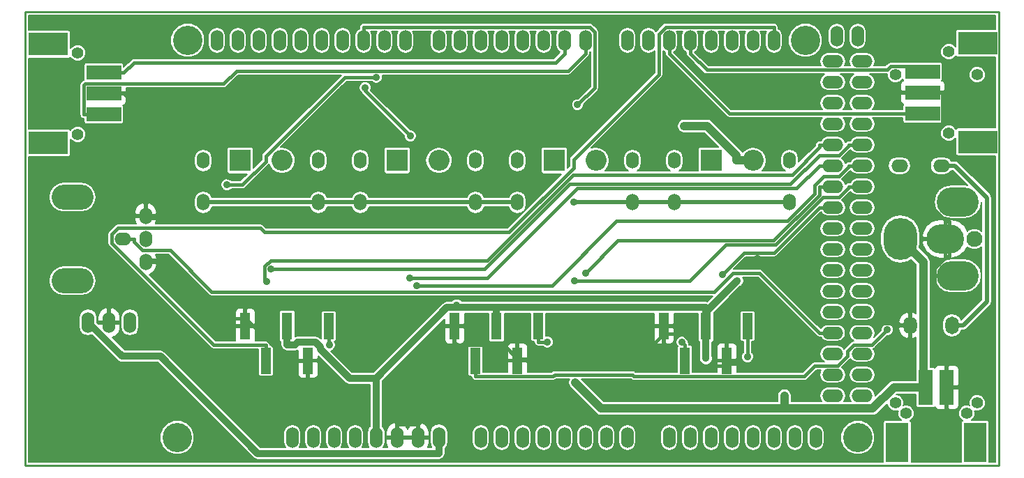
<source format=gtl>
G04 #@! TF.FileFunction,Copper,L1,Top,Signal*
%FSLAX46Y46*%
G04 Gerber Fmt 4.6, Leading zero omitted, Abs format (unit mm)*
G04 Created by KiCad (PCBNEW 0.201603210401+6634~43~ubuntu14.04.1-product) date Mon 11 Apr 2016 10:26:04 AM EDT*
%MOMM*%
G01*
G04 APERTURE LIST*
%ADD10C,0.100000*%
%ADD11C,0.228600*%
%ADD12O,1.524000X2.540000*%
%ADD13C,1.930400*%
%ADD14O,4.572000X3.556000*%
%ADD15O,4.064000X5.080000*%
%ADD16O,5.080000X3.556000*%
%ADD17O,5.080000X3.048000*%
%ADD18O,2.032000X1.524000*%
%ADD19O,1.524000X2.032000*%
%ADD20C,3.556000*%
%ADD21O,2.540000X1.524000*%
%ADD22O,1.651000X2.159000*%
%ADD23R,4.191000X1.778000*%
%ADD24C,1.397000*%
%ADD25R,4.826000X2.794000*%
%ADD26R,1.778000X4.191000*%
%ADD27R,2.794000X4.826000*%
%ADD28R,2.540000X2.540000*%
%ADD29O,2.540000X2.540000*%
%ADD30R,1.270000X3.175000*%
%ADD31C,0.889000*%
%ADD32C,1.016000*%
%ADD33C,0.406400*%
%ADD34C,0.812800*%
%ADD35C,0.508000*%
%ADD36C,0.203200*%
G04 APERTURE END LIST*
D10*
D11*
X211455000Y-75311000D02*
X93345000Y-75311000D01*
X211455000Y-130429000D02*
X211455000Y-75311000D01*
X93345000Y-130429000D02*
X211455000Y-130429000D01*
X93345000Y-75311000D02*
X93345000Y-130429000D01*
D12*
X103505000Y-113030000D03*
X100965000Y-113030000D03*
X106045000Y-113030000D03*
D13*
X208457800Y-102870000D03*
D14*
X204952600Y-102870000D03*
D15*
X199466200Y-102870000D03*
D16*
X206451200Y-98374200D03*
X206451200Y-107365800D03*
D17*
X99060000Y-107950000D03*
X99060000Y-97790000D03*
D18*
X105156000Y-102870000D03*
D19*
X107950000Y-102870000D03*
X107950000Y-100076000D03*
X107950000Y-105664000D03*
D20*
X111760000Y-127000000D03*
X113030000Y-78740000D03*
X194310000Y-127000000D03*
X187960000Y-78740000D03*
D12*
X125730000Y-127000000D03*
X128270000Y-127000000D03*
X130810000Y-127000000D03*
X133350000Y-127000000D03*
X135890000Y-127000000D03*
X138430000Y-127000000D03*
X140970000Y-127000000D03*
X143510000Y-127000000D03*
X148590000Y-127000000D03*
X151130000Y-127000000D03*
X153670000Y-127000000D03*
X156210000Y-127000000D03*
X158750000Y-127000000D03*
X161290000Y-127000000D03*
X163830000Y-127000000D03*
X166370000Y-127000000D03*
X171450000Y-127000000D03*
X173990000Y-127000000D03*
X176530000Y-127000000D03*
X179070000Y-127000000D03*
X181610000Y-127000000D03*
X184150000Y-127000000D03*
X186690000Y-127000000D03*
X189230000Y-127000000D03*
X116586000Y-78740000D03*
X119126000Y-78740000D03*
X121666000Y-78740000D03*
X124206000Y-78740000D03*
X126746000Y-78740000D03*
X129286000Y-78740000D03*
X131826000Y-78740000D03*
X134366000Y-78740000D03*
X136906000Y-78740000D03*
X139446000Y-78740000D03*
X143510000Y-78740000D03*
X161290000Y-78740000D03*
X158750000Y-78740000D03*
X156210000Y-78740000D03*
X153670000Y-78740000D03*
X151130000Y-78740000D03*
X148590000Y-78740000D03*
X146050000Y-78740000D03*
X166370000Y-78740000D03*
X168910000Y-78740000D03*
X171450000Y-78740000D03*
X173990000Y-78740000D03*
X176530000Y-78740000D03*
X179070000Y-78740000D03*
X181610000Y-78740000D03*
X184150000Y-78740000D03*
X191770000Y-78232000D03*
X194310000Y-78232000D03*
D21*
X191262000Y-81280000D03*
X194818000Y-81280000D03*
X191262000Y-83820000D03*
X194818000Y-83820000D03*
X191262000Y-86360000D03*
X194818000Y-86360000D03*
X191262000Y-88900000D03*
X194818000Y-88900000D03*
X191262000Y-91440000D03*
X194818000Y-91440000D03*
X191262000Y-93980000D03*
X194818000Y-93980000D03*
X191262000Y-96520000D03*
X194818000Y-96520000D03*
X191262000Y-99060000D03*
X194818000Y-99060000D03*
X191262000Y-101600000D03*
X194818000Y-101600000D03*
X191262000Y-104140000D03*
X194818000Y-104140000D03*
X191262000Y-106680000D03*
X194818000Y-106680000D03*
X191262000Y-109220000D03*
X194818000Y-109220000D03*
X191262000Y-111760000D03*
X194818000Y-111760000D03*
X191262000Y-114300000D03*
X194818000Y-114300000D03*
X191262000Y-116840000D03*
X194818000Y-116840000D03*
X191262000Y-119380000D03*
X194818000Y-119380000D03*
X191262000Y-121920000D03*
X194818000Y-121920000D03*
D22*
X200660000Y-113385600D03*
X205740000Y-113385600D03*
D23*
X102870000Y-87757000D03*
X102870000Y-85217000D03*
X102870000Y-82677000D03*
D24*
X99695000Y-90170000D03*
X99695000Y-80264000D03*
D25*
X96139000Y-91211400D03*
X96139000Y-79222600D03*
D24*
X208788000Y-82931000D03*
X198882000Y-82931000D03*
D23*
X202184000Y-82550000D03*
X202184000Y-85090000D03*
X202184000Y-87630000D03*
D24*
X205359000Y-80137000D03*
X205359000Y-90043000D03*
D25*
X208915000Y-79095600D03*
X208915000Y-91084400D03*
D24*
X198882000Y-122809000D03*
X208788000Y-122809000D03*
D26*
X205105000Y-120904000D03*
X202565000Y-120904000D03*
D24*
X207518000Y-124079000D03*
X200152000Y-124079000D03*
D27*
X208559400Y-127635000D03*
X199110600Y-127635000D03*
D19*
X147955000Y-93345000D03*
X147955000Y-98425000D03*
X133985000Y-93345000D03*
X133985000Y-98425000D03*
X128905000Y-93345000D03*
X128905000Y-98425000D03*
X114935000Y-93345000D03*
X114935000Y-98425000D03*
D18*
X199390000Y-93980000D03*
X204470000Y-93980000D03*
D19*
X153035000Y-93345000D03*
X153035000Y-98425000D03*
X167005000Y-93345000D03*
X167005000Y-98425000D03*
X172085000Y-93345000D03*
X172085000Y-98425000D03*
X186055000Y-93345000D03*
X186055000Y-98425000D03*
D28*
X176530000Y-93345000D03*
D29*
X181610000Y-93345000D03*
D28*
X157480000Y-93345000D03*
D29*
X162560000Y-93345000D03*
D28*
X119380000Y-93345000D03*
D29*
X124460000Y-93345000D03*
D28*
X138430000Y-93345000D03*
D29*
X143510000Y-93345000D03*
D30*
X127635000Y-117665500D03*
X130175000Y-113474500D03*
X125095000Y-113474500D03*
X122555000Y-117665500D03*
X120015000Y-113474500D03*
X153035000Y-117665500D03*
X155575000Y-113474500D03*
X150495000Y-113474500D03*
X147955000Y-117665500D03*
X145415000Y-113474500D03*
X178435000Y-117665500D03*
X180975000Y-113474500D03*
X175895000Y-113474500D03*
X173355000Y-117665500D03*
X170815000Y-113474500D03*
D31*
X185420000Y-121920000D03*
X160047500Y-120339000D03*
X140375500Y-101226800D03*
X149581900Y-101226800D03*
X122697800Y-101226800D03*
X162290100Y-117174000D03*
X182100700Y-105297800D03*
X173255300Y-89149100D03*
X175895000Y-117390800D03*
X145663500Y-110946200D03*
X179694900Y-107938900D03*
X173000100Y-115430700D03*
X197889800Y-113919000D03*
X122590700Y-108068400D03*
X123160500Y-106533000D03*
X139969600Y-107666800D03*
X140830000Y-108519900D03*
X130226700Y-115792200D03*
X156680800Y-115392200D03*
X180949100Y-117225500D03*
X161265000Y-107028400D03*
X159992700Y-107980200D03*
X177859500Y-107178900D03*
X159884000Y-98425000D03*
X160329300Y-86586300D03*
X140051400Y-90381300D03*
X134555900Y-84490100D03*
X117792300Y-96312600D03*
X135940900Y-83218300D03*
D32*
X185420000Y-123475700D02*
X185420000Y-121920000D01*
X202247900Y-105651700D02*
X199466200Y-102870000D01*
X202247900Y-120904000D02*
X202247900Y-105651700D01*
X202565000Y-120904000D02*
X202247900Y-120904000D01*
X163184200Y-123475700D02*
X160047500Y-120339000D01*
X196133200Y-123475700D02*
X185420000Y-123475700D01*
X185420000Y-123475700D02*
X163184200Y-123475700D01*
X198704900Y-120904000D02*
X196133200Y-123475700D01*
X202247900Y-120904000D02*
X198704900Y-120904000D01*
D33*
X140970000Y-125399800D02*
X138430000Y-125399800D01*
X140970000Y-127000000D02*
X140970000Y-125399800D01*
X138430000Y-127000000D02*
X138430000Y-125399800D01*
X120015000Y-113474500D02*
X120015000Y-112515600D01*
X120110800Y-112515600D02*
X120015000Y-112515600D01*
X125260700Y-117665500D02*
X120110800Y-112515600D01*
X127635000Y-117665500D02*
X125260700Y-117665500D01*
X116147800Y-112515600D02*
X109042200Y-105410000D01*
X120015000Y-112515600D02*
X116147800Y-112515600D01*
X107950000Y-105410000D02*
X109042200Y-105410000D01*
X102870000Y-85217000D02*
X105295700Y-85217000D01*
X202184000Y-85090000D02*
X204609700Y-85090000D01*
X204609700Y-89011600D02*
X204609700Y-85090000D01*
X202993600Y-90627700D02*
X204609700Y-89011600D01*
X202993600Y-98690100D02*
X202993600Y-90627700D01*
X205065300Y-100761800D02*
X202993600Y-98690100D01*
X205460600Y-100761800D02*
X205065300Y-100761800D01*
X205460600Y-102870000D02*
X205460600Y-100761800D01*
X205112700Y-104978200D02*
X205460600Y-104978200D01*
X203606000Y-106484900D02*
X205112700Y-104978200D01*
X203606000Y-113465800D02*
X203606000Y-106484900D01*
X205105000Y-114964800D02*
X203606000Y-113465800D01*
X205105000Y-120904000D02*
X205105000Y-114964800D01*
X205460600Y-102870000D02*
X205460600Y-104978200D01*
X107950000Y-87871300D02*
X105295700Y-85217000D01*
X107950000Y-100330000D02*
X107950000Y-87871300D01*
X153035000Y-117665500D02*
X153035000Y-117413300D01*
X121801000Y-100330000D02*
X122697800Y-101226800D01*
X107950000Y-100330000D02*
X121801000Y-100330000D01*
X140375500Y-101226800D02*
X122697800Y-101226800D01*
X140375500Y-101226800D02*
X149581900Y-101226800D01*
X145415000Y-113474500D02*
X145415000Y-115392200D01*
X145795600Y-120574200D02*
X140970000Y-125399800D01*
X145795600Y-115772800D02*
X145795600Y-120574200D01*
X151394500Y-115772800D02*
X145795600Y-115772800D01*
X153035000Y-117413300D02*
X151394500Y-115772800D01*
X145795600Y-115772800D02*
X145415000Y-115392200D01*
X200660000Y-113385600D02*
X199504300Y-113385600D01*
X170815000Y-113474500D02*
X170815000Y-114433300D01*
X177798800Y-118301700D02*
X178435000Y-117665500D01*
X175496500Y-118301700D02*
X177798800Y-118301700D01*
X174823900Y-117629100D02*
X175496500Y-118301700D01*
X174823900Y-116156500D02*
X174823900Y-117629100D01*
X173100700Y-114433300D02*
X174823900Y-116156500D01*
X170815000Y-114433300D02*
X173100700Y-114433300D01*
X162050800Y-117413300D02*
X153035000Y-117413300D01*
X162290100Y-117174000D02*
X162050800Y-117413300D01*
X168074300Y-117174000D02*
X162290100Y-117174000D01*
X170815000Y-114433300D02*
X168074300Y-117174000D01*
X178790300Y-118020800D02*
X178435000Y-117665500D01*
X181733200Y-118020800D02*
X178790300Y-118020800D01*
X184184000Y-115570000D02*
X181733200Y-118020800D01*
X192044600Y-115570000D02*
X184184000Y-115570000D01*
X192853400Y-114761200D02*
X192044600Y-115570000D01*
X192853400Y-113118900D02*
X192853400Y-114761200D01*
X199237600Y-113118900D02*
X192853400Y-113118900D01*
X199504300Y-113385600D02*
X199237600Y-113118900D01*
X189921800Y-113118900D02*
X182100700Y-105297800D01*
X192853400Y-113118900D02*
X189921800Y-113118900D01*
D34*
X105087300Y-117152300D02*
X100965000Y-113030000D01*
X109730800Y-117152300D02*
X105087300Y-117152300D01*
X121509200Y-128930700D02*
X109730800Y-117152300D01*
X143510000Y-128930700D02*
X121509200Y-128930700D01*
X143510000Y-127000000D02*
X143510000Y-128930700D01*
D33*
X191770000Y-114300000D02*
X189661800Y-114300000D01*
X105410000Y-102870000D02*
X106502200Y-102870000D01*
X106502200Y-103209500D02*
X106502200Y-102870000D01*
X107559700Y-104267000D02*
X106502200Y-103209500D01*
X110917300Y-104267000D02*
X107559700Y-104267000D01*
X115962800Y-109312500D02*
X110917300Y-104267000D01*
X176880400Y-109312500D02*
X115962800Y-109312500D01*
X179156000Y-107036900D02*
X176880400Y-109312500D01*
X182398700Y-107036900D02*
X179156000Y-107036900D01*
X189661800Y-114300000D02*
X182398700Y-107036900D01*
X102870000Y-87757000D02*
X100444300Y-87757000D01*
X161290000Y-78740000D02*
X161290000Y-80340200D01*
X100444300Y-84187400D02*
X100444300Y-87757000D01*
X100608900Y-84022800D02*
X100444300Y-84187400D01*
X117388100Y-84022800D02*
X100608900Y-84022800D01*
X118942200Y-82468700D02*
X117388100Y-84022800D01*
X159161500Y-82468700D02*
X118942200Y-82468700D01*
X161290000Y-80340200D02*
X159161500Y-82468700D01*
X157632400Y-81457800D02*
X158750000Y-80340200D01*
X106514900Y-81457800D02*
X157632400Y-81457800D01*
X105295700Y-82677000D02*
X106514900Y-81457800D01*
X102870000Y-82677000D02*
X105295700Y-82677000D01*
X158750000Y-78740000D02*
X158750000Y-80340200D01*
X178739800Y-87630000D02*
X171450000Y-80340200D01*
X202184000Y-87630000D02*
X178739800Y-87630000D01*
X171450000Y-78740000D02*
X171450000Y-80340200D01*
X176003300Y-82353500D02*
X173990000Y-80340200D01*
X197872000Y-82353500D02*
X176003300Y-82353500D01*
X198299000Y-81926500D02*
X197872000Y-82353500D01*
X201560500Y-81926500D02*
X198299000Y-81926500D01*
X202184000Y-82550000D02*
X201560500Y-81926500D01*
X173990000Y-78740000D02*
X173990000Y-80340200D01*
D32*
X176016900Y-89149100D02*
X173255300Y-89149100D01*
X179577700Y-92709900D02*
X176016900Y-89149100D01*
X179577700Y-93345000D02*
X179577700Y-92709900D01*
X181610000Y-93345000D02*
X179577700Y-93345000D01*
D34*
X125095000Y-113474500D02*
X125095000Y-115722700D01*
X135890000Y-119820900D02*
X135890000Y-127000000D01*
X132667700Y-119820900D02*
X135890000Y-119820900D01*
X129121500Y-116274700D02*
X132667700Y-119820900D01*
X129121500Y-115993800D02*
X129121500Y-116274700D01*
X128542500Y-115414800D02*
X129121500Y-115993800D01*
X126374600Y-115414800D02*
X128542500Y-115414800D01*
X126066700Y-115722700D02*
X126374600Y-115414800D01*
X125095000Y-115722700D02*
X126066700Y-115722700D01*
X175895000Y-117390800D02*
X175895000Y-115722700D01*
X175895000Y-113695500D02*
X175895000Y-115722700D01*
X175895000Y-113695500D02*
X175895000Y-113474500D01*
X175895000Y-111226300D02*
X150495000Y-111226300D01*
X150495000Y-113474500D02*
X150495000Y-111493100D01*
X150495000Y-111493100D02*
X150495000Y-111226300D01*
X150495000Y-111226300D02*
X145663500Y-111226300D01*
X145663500Y-110946200D02*
X145663500Y-111226300D01*
X144484600Y-111226300D02*
X135890000Y-119820900D01*
X145663500Y-111226300D02*
X144484600Y-111226300D01*
X175895000Y-113474500D02*
X175895000Y-111493100D01*
X175895000Y-111493100D02*
X175895000Y-111226300D01*
X176140700Y-111493100D02*
X179694900Y-107938900D01*
X175895000Y-111493100D02*
X176140700Y-111493100D01*
D33*
X173317200Y-115747800D02*
X173000100Y-115430700D01*
X173355000Y-115747800D02*
X173317200Y-115747800D01*
X173355000Y-117665500D02*
X173355000Y-115747800D01*
X147955000Y-117665500D02*
X147955000Y-119583200D01*
X196036000Y-115772800D02*
X197889800Y-113919000D01*
X193799700Y-115772800D02*
X196036000Y-115772800D01*
X193040000Y-116532500D02*
X193799700Y-115772800D01*
X193040000Y-117123500D02*
X193040000Y-116532500D01*
X191850700Y-118312800D02*
X193040000Y-117123500D01*
X189088900Y-118312800D02*
X191850700Y-118312800D01*
X187837200Y-119564500D02*
X189088900Y-118312800D01*
X167149300Y-119564500D02*
X187837200Y-119564500D01*
X166943800Y-119359000D02*
X167149300Y-119564500D01*
X157562400Y-119359000D02*
X166943800Y-119359000D01*
X157338200Y-119583200D02*
X157562400Y-119359000D01*
X147955000Y-119583200D02*
X157338200Y-119583200D01*
X122555000Y-117665500D02*
X122555000Y-115747800D01*
X184150000Y-78740000D02*
X184150000Y-77139800D01*
X171014100Y-77139800D02*
X184150000Y-77139800D01*
X170180000Y-77973900D02*
X171014100Y-77139800D01*
X170180000Y-82900000D02*
X170180000Y-77973900D01*
X159840200Y-93239800D02*
X170180000Y-82900000D01*
X159840200Y-94210400D02*
X159840200Y-93239800D01*
X152015800Y-102034800D02*
X159840200Y-94210400D01*
X122328900Y-102034800D02*
X152015800Y-102034800D01*
X121836100Y-101542000D02*
X122328900Y-102034800D01*
X104615100Y-101542000D02*
X121836100Y-101542000D01*
X103834700Y-102322400D02*
X104615100Y-101542000D01*
X103834700Y-103365600D02*
X103834700Y-102322400D01*
X116216900Y-115747800D02*
X103834700Y-103365600D01*
X122555000Y-115747800D02*
X116216900Y-115747800D01*
X191770000Y-91440000D02*
X189661800Y-91440000D01*
X122401400Y-107879100D02*
X122590700Y-108068400D01*
X122401400Y-106220200D02*
X122401400Y-107879100D01*
X123149400Y-105472200D02*
X122401400Y-106220200D01*
X149404200Y-105472200D02*
X123149400Y-105472200D01*
X159803800Y-95072600D02*
X149404200Y-105472200D01*
X186333500Y-95072600D02*
X159803800Y-95072600D01*
X189661800Y-91744300D02*
X186333500Y-95072600D01*
X189661800Y-91440000D02*
X189661800Y-91744300D01*
X194310000Y-91440000D02*
X193217800Y-91440000D01*
X149062300Y-106533000D02*
X123160500Y-106533000D01*
X159364800Y-96230500D02*
X149062300Y-106533000D01*
X186131300Y-96230500D02*
X159364800Y-96230500D01*
X189651800Y-92710000D02*
X186131300Y-96230500D01*
X192061000Y-92710000D02*
X189651800Y-92710000D01*
X193217800Y-91553200D02*
X192061000Y-92710000D01*
X193217800Y-91440000D02*
X193217800Y-91553200D01*
X191770000Y-93980000D02*
X189661800Y-93980000D01*
X149366300Y-107666800D02*
X139969600Y-107666800D01*
X160294300Y-96738800D02*
X149366300Y-107666800D01*
X186903000Y-96738800D02*
X160294300Y-96738800D01*
X189661800Y-93980000D02*
X186903000Y-96738800D01*
X193217800Y-94093200D02*
X193217800Y-93980000D01*
X192061000Y-95250000D02*
X193217800Y-94093200D01*
X190182800Y-95250000D02*
X192061000Y-95250000D01*
X189051200Y-96381600D02*
X190182800Y-95250000D01*
X189051200Y-97422200D02*
X189051200Y-96381600D01*
X185752700Y-100720700D02*
X189051200Y-97422200D01*
X165048500Y-100720700D02*
X185752700Y-100720700D01*
X157249300Y-108519900D02*
X165048500Y-100720700D01*
X140830000Y-108519900D02*
X157249300Y-108519900D01*
X194310000Y-93980000D02*
X193217800Y-93980000D01*
X130226700Y-115443900D02*
X130226700Y-115792200D01*
X130175000Y-115392200D02*
X130226700Y-115443900D01*
X130175000Y-113474500D02*
X130175000Y-115392200D01*
X155575000Y-113474500D02*
X155575000Y-115392200D01*
X155575000Y-115392200D02*
X156680800Y-115392200D01*
X180949100Y-115418100D02*
X180949100Y-117225500D01*
X180975000Y-115392200D02*
X180949100Y-115418100D01*
X180975000Y-113474500D02*
X180975000Y-115392200D01*
X191770000Y-96520000D02*
X189661800Y-96520000D01*
X165217800Y-103075600D02*
X161265000Y-107028400D01*
X184116800Y-103075600D02*
X165217800Y-103075600D01*
X189661800Y-97530600D02*
X184116800Y-103075600D01*
X189661800Y-96520000D02*
X189661800Y-97530600D01*
X194310000Y-96520000D02*
X193217800Y-96520000D01*
X173929700Y-107980200D02*
X159992700Y-107980200D01*
X178326000Y-103583900D02*
X173929700Y-107980200D01*
X184338100Y-103583900D02*
X178326000Y-103583900D01*
X190132000Y-97790000D02*
X184338100Y-103583900D01*
X192061000Y-97790000D02*
X190132000Y-97790000D01*
X193217800Y-96633200D02*
X192061000Y-97790000D01*
X193217800Y-96520000D02*
X193217800Y-96633200D01*
X191770000Y-99060000D02*
X189661800Y-99060000D01*
X180490200Y-104548200D02*
X177859500Y-107178900D01*
X184173600Y-104548200D02*
X180490200Y-104548200D01*
X189661800Y-99060000D02*
X184173600Y-104548200D01*
D35*
X133985000Y-98425000D02*
X135255300Y-98425000D01*
X153035000Y-98425000D02*
X147955000Y-98425000D01*
X146684700Y-98425000D02*
X135255300Y-98425000D01*
X147955000Y-98425000D02*
X146684700Y-98425000D01*
X167005000Y-98425000D02*
X165734700Y-98425000D01*
X133985000Y-98425000D02*
X128905000Y-98425000D01*
X128905000Y-98425000D02*
X114935000Y-98425000D01*
X159884000Y-98425000D02*
X165734700Y-98425000D01*
X205740000Y-113385600D02*
X207073800Y-113385600D01*
X209954300Y-110505100D02*
X207073800Y-113385600D01*
X209954300Y-97853600D02*
X209954300Y-110505100D01*
X206080700Y-93980000D02*
X209954300Y-97853600D01*
X204470000Y-93980000D02*
X206080700Y-93980000D01*
X186055000Y-98425000D02*
X172085000Y-98425000D01*
X172085000Y-98425000D02*
X167005000Y-98425000D01*
D33*
X161799400Y-77139800D02*
X134366000Y-77139800D01*
X162374800Y-77715200D02*
X161799400Y-77139800D01*
X162374800Y-84540800D02*
X162374800Y-77715200D01*
X160329300Y-86586300D02*
X162374800Y-84540800D01*
X134366000Y-78740000D02*
X134366000Y-77139800D01*
X134555900Y-84885800D02*
X134555900Y-84490100D01*
X140051400Y-90381300D02*
X134555900Y-84885800D01*
X117792300Y-96312500D02*
X117792300Y-96312600D01*
X119637800Y-96312500D02*
X117792300Y-96312500D01*
X122501800Y-93448500D02*
X119637800Y-96312500D01*
X122501800Y-92847600D02*
X122501800Y-93448500D01*
X132131100Y-83218300D02*
X122501800Y-92847600D01*
X135940900Y-83218300D02*
X132131100Y-83218300D01*
D36*
G36*
X211035900Y-77387829D02*
X206502000Y-77387829D01*
X206383073Y-77411485D01*
X206282252Y-77478852D01*
X206214885Y-77579673D01*
X206191229Y-77698600D01*
X206191229Y-79550563D01*
X205928066Y-79286939D01*
X205559444Y-79133874D01*
X205160307Y-79133526D01*
X204791419Y-79285948D01*
X204508939Y-79567934D01*
X204355874Y-79936556D01*
X204355526Y-80335693D01*
X204507948Y-80704581D01*
X204789934Y-80987061D01*
X205158556Y-81140126D01*
X205557693Y-81140474D01*
X205926581Y-80988052D01*
X206209061Y-80706066D01*
X206235504Y-80642385D01*
X206282252Y-80712348D01*
X206383073Y-80779715D01*
X206502000Y-80803371D01*
X211035900Y-80803371D01*
X211035900Y-89376629D01*
X206502000Y-89376629D01*
X206383073Y-89400285D01*
X206282252Y-89467652D01*
X206235657Y-89537386D01*
X206210052Y-89475419D01*
X205928066Y-89192939D01*
X205559444Y-89039874D01*
X205160307Y-89039526D01*
X204791419Y-89191948D01*
X204508939Y-89473934D01*
X204355874Y-89842556D01*
X204355526Y-90241693D01*
X204507948Y-90610581D01*
X204789934Y-90893061D01*
X205158556Y-91046126D01*
X205557693Y-91046474D01*
X205926581Y-90894052D01*
X206191229Y-90629867D01*
X206191229Y-92481400D01*
X206214885Y-92600327D01*
X206282252Y-92701148D01*
X206383073Y-92768515D01*
X206502000Y-92792171D01*
X211035900Y-92792171D01*
X211035900Y-130009900D01*
X210267171Y-130009900D01*
X210267171Y-125222000D01*
X210243515Y-125103073D01*
X210176148Y-125002252D01*
X210075327Y-124934885D01*
X209956400Y-124911229D01*
X208104437Y-124911229D01*
X208368061Y-124648066D01*
X208521126Y-124279444D01*
X208521474Y-123880307D01*
X208473781Y-123764883D01*
X208587556Y-123812126D01*
X208986693Y-123812474D01*
X209355581Y-123660052D01*
X209638061Y-123378066D01*
X209791126Y-123009444D01*
X209791474Y-122610307D01*
X209639052Y-122241419D01*
X209357066Y-121958939D01*
X208988444Y-121805874D01*
X208589307Y-121805526D01*
X208220419Y-121957948D01*
X207937939Y-122239934D01*
X207784874Y-122608556D01*
X207784526Y-123007693D01*
X207832219Y-123123117D01*
X207718444Y-123075874D01*
X207319307Y-123075526D01*
X206950419Y-123227948D01*
X206667939Y-123509934D01*
X206514874Y-123878556D01*
X206514526Y-124277693D01*
X206666948Y-124646581D01*
X206948934Y-124929061D01*
X207012615Y-124955504D01*
X206942652Y-125002252D01*
X206875285Y-125103073D01*
X206851629Y-125222000D01*
X206851629Y-130009900D01*
X200818371Y-130009900D01*
X200818371Y-125222000D01*
X200794715Y-125103073D01*
X200727348Y-125002252D01*
X200657614Y-124955657D01*
X200719581Y-124930052D01*
X201002061Y-124648066D01*
X201155126Y-124279444D01*
X201155474Y-123880307D01*
X201003052Y-123511419D01*
X200721066Y-123228939D01*
X200352444Y-123075874D01*
X199953307Y-123075526D01*
X199837883Y-123123219D01*
X199885126Y-123009444D01*
X199885474Y-122610307D01*
X199733052Y-122241419D01*
X199451066Y-121958939D01*
X199082444Y-121805874D01*
X199024391Y-121805823D01*
X199062614Y-121767600D01*
X201313434Y-121767600D01*
X201313434Y-122999500D01*
X201341033Y-123138248D01*
X201419627Y-123255873D01*
X201537252Y-123334467D01*
X201676000Y-123362066D01*
X203454000Y-123362066D01*
X203592748Y-123334467D01*
X203672773Y-123280996D01*
X203699206Y-123344811D01*
X203870689Y-123516294D01*
X204094743Y-123609100D01*
X204800200Y-123609100D01*
X204952600Y-123456700D01*
X204952600Y-121056400D01*
X205257400Y-121056400D01*
X205257400Y-123456700D01*
X205409800Y-123609100D01*
X206115257Y-123609100D01*
X206339311Y-123516294D01*
X206510794Y-123344811D01*
X206603600Y-123120757D01*
X206603600Y-121208800D01*
X206451200Y-121056400D01*
X205257400Y-121056400D01*
X204952600Y-121056400D01*
X204932600Y-121056400D01*
X204932600Y-120751600D01*
X204952600Y-120751600D01*
X204952600Y-118351300D01*
X205257400Y-118351300D01*
X205257400Y-120751600D01*
X206451200Y-120751600D01*
X206603600Y-120599200D01*
X206603600Y-118687243D01*
X206510794Y-118463189D01*
X206339311Y-118291706D01*
X206115257Y-118198900D01*
X205409800Y-118198900D01*
X205257400Y-118351300D01*
X204952600Y-118351300D01*
X204800200Y-118198900D01*
X204094743Y-118198900D01*
X203870689Y-118291706D01*
X203699206Y-118463189D01*
X203672773Y-118527004D01*
X203592748Y-118473533D01*
X203454000Y-118445934D01*
X203111500Y-118445934D01*
X203111500Y-105651700D01*
X203045762Y-105321215D01*
X203003256Y-105257600D01*
X202858558Y-105041043D01*
X201753995Y-103936481D01*
X201853800Y-103434728D01*
X201853800Y-103393265D01*
X202115045Y-103393265D01*
X202180425Y-103642896D01*
X202648549Y-104450525D01*
X203390106Y-105017534D01*
X204292200Y-105257600D01*
X204800200Y-105257600D01*
X204800200Y-103022400D01*
X202214602Y-103022400D01*
X202115045Y-103393265D01*
X201853800Y-103393265D01*
X201853800Y-102346735D01*
X202115045Y-102346735D01*
X202214602Y-102717600D01*
X204800200Y-102717600D01*
X204800200Y-100482400D01*
X204292200Y-100482400D01*
X203390106Y-100722466D01*
X202648549Y-101289475D01*
X202180425Y-102097104D01*
X202115045Y-102346735D01*
X201853800Y-102346735D01*
X201853800Y-102305272D01*
X201672055Y-101391577D01*
X201154488Y-100616984D01*
X200379895Y-100099417D01*
X199466200Y-99917672D01*
X198552505Y-100099417D01*
X197777912Y-100616984D01*
X197260345Y-101391577D01*
X197078600Y-102305272D01*
X197078600Y-103434728D01*
X197260345Y-104348423D01*
X197777912Y-105123016D01*
X198552505Y-105640583D01*
X199466200Y-105822328D01*
X200379895Y-105640583D01*
X200760893Y-105386008D01*
X201384300Y-106009415D01*
X201384300Y-111913548D01*
X201095065Y-111754642D01*
X201033753Y-111746024D01*
X200812400Y-111857986D01*
X200812400Y-113233200D01*
X200832400Y-113233200D01*
X200832400Y-113538000D01*
X200812400Y-113538000D01*
X200812400Y-114913214D01*
X201033753Y-115025176D01*
X201095065Y-115016558D01*
X201384300Y-114857652D01*
X201384300Y-118604998D01*
X201341033Y-118669752D01*
X201313434Y-118808500D01*
X201313434Y-120040400D01*
X198704900Y-120040400D01*
X198374415Y-120106138D01*
X198094243Y-120293343D01*
X196412743Y-121974843D01*
X196423652Y-121920000D01*
X196342447Y-121511753D01*
X196111194Y-121165658D01*
X195765099Y-120934405D01*
X195356852Y-120853200D01*
X194279148Y-120853200D01*
X193870901Y-120934405D01*
X193524806Y-121165658D01*
X193293553Y-121511753D01*
X193212348Y-121920000D01*
X193293553Y-122328247D01*
X193483217Y-122612100D01*
X192596783Y-122612100D01*
X192786447Y-122328247D01*
X192867652Y-121920000D01*
X192786447Y-121511753D01*
X192555194Y-121165658D01*
X192209099Y-120934405D01*
X191800852Y-120853200D01*
X190723148Y-120853200D01*
X190314901Y-120934405D01*
X189968806Y-121165658D01*
X189737553Y-121511753D01*
X189656348Y-121920000D01*
X189737553Y-122328247D01*
X189927217Y-122612100D01*
X186283600Y-122612100D01*
X186283600Y-121920000D01*
X186217862Y-121589515D01*
X186030657Y-121309343D01*
X185750485Y-121122138D01*
X185420000Y-121056400D01*
X185089515Y-121122138D01*
X184809343Y-121309343D01*
X184622138Y-121589515D01*
X184556400Y-121920000D01*
X184556400Y-122612100D01*
X163541915Y-122612100D01*
X160796814Y-119867000D01*
X166733380Y-119867000D01*
X166790090Y-119923710D01*
X166954897Y-120033831D01*
X167149300Y-120072500D01*
X187837200Y-120072500D01*
X188031603Y-120033831D01*
X188196410Y-119923710D01*
X189299320Y-118820800D01*
X189838416Y-118820800D01*
X189737553Y-118971753D01*
X189656348Y-119380000D01*
X189737553Y-119788247D01*
X189968806Y-120134342D01*
X190314901Y-120365595D01*
X190723148Y-120446800D01*
X191800852Y-120446800D01*
X192209099Y-120365595D01*
X192555194Y-120134342D01*
X192786447Y-119788247D01*
X192867652Y-119380000D01*
X193212348Y-119380000D01*
X193293553Y-119788247D01*
X193524806Y-120134342D01*
X193870901Y-120365595D01*
X194279148Y-120446800D01*
X195356852Y-120446800D01*
X195765099Y-120365595D01*
X196111194Y-120134342D01*
X196342447Y-119788247D01*
X196423652Y-119380000D01*
X196342447Y-118971753D01*
X196111194Y-118625658D01*
X195765099Y-118394405D01*
X195356852Y-118313200D01*
X194279148Y-118313200D01*
X193870901Y-118394405D01*
X193524806Y-118625658D01*
X193293553Y-118971753D01*
X193212348Y-119380000D01*
X192867652Y-119380000D01*
X192786447Y-118971753D01*
X192555194Y-118625658D01*
X192375997Y-118505923D01*
X193399210Y-117482710D01*
X193424713Y-117444542D01*
X193524806Y-117594342D01*
X193870901Y-117825595D01*
X194279148Y-117906800D01*
X195356852Y-117906800D01*
X195765099Y-117825595D01*
X196111194Y-117594342D01*
X196342447Y-117248247D01*
X196423652Y-116840000D01*
X196342447Y-116431753D01*
X196217465Y-116244704D01*
X196230403Y-116242131D01*
X196395210Y-116132010D01*
X197858946Y-114668274D01*
X198038191Y-114668430D01*
X198313690Y-114554596D01*
X198524656Y-114343999D01*
X198638970Y-114068699D01*
X198639230Y-113770609D01*
X198636744Y-113764591D01*
X199221364Y-113764591D01*
X199378706Y-114305619D01*
X199731113Y-114745251D01*
X200224935Y-115016558D01*
X200286247Y-115025176D01*
X200507600Y-114913214D01*
X200507600Y-113538000D01*
X199371923Y-113538000D01*
X199221364Y-113764591D01*
X198636744Y-113764591D01*
X198525396Y-113495110D01*
X198314799Y-113284144D01*
X198039499Y-113169830D01*
X197741409Y-113169570D01*
X197465910Y-113283404D01*
X197254944Y-113494001D01*
X197140630Y-113769301D01*
X197140472Y-113949908D01*
X196262533Y-114827847D01*
X196342447Y-114708247D01*
X196423652Y-114300000D01*
X196342447Y-113891753D01*
X196111194Y-113545658D01*
X195765099Y-113314405D01*
X195356852Y-113233200D01*
X194279148Y-113233200D01*
X193870901Y-113314405D01*
X193524806Y-113545658D01*
X193293553Y-113891753D01*
X193212348Y-114300000D01*
X193293553Y-114708247D01*
X193524806Y-115054342D01*
X193839779Y-115264800D01*
X193799700Y-115264800D01*
X193605297Y-115303469D01*
X193440490Y-115413590D01*
X192680790Y-116173290D01*
X192647269Y-116223458D01*
X192555194Y-116085658D01*
X192209099Y-115854405D01*
X191800852Y-115773200D01*
X190723148Y-115773200D01*
X190314901Y-115854405D01*
X189968806Y-116085658D01*
X189737553Y-116431753D01*
X189656348Y-116840000D01*
X189737553Y-117248247D01*
X189968806Y-117594342D01*
X190283779Y-117804800D01*
X189088900Y-117804800D01*
X188894496Y-117843469D01*
X188729690Y-117953590D01*
X187626780Y-119056500D01*
X179679600Y-119056500D01*
X179679600Y-117970300D01*
X179527200Y-117817900D01*
X178587400Y-117817900D01*
X178587400Y-117837900D01*
X178282600Y-117837900D01*
X178282600Y-117817900D01*
X177342800Y-117817900D01*
X177190400Y-117970300D01*
X177190400Y-119056500D01*
X174300771Y-119056500D01*
X174300771Y-116078000D01*
X174277115Y-115959073D01*
X174209748Y-115858252D01*
X174108927Y-115790885D01*
X173990000Y-115767229D01*
X173863000Y-115767229D01*
X173863000Y-115747800D01*
X173824331Y-115553397D01*
X173749391Y-115441242D01*
X173749530Y-115282309D01*
X173635696Y-115006810D01*
X173425099Y-114795844D01*
X173149799Y-114681530D01*
X172851709Y-114681270D01*
X172576210Y-114795104D01*
X172365244Y-115005701D01*
X172250930Y-115281001D01*
X172250670Y-115579091D01*
X172364504Y-115854590D01*
X172447287Y-115937518D01*
X172432885Y-115959073D01*
X172409229Y-116078000D01*
X172409229Y-119056500D01*
X167359720Y-119056500D01*
X167303010Y-118999790D01*
X167138203Y-118889669D01*
X166943800Y-118851000D01*
X157562400Y-118851000D01*
X157367997Y-118889669D01*
X157203190Y-118999790D01*
X157127780Y-119075200D01*
X154279600Y-119075200D01*
X154279600Y-117970300D01*
X154127200Y-117817900D01*
X153187400Y-117817900D01*
X153187400Y-117837900D01*
X152882600Y-117837900D01*
X152882600Y-117817900D01*
X151942800Y-117817900D01*
X151790400Y-117970300D01*
X151790400Y-119075200D01*
X148900771Y-119075200D01*
X148900771Y-116078000D01*
X148877115Y-115959073D01*
X148875559Y-115956743D01*
X151790400Y-115956743D01*
X151790400Y-117360700D01*
X151942800Y-117513100D01*
X152882600Y-117513100D01*
X152882600Y-115620800D01*
X153187400Y-115620800D01*
X153187400Y-117513100D01*
X154127200Y-117513100D01*
X154279600Y-117360700D01*
X154279600Y-115956743D01*
X154186794Y-115732689D01*
X154015311Y-115561206D01*
X153791257Y-115468400D01*
X153339800Y-115468400D01*
X153187400Y-115620800D01*
X152882600Y-115620800D01*
X152730200Y-115468400D01*
X152278743Y-115468400D01*
X152054689Y-115561206D01*
X151883206Y-115732689D01*
X151790400Y-115956743D01*
X148875559Y-115956743D01*
X148809748Y-115858252D01*
X148708927Y-115790885D01*
X148590000Y-115767229D01*
X147320000Y-115767229D01*
X147201073Y-115790885D01*
X147100252Y-115858252D01*
X147032885Y-115959073D01*
X147009229Y-116078000D01*
X147009229Y-119253000D01*
X147032885Y-119371927D01*
X147100252Y-119472748D01*
X147201073Y-119540115D01*
X147320000Y-119563771D01*
X147447000Y-119563771D01*
X147447000Y-119583200D01*
X147485669Y-119777603D01*
X147595790Y-119942410D01*
X147760597Y-120052531D01*
X147955000Y-120091200D01*
X157338200Y-120091200D01*
X157532603Y-120052531D01*
X157697410Y-119942410D01*
X157772820Y-119867000D01*
X159344195Y-119867000D01*
X159249638Y-120008515D01*
X159183901Y-120339000D01*
X159249638Y-120669485D01*
X159436843Y-120949657D01*
X162573543Y-124086358D01*
X162853715Y-124273562D01*
X163184200Y-124339300D01*
X196133200Y-124339300D01*
X196463685Y-124273562D01*
X196743857Y-124086357D01*
X197878575Y-122951639D01*
X197878526Y-123007693D01*
X198030948Y-123376581D01*
X198312934Y-123659061D01*
X198681556Y-123812126D01*
X199080693Y-123812474D01*
X199196117Y-123764781D01*
X199148874Y-123878556D01*
X199148526Y-124277693D01*
X199300948Y-124646581D01*
X199565133Y-124911229D01*
X197713600Y-124911229D01*
X197594673Y-124934885D01*
X197493852Y-125002252D01*
X197426485Y-125103073D01*
X197402829Y-125222000D01*
X197402829Y-130009900D01*
X93764100Y-130009900D01*
X93764100Y-127412477D01*
X109676840Y-127412477D01*
X109993259Y-128178270D01*
X110578648Y-128764682D01*
X111343888Y-129082437D01*
X112172477Y-129083160D01*
X112938270Y-128766741D01*
X113524682Y-128181352D01*
X113842437Y-127416112D01*
X113843160Y-126587523D01*
X113526741Y-125821730D01*
X112941352Y-125235318D01*
X112176112Y-124917563D01*
X111347523Y-124916840D01*
X110581730Y-125233259D01*
X109995318Y-125818648D01*
X109677563Y-126583888D01*
X109676840Y-127412477D01*
X93764100Y-127412477D01*
X93764100Y-112490153D01*
X99847400Y-112490153D01*
X99847400Y-113569847D01*
X99932472Y-113997534D01*
X100174737Y-114360110D01*
X100537313Y-114602375D01*
X100965000Y-114687447D01*
X101392687Y-114602375D01*
X101432885Y-114575515D01*
X104548485Y-117691116D01*
X104795696Y-117856297D01*
X105087300Y-117914300D01*
X109415170Y-117914300D01*
X120970385Y-129469515D01*
X121217595Y-129634696D01*
X121509200Y-129692700D01*
X143510000Y-129692700D01*
X143801605Y-129634696D01*
X144048815Y-129469515D01*
X144213996Y-129222305D01*
X144272000Y-128930700D01*
X144272000Y-128348995D01*
X144300263Y-128330110D01*
X144542528Y-127967534D01*
X144627600Y-127539847D01*
X144627600Y-126461148D01*
X147523200Y-126461148D01*
X147523200Y-127538852D01*
X147604405Y-127947099D01*
X147835658Y-128293194D01*
X148181753Y-128524447D01*
X148590000Y-128605652D01*
X148998247Y-128524447D01*
X149344342Y-128293194D01*
X149575595Y-127947099D01*
X149656800Y-127538852D01*
X149656800Y-126461148D01*
X150063200Y-126461148D01*
X150063200Y-127538852D01*
X150144405Y-127947099D01*
X150375658Y-128293194D01*
X150721753Y-128524447D01*
X151130000Y-128605652D01*
X151538247Y-128524447D01*
X151884342Y-128293194D01*
X152115595Y-127947099D01*
X152196800Y-127538852D01*
X152196800Y-126461148D01*
X152603200Y-126461148D01*
X152603200Y-127538852D01*
X152684405Y-127947099D01*
X152915658Y-128293194D01*
X153261753Y-128524447D01*
X153670000Y-128605652D01*
X154078247Y-128524447D01*
X154424342Y-128293194D01*
X154655595Y-127947099D01*
X154736800Y-127538852D01*
X154736800Y-126461148D01*
X155143200Y-126461148D01*
X155143200Y-127538852D01*
X155224405Y-127947099D01*
X155455658Y-128293194D01*
X155801753Y-128524447D01*
X156210000Y-128605652D01*
X156618247Y-128524447D01*
X156964342Y-128293194D01*
X157195595Y-127947099D01*
X157276800Y-127538852D01*
X157276800Y-126461148D01*
X157683200Y-126461148D01*
X157683200Y-127538852D01*
X157764405Y-127947099D01*
X157995658Y-128293194D01*
X158341753Y-128524447D01*
X158750000Y-128605652D01*
X159158247Y-128524447D01*
X159504342Y-128293194D01*
X159735595Y-127947099D01*
X159816800Y-127538852D01*
X159816800Y-126461148D01*
X160223200Y-126461148D01*
X160223200Y-127538852D01*
X160304405Y-127947099D01*
X160535658Y-128293194D01*
X160881753Y-128524447D01*
X161290000Y-128605652D01*
X161698247Y-128524447D01*
X162044342Y-128293194D01*
X162275595Y-127947099D01*
X162356800Y-127538852D01*
X162356800Y-126461148D01*
X162763200Y-126461148D01*
X162763200Y-127538852D01*
X162844405Y-127947099D01*
X163075658Y-128293194D01*
X163421753Y-128524447D01*
X163830000Y-128605652D01*
X164238247Y-128524447D01*
X164584342Y-128293194D01*
X164815595Y-127947099D01*
X164896800Y-127538852D01*
X164896800Y-126461148D01*
X165303200Y-126461148D01*
X165303200Y-127538852D01*
X165384405Y-127947099D01*
X165615658Y-128293194D01*
X165961753Y-128524447D01*
X166370000Y-128605652D01*
X166778247Y-128524447D01*
X167124342Y-128293194D01*
X167355595Y-127947099D01*
X167436800Y-127538852D01*
X167436800Y-126461148D01*
X170383200Y-126461148D01*
X170383200Y-127538852D01*
X170464405Y-127947099D01*
X170695658Y-128293194D01*
X171041753Y-128524447D01*
X171450000Y-128605652D01*
X171858247Y-128524447D01*
X172204342Y-128293194D01*
X172435595Y-127947099D01*
X172516800Y-127538852D01*
X172516800Y-126461148D01*
X172923200Y-126461148D01*
X172923200Y-127538852D01*
X173004405Y-127947099D01*
X173235658Y-128293194D01*
X173581753Y-128524447D01*
X173990000Y-128605652D01*
X174398247Y-128524447D01*
X174744342Y-128293194D01*
X174975595Y-127947099D01*
X175056800Y-127538852D01*
X175056800Y-126461148D01*
X175463200Y-126461148D01*
X175463200Y-127538852D01*
X175544405Y-127947099D01*
X175775658Y-128293194D01*
X176121753Y-128524447D01*
X176530000Y-128605652D01*
X176938247Y-128524447D01*
X177284342Y-128293194D01*
X177515595Y-127947099D01*
X177596800Y-127538852D01*
X177596800Y-126461148D01*
X178003200Y-126461148D01*
X178003200Y-127538852D01*
X178084405Y-127947099D01*
X178315658Y-128293194D01*
X178661753Y-128524447D01*
X179070000Y-128605652D01*
X179478247Y-128524447D01*
X179824342Y-128293194D01*
X180055595Y-127947099D01*
X180136800Y-127538852D01*
X180136800Y-126461148D01*
X180543200Y-126461148D01*
X180543200Y-127538852D01*
X180624405Y-127947099D01*
X180855658Y-128293194D01*
X181201753Y-128524447D01*
X181610000Y-128605652D01*
X182018247Y-128524447D01*
X182364342Y-128293194D01*
X182595595Y-127947099D01*
X182676800Y-127538852D01*
X182676800Y-126461148D01*
X183083200Y-126461148D01*
X183083200Y-127538852D01*
X183164405Y-127947099D01*
X183395658Y-128293194D01*
X183741753Y-128524447D01*
X184150000Y-128605652D01*
X184558247Y-128524447D01*
X184904342Y-128293194D01*
X185135595Y-127947099D01*
X185216800Y-127538852D01*
X185216800Y-126461148D01*
X185623200Y-126461148D01*
X185623200Y-127538852D01*
X185704405Y-127947099D01*
X185935658Y-128293194D01*
X186281753Y-128524447D01*
X186690000Y-128605652D01*
X187098247Y-128524447D01*
X187444342Y-128293194D01*
X187675595Y-127947099D01*
X187756800Y-127538852D01*
X187756800Y-126461148D01*
X188163200Y-126461148D01*
X188163200Y-127538852D01*
X188244405Y-127947099D01*
X188475658Y-128293194D01*
X188821753Y-128524447D01*
X189230000Y-128605652D01*
X189638247Y-128524447D01*
X189984342Y-128293194D01*
X190215595Y-127947099D01*
X190296800Y-127538852D01*
X190296800Y-127412477D01*
X192226840Y-127412477D01*
X192543259Y-128178270D01*
X193128648Y-128764682D01*
X193893888Y-129082437D01*
X194722477Y-129083160D01*
X195488270Y-128766741D01*
X196074682Y-128181352D01*
X196392437Y-127416112D01*
X196393160Y-126587523D01*
X196076741Y-125821730D01*
X195491352Y-125235318D01*
X194726112Y-124917563D01*
X193897523Y-124916840D01*
X193131730Y-125233259D01*
X192545318Y-125818648D01*
X192227563Y-126583888D01*
X192226840Y-127412477D01*
X190296800Y-127412477D01*
X190296800Y-126461148D01*
X190215595Y-126052901D01*
X189984342Y-125706806D01*
X189638247Y-125475553D01*
X189230000Y-125394348D01*
X188821753Y-125475553D01*
X188475658Y-125706806D01*
X188244405Y-126052901D01*
X188163200Y-126461148D01*
X187756800Y-126461148D01*
X187675595Y-126052901D01*
X187444342Y-125706806D01*
X187098247Y-125475553D01*
X186690000Y-125394348D01*
X186281753Y-125475553D01*
X185935658Y-125706806D01*
X185704405Y-126052901D01*
X185623200Y-126461148D01*
X185216800Y-126461148D01*
X185135595Y-126052901D01*
X184904342Y-125706806D01*
X184558247Y-125475553D01*
X184150000Y-125394348D01*
X183741753Y-125475553D01*
X183395658Y-125706806D01*
X183164405Y-126052901D01*
X183083200Y-126461148D01*
X182676800Y-126461148D01*
X182595595Y-126052901D01*
X182364342Y-125706806D01*
X182018247Y-125475553D01*
X181610000Y-125394348D01*
X181201753Y-125475553D01*
X180855658Y-125706806D01*
X180624405Y-126052901D01*
X180543200Y-126461148D01*
X180136800Y-126461148D01*
X180055595Y-126052901D01*
X179824342Y-125706806D01*
X179478247Y-125475553D01*
X179070000Y-125394348D01*
X178661753Y-125475553D01*
X178315658Y-125706806D01*
X178084405Y-126052901D01*
X178003200Y-126461148D01*
X177596800Y-126461148D01*
X177515595Y-126052901D01*
X177284342Y-125706806D01*
X176938247Y-125475553D01*
X176530000Y-125394348D01*
X176121753Y-125475553D01*
X175775658Y-125706806D01*
X175544405Y-126052901D01*
X175463200Y-126461148D01*
X175056800Y-126461148D01*
X174975595Y-126052901D01*
X174744342Y-125706806D01*
X174398247Y-125475553D01*
X173990000Y-125394348D01*
X173581753Y-125475553D01*
X173235658Y-125706806D01*
X173004405Y-126052901D01*
X172923200Y-126461148D01*
X172516800Y-126461148D01*
X172435595Y-126052901D01*
X172204342Y-125706806D01*
X171858247Y-125475553D01*
X171450000Y-125394348D01*
X171041753Y-125475553D01*
X170695658Y-125706806D01*
X170464405Y-126052901D01*
X170383200Y-126461148D01*
X167436800Y-126461148D01*
X167355595Y-126052901D01*
X167124342Y-125706806D01*
X166778247Y-125475553D01*
X166370000Y-125394348D01*
X165961753Y-125475553D01*
X165615658Y-125706806D01*
X165384405Y-126052901D01*
X165303200Y-126461148D01*
X164896800Y-126461148D01*
X164815595Y-126052901D01*
X164584342Y-125706806D01*
X164238247Y-125475553D01*
X163830000Y-125394348D01*
X163421753Y-125475553D01*
X163075658Y-125706806D01*
X162844405Y-126052901D01*
X162763200Y-126461148D01*
X162356800Y-126461148D01*
X162275595Y-126052901D01*
X162044342Y-125706806D01*
X161698247Y-125475553D01*
X161290000Y-125394348D01*
X160881753Y-125475553D01*
X160535658Y-125706806D01*
X160304405Y-126052901D01*
X160223200Y-126461148D01*
X159816800Y-126461148D01*
X159735595Y-126052901D01*
X159504342Y-125706806D01*
X159158247Y-125475553D01*
X158750000Y-125394348D01*
X158341753Y-125475553D01*
X157995658Y-125706806D01*
X157764405Y-126052901D01*
X157683200Y-126461148D01*
X157276800Y-126461148D01*
X157195595Y-126052901D01*
X156964342Y-125706806D01*
X156618247Y-125475553D01*
X156210000Y-125394348D01*
X155801753Y-125475553D01*
X155455658Y-125706806D01*
X155224405Y-126052901D01*
X155143200Y-126461148D01*
X154736800Y-126461148D01*
X154655595Y-126052901D01*
X154424342Y-125706806D01*
X154078247Y-125475553D01*
X153670000Y-125394348D01*
X153261753Y-125475553D01*
X152915658Y-125706806D01*
X152684405Y-126052901D01*
X152603200Y-126461148D01*
X152196800Y-126461148D01*
X152115595Y-126052901D01*
X151884342Y-125706806D01*
X151538247Y-125475553D01*
X151130000Y-125394348D01*
X150721753Y-125475553D01*
X150375658Y-125706806D01*
X150144405Y-126052901D01*
X150063200Y-126461148D01*
X149656800Y-126461148D01*
X149575595Y-126052901D01*
X149344342Y-125706806D01*
X148998247Y-125475553D01*
X148590000Y-125394348D01*
X148181753Y-125475553D01*
X147835658Y-125706806D01*
X147604405Y-126052901D01*
X147523200Y-126461148D01*
X144627600Y-126461148D01*
X144627600Y-126460153D01*
X144542528Y-126032466D01*
X144300263Y-125669890D01*
X143937687Y-125427625D01*
X143510000Y-125342553D01*
X143082313Y-125427625D01*
X142719737Y-125669890D01*
X142477472Y-126032466D01*
X142392400Y-126460153D01*
X142392400Y-127539847D01*
X142477472Y-127967534D01*
X142611887Y-128168700D01*
X142180453Y-128168700D01*
X142341600Y-127660400D01*
X142341600Y-127152400D01*
X141122400Y-127152400D01*
X141122400Y-127172400D01*
X140817600Y-127172400D01*
X140817600Y-127152400D01*
X138582400Y-127152400D01*
X138582400Y-127172400D01*
X138277600Y-127172400D01*
X138277600Y-127152400D01*
X137058400Y-127152400D01*
X137058400Y-127660400D01*
X137219547Y-128168700D01*
X136788113Y-128168700D01*
X136922528Y-127967534D01*
X137007600Y-127539847D01*
X137007600Y-126460153D01*
X136983621Y-126339600D01*
X137058400Y-126339600D01*
X137058400Y-126847600D01*
X138277600Y-126847600D01*
X138277600Y-125282363D01*
X138582400Y-125282363D01*
X138582400Y-126847600D01*
X140817600Y-126847600D01*
X140817600Y-125282363D01*
X141122400Y-125282363D01*
X141122400Y-126847600D01*
X142341600Y-126847600D01*
X142341600Y-126339600D01*
X142178872Y-125826312D01*
X141832104Y-125414369D01*
X141333761Y-125169516D01*
X141122400Y-125282363D01*
X140817600Y-125282363D01*
X140606239Y-125169516D01*
X140107896Y-125414369D01*
X139761128Y-125826312D01*
X139700000Y-126019126D01*
X139638872Y-125826312D01*
X139292104Y-125414369D01*
X138793761Y-125169516D01*
X138582400Y-125282363D01*
X138277600Y-125282363D01*
X138066239Y-125169516D01*
X137567896Y-125414369D01*
X137221128Y-125826312D01*
X137058400Y-126339600D01*
X136983621Y-126339600D01*
X136922528Y-126032466D01*
X136680263Y-125669890D01*
X136652000Y-125651005D01*
X136652000Y-120136530D01*
X143009230Y-113779300D01*
X144170400Y-113779300D01*
X144170400Y-115183257D01*
X144263206Y-115407311D01*
X144434689Y-115578794D01*
X144658743Y-115671600D01*
X145110200Y-115671600D01*
X145262600Y-115519200D01*
X145262600Y-113626900D01*
X145567400Y-113626900D01*
X145567400Y-115519200D01*
X145719800Y-115671600D01*
X146171257Y-115671600D01*
X146395311Y-115578794D01*
X146566794Y-115407311D01*
X146659600Y-115183257D01*
X146659600Y-113779300D01*
X146507200Y-113626900D01*
X145567400Y-113626900D01*
X145262600Y-113626900D01*
X144322800Y-113626900D01*
X144170400Y-113779300D01*
X143009230Y-113779300D01*
X144170400Y-112618130D01*
X144170400Y-113169700D01*
X144322800Y-113322100D01*
X145262600Y-113322100D01*
X145262600Y-113302100D01*
X145567400Y-113302100D01*
X145567400Y-113322100D01*
X146507200Y-113322100D01*
X146659600Y-113169700D01*
X146659600Y-111988300D01*
X149497434Y-111988300D01*
X149497434Y-115062000D01*
X149525033Y-115200748D01*
X149603627Y-115318373D01*
X149721252Y-115396967D01*
X149860000Y-115424566D01*
X151130000Y-115424566D01*
X151268748Y-115396967D01*
X151386373Y-115318373D01*
X151464967Y-115200748D01*
X151492566Y-115062000D01*
X151492566Y-111988300D01*
X154629229Y-111988300D01*
X154629229Y-115062000D01*
X154652885Y-115180927D01*
X154720252Y-115281748D01*
X154821073Y-115349115D01*
X154940000Y-115372771D01*
X155067000Y-115372771D01*
X155067000Y-115392200D01*
X155105669Y-115586603D01*
X155215790Y-115751410D01*
X155380597Y-115861531D01*
X155575000Y-115900200D01*
X156129167Y-115900200D01*
X156255801Y-116027056D01*
X156531101Y-116141370D01*
X156829191Y-116141630D01*
X157104690Y-116027796D01*
X157315656Y-115817199D01*
X157429970Y-115541899D01*
X157430230Y-115243809D01*
X157316396Y-114968310D01*
X157105799Y-114757344D01*
X156830499Y-114643030D01*
X156532409Y-114642770D01*
X156520771Y-114647579D01*
X156520771Y-113779300D01*
X169570400Y-113779300D01*
X169570400Y-115183257D01*
X169663206Y-115407311D01*
X169834689Y-115578794D01*
X170058743Y-115671600D01*
X170510200Y-115671600D01*
X170662600Y-115519200D01*
X170662600Y-113626900D01*
X170967400Y-113626900D01*
X170967400Y-115519200D01*
X171119800Y-115671600D01*
X171571257Y-115671600D01*
X171795311Y-115578794D01*
X171966794Y-115407311D01*
X172059600Y-115183257D01*
X172059600Y-113779300D01*
X171907200Y-113626900D01*
X170967400Y-113626900D01*
X170662600Y-113626900D01*
X169722800Y-113626900D01*
X169570400Y-113779300D01*
X156520771Y-113779300D01*
X156520771Y-111988300D01*
X169570400Y-111988300D01*
X169570400Y-113169700D01*
X169722800Y-113322100D01*
X170662600Y-113322100D01*
X170662600Y-113302100D01*
X170967400Y-113302100D01*
X170967400Y-113322100D01*
X171907200Y-113322100D01*
X172059600Y-113169700D01*
X172059600Y-111988300D01*
X174897434Y-111988300D01*
X174897434Y-115062000D01*
X174925033Y-115200748D01*
X175003627Y-115318373D01*
X175121252Y-115396967D01*
X175133000Y-115399304D01*
X175133000Y-117139532D01*
X175095039Y-117230952D01*
X175094761Y-117549252D01*
X175216313Y-117843428D01*
X175441188Y-118068696D01*
X175735152Y-118190761D01*
X176053452Y-118191039D01*
X176347628Y-118069487D01*
X176572896Y-117844612D01*
X176694961Y-117550648D01*
X176695239Y-117232348D01*
X176657000Y-117139803D01*
X176657000Y-115956743D01*
X177190400Y-115956743D01*
X177190400Y-117360700D01*
X177342800Y-117513100D01*
X178282600Y-117513100D01*
X178282600Y-115620800D01*
X178587400Y-115620800D01*
X178587400Y-117513100D01*
X179527200Y-117513100D01*
X179679600Y-117360700D01*
X179679600Y-115956743D01*
X179586794Y-115732689D01*
X179415311Y-115561206D01*
X179191257Y-115468400D01*
X178739800Y-115468400D01*
X178587400Y-115620800D01*
X178282600Y-115620800D01*
X178130200Y-115468400D01*
X177678743Y-115468400D01*
X177454689Y-115561206D01*
X177283206Y-115732689D01*
X177190400Y-115956743D01*
X176657000Y-115956743D01*
X176657000Y-115399304D01*
X176668748Y-115396967D01*
X176786373Y-115318373D01*
X176864967Y-115200748D01*
X176892566Y-115062000D01*
X176892566Y-111887000D01*
X180029229Y-111887000D01*
X180029229Y-115062000D01*
X180052885Y-115180927D01*
X180120252Y-115281748D01*
X180221073Y-115349115D01*
X180340000Y-115372771D01*
X180450116Y-115372771D01*
X180441100Y-115418100D01*
X180441100Y-116673867D01*
X180314244Y-116800501D01*
X180199930Y-117075801D01*
X180199670Y-117373891D01*
X180313504Y-117649390D01*
X180524101Y-117860356D01*
X180799401Y-117974670D01*
X181097491Y-117974930D01*
X181372990Y-117861096D01*
X181583956Y-117650499D01*
X181698270Y-117375199D01*
X181698530Y-117077109D01*
X181584696Y-116801610D01*
X181457100Y-116673790D01*
X181457100Y-115522409D01*
X181483000Y-115392200D01*
X181483000Y-115372771D01*
X181610000Y-115372771D01*
X181728927Y-115349115D01*
X181829748Y-115281748D01*
X181897115Y-115180927D01*
X181920771Y-115062000D01*
X181920771Y-111887000D01*
X181897115Y-111768073D01*
X181829748Y-111667252D01*
X181728927Y-111599885D01*
X181610000Y-111576229D01*
X180340000Y-111576229D01*
X180221073Y-111599885D01*
X180120252Y-111667252D01*
X180052885Y-111768073D01*
X180029229Y-111887000D01*
X176892566Y-111887000D01*
X176881261Y-111830169D01*
X180056041Y-108655389D01*
X180147528Y-108617587D01*
X180372796Y-108392712D01*
X180494861Y-108098748D01*
X180495139Y-107780448D01*
X180397812Y-107544900D01*
X182188280Y-107544900D01*
X189302590Y-114659211D01*
X189467397Y-114769331D01*
X189661800Y-114808000D01*
X189804206Y-114808000D01*
X189968806Y-115054342D01*
X190314901Y-115285595D01*
X190723148Y-115366800D01*
X191800852Y-115366800D01*
X192209099Y-115285595D01*
X192555194Y-115054342D01*
X192786447Y-114708247D01*
X192867652Y-114300000D01*
X192786447Y-113891753D01*
X192555194Y-113545658D01*
X192209099Y-113314405D01*
X191800852Y-113233200D01*
X190723148Y-113233200D01*
X190314901Y-113314405D01*
X189968806Y-113545658D01*
X189831449Y-113751228D01*
X189086830Y-113006609D01*
X199221364Y-113006609D01*
X199371923Y-113233200D01*
X200507600Y-113233200D01*
X200507600Y-111857986D01*
X200286247Y-111746024D01*
X200224935Y-111754642D01*
X199731113Y-112025949D01*
X199378706Y-112465581D01*
X199221364Y-113006609D01*
X189086830Y-113006609D01*
X187840221Y-111760000D01*
X189656348Y-111760000D01*
X189737553Y-112168247D01*
X189968806Y-112514342D01*
X190314901Y-112745595D01*
X190723148Y-112826800D01*
X191800852Y-112826800D01*
X192209099Y-112745595D01*
X192555194Y-112514342D01*
X192786447Y-112168247D01*
X192867652Y-111760000D01*
X193212348Y-111760000D01*
X193293553Y-112168247D01*
X193524806Y-112514342D01*
X193870901Y-112745595D01*
X194279148Y-112826800D01*
X195356852Y-112826800D01*
X195765099Y-112745595D01*
X196111194Y-112514342D01*
X196342447Y-112168247D01*
X196423652Y-111760000D01*
X196342447Y-111351753D01*
X196111194Y-111005658D01*
X195765099Y-110774405D01*
X195356852Y-110693200D01*
X194279148Y-110693200D01*
X193870901Y-110774405D01*
X193524806Y-111005658D01*
X193293553Y-111351753D01*
X193212348Y-111760000D01*
X192867652Y-111760000D01*
X192786447Y-111351753D01*
X192555194Y-111005658D01*
X192209099Y-110774405D01*
X191800852Y-110693200D01*
X190723148Y-110693200D01*
X190314901Y-110774405D01*
X189968806Y-111005658D01*
X189737553Y-111351753D01*
X189656348Y-111760000D01*
X187840221Y-111760000D01*
X185300221Y-109220000D01*
X189656348Y-109220000D01*
X189737553Y-109628247D01*
X189968806Y-109974342D01*
X190314901Y-110205595D01*
X190723148Y-110286800D01*
X191800852Y-110286800D01*
X192209099Y-110205595D01*
X192555194Y-109974342D01*
X192786447Y-109628247D01*
X192867652Y-109220000D01*
X193212348Y-109220000D01*
X193293553Y-109628247D01*
X193524806Y-109974342D01*
X193870901Y-110205595D01*
X194279148Y-110286800D01*
X195356852Y-110286800D01*
X195765099Y-110205595D01*
X196111194Y-109974342D01*
X196342447Y-109628247D01*
X196423652Y-109220000D01*
X196342447Y-108811753D01*
X196111194Y-108465658D01*
X195765099Y-108234405D01*
X195356852Y-108153200D01*
X194279148Y-108153200D01*
X193870901Y-108234405D01*
X193524806Y-108465658D01*
X193293553Y-108811753D01*
X193212348Y-109220000D01*
X192867652Y-109220000D01*
X192786447Y-108811753D01*
X192555194Y-108465658D01*
X192209099Y-108234405D01*
X191800852Y-108153200D01*
X190723148Y-108153200D01*
X190314901Y-108234405D01*
X189968806Y-108465658D01*
X189737553Y-108811753D01*
X189656348Y-109220000D01*
X185300221Y-109220000D01*
X182760221Y-106680000D01*
X189656348Y-106680000D01*
X189737553Y-107088247D01*
X189968806Y-107434342D01*
X190314901Y-107665595D01*
X190723148Y-107746800D01*
X191800852Y-107746800D01*
X192209099Y-107665595D01*
X192555194Y-107434342D01*
X192786447Y-107088247D01*
X192867652Y-106680000D01*
X193212348Y-106680000D01*
X193293553Y-107088247D01*
X193524806Y-107434342D01*
X193870901Y-107665595D01*
X194279148Y-107746800D01*
X195356852Y-107746800D01*
X195765099Y-107665595D01*
X196111194Y-107434342D01*
X196342447Y-107088247D01*
X196423652Y-106680000D01*
X196342447Y-106271753D01*
X196111194Y-105925658D01*
X195765099Y-105694405D01*
X195356852Y-105613200D01*
X194279148Y-105613200D01*
X193870901Y-105694405D01*
X193524806Y-105925658D01*
X193293553Y-106271753D01*
X193212348Y-106680000D01*
X192867652Y-106680000D01*
X192786447Y-106271753D01*
X192555194Y-105925658D01*
X192209099Y-105694405D01*
X191800852Y-105613200D01*
X190723148Y-105613200D01*
X190314901Y-105694405D01*
X189968806Y-105925658D01*
X189737553Y-106271753D01*
X189656348Y-106680000D01*
X182760221Y-106680000D01*
X182757910Y-106677690D01*
X182593103Y-106567569D01*
X182398700Y-106528900D01*
X179227920Y-106528900D01*
X180700621Y-105056200D01*
X184173600Y-105056200D01*
X184368003Y-105017531D01*
X184532810Y-104907410D01*
X185300220Y-104140000D01*
X189656348Y-104140000D01*
X189737553Y-104548247D01*
X189968806Y-104894342D01*
X190314901Y-105125595D01*
X190723148Y-105206800D01*
X191800852Y-105206800D01*
X192209099Y-105125595D01*
X192555194Y-104894342D01*
X192786447Y-104548247D01*
X192867652Y-104140000D01*
X193212348Y-104140000D01*
X193293553Y-104548247D01*
X193524806Y-104894342D01*
X193870901Y-105125595D01*
X194279148Y-105206800D01*
X195356852Y-105206800D01*
X195765099Y-105125595D01*
X196111194Y-104894342D01*
X196342447Y-104548247D01*
X196423652Y-104140000D01*
X196342447Y-103731753D01*
X196111194Y-103385658D01*
X195765099Y-103154405D01*
X195356852Y-103073200D01*
X194279148Y-103073200D01*
X193870901Y-103154405D01*
X193524806Y-103385658D01*
X193293553Y-103731753D01*
X193212348Y-104140000D01*
X192867652Y-104140000D01*
X192786447Y-103731753D01*
X192555194Y-103385658D01*
X192209099Y-103154405D01*
X191800852Y-103073200D01*
X190723148Y-103073200D01*
X190314901Y-103154405D01*
X189968806Y-103385658D01*
X189737553Y-103731753D01*
X189656348Y-104140000D01*
X185300220Y-104140000D01*
X187840220Y-101600000D01*
X189656348Y-101600000D01*
X189737553Y-102008247D01*
X189968806Y-102354342D01*
X190314901Y-102585595D01*
X190723148Y-102666800D01*
X191800852Y-102666800D01*
X192209099Y-102585595D01*
X192555194Y-102354342D01*
X192786447Y-102008247D01*
X192867652Y-101600000D01*
X193212348Y-101600000D01*
X193293553Y-102008247D01*
X193524806Y-102354342D01*
X193870901Y-102585595D01*
X194279148Y-102666800D01*
X195356852Y-102666800D01*
X195765099Y-102585595D01*
X196111194Y-102354342D01*
X196342447Y-102008247D01*
X196423652Y-101600000D01*
X196342447Y-101191753D01*
X196111194Y-100845658D01*
X195765099Y-100614405D01*
X195356852Y-100533200D01*
X194279148Y-100533200D01*
X193870901Y-100614405D01*
X193524806Y-100845658D01*
X193293553Y-101191753D01*
X193212348Y-101600000D01*
X192867652Y-101600000D01*
X192786447Y-101191753D01*
X192555194Y-100845658D01*
X192209099Y-100614405D01*
X191800852Y-100533200D01*
X190723148Y-100533200D01*
X190314901Y-100614405D01*
X189968806Y-100845658D01*
X189737553Y-101191753D01*
X189656348Y-101600000D01*
X187840220Y-101600000D01*
X189831448Y-99608772D01*
X189968806Y-99814342D01*
X190314901Y-100045595D01*
X190723148Y-100126800D01*
X191800852Y-100126800D01*
X192209099Y-100045595D01*
X192555194Y-99814342D01*
X192786447Y-99468247D01*
X192867652Y-99060000D01*
X193212348Y-99060000D01*
X193293553Y-99468247D01*
X193524806Y-99814342D01*
X193870901Y-100045595D01*
X194279148Y-100126800D01*
X195356852Y-100126800D01*
X195765099Y-100045595D01*
X196111194Y-99814342D01*
X196342447Y-99468247D01*
X196423652Y-99060000D01*
X196342447Y-98651753D01*
X196111194Y-98305658D01*
X195765099Y-98074405D01*
X195356852Y-97993200D01*
X194279148Y-97993200D01*
X193870901Y-98074405D01*
X193524806Y-98305658D01*
X193293553Y-98651753D01*
X193212348Y-99060000D01*
X192867652Y-99060000D01*
X192786447Y-98651753D01*
X192555194Y-98305658D01*
X192370632Y-98182337D01*
X192420210Y-98149210D01*
X193432790Y-97136630D01*
X193524806Y-97274342D01*
X193870901Y-97505595D01*
X194279148Y-97586800D01*
X195356852Y-97586800D01*
X195765099Y-97505595D01*
X196111194Y-97274342D01*
X196342447Y-96928247D01*
X196423652Y-96520000D01*
X196342447Y-96111753D01*
X196111194Y-95765658D01*
X195765099Y-95534405D01*
X195356852Y-95453200D01*
X194279148Y-95453200D01*
X193870901Y-95534405D01*
X193524806Y-95765658D01*
X193360206Y-96012000D01*
X193217800Y-96012000D01*
X193023397Y-96050669D01*
X192858590Y-96160790D01*
X192810513Y-96232742D01*
X192786447Y-96111753D01*
X192555194Y-95765658D01*
X192370632Y-95642337D01*
X192420210Y-95609210D01*
X193432790Y-94596630D01*
X193524806Y-94734342D01*
X193870901Y-94965595D01*
X194279148Y-95046800D01*
X195356852Y-95046800D01*
X195765099Y-94965595D01*
X196111194Y-94734342D01*
X196342447Y-94388247D01*
X196423652Y-93980000D01*
X197991529Y-93980000D01*
X198076601Y-94407687D01*
X198318866Y-94770263D01*
X198681442Y-95012528D01*
X199109129Y-95097600D01*
X199670871Y-95097600D01*
X200098558Y-95012528D01*
X200461134Y-94770263D01*
X200703399Y-94407687D01*
X200788471Y-93980000D01*
X203071529Y-93980000D01*
X203156601Y-94407687D01*
X203398866Y-94770263D01*
X203761442Y-95012528D01*
X204189129Y-95097600D01*
X204750871Y-95097600D01*
X205178558Y-95012528D01*
X205541134Y-94770263D01*
X205661849Y-94589600D01*
X205828196Y-94589600D01*
X207594818Y-96356223D01*
X207268933Y-96291400D01*
X205633467Y-96291400D01*
X204836414Y-96449944D01*
X204160705Y-96901438D01*
X203709211Y-97577147D01*
X203550667Y-98374200D01*
X203709211Y-99171253D01*
X204160705Y-99846962D01*
X204836414Y-100298456D01*
X205633467Y-100457000D01*
X207268933Y-100457000D01*
X208065986Y-100298456D01*
X208741695Y-99846962D01*
X209193189Y-99171253D01*
X209344700Y-98409557D01*
X209344700Y-101960828D01*
X209178137Y-101793974D01*
X208711527Y-101600221D01*
X208206290Y-101599780D01*
X207739342Y-101792718D01*
X207618352Y-101913498D01*
X207256651Y-101289475D01*
X206515094Y-100722466D01*
X205613000Y-100482400D01*
X205105000Y-100482400D01*
X205105000Y-102717600D01*
X205125000Y-102717600D01*
X205125000Y-103022400D01*
X205105000Y-103022400D01*
X205105000Y-105257600D01*
X205613000Y-105257600D01*
X206515094Y-105017534D01*
X207256651Y-104450525D01*
X207618277Y-103826632D01*
X207737463Y-103946026D01*
X208204073Y-104139779D01*
X208709310Y-104140220D01*
X209176258Y-103947282D01*
X209344700Y-103779133D01*
X209344700Y-107330443D01*
X209193189Y-106568747D01*
X208741695Y-105893038D01*
X208065986Y-105441544D01*
X207268933Y-105283000D01*
X205633467Y-105283000D01*
X204836414Y-105441544D01*
X204160705Y-105893038D01*
X203709211Y-106568747D01*
X203550667Y-107365800D01*
X203709211Y-108162853D01*
X204160705Y-108838562D01*
X204836414Y-109290056D01*
X205633467Y-109448600D01*
X207268933Y-109448600D01*
X208065986Y-109290056D01*
X208741695Y-108838562D01*
X209193189Y-108162853D01*
X209344700Y-107401157D01*
X209344700Y-110252596D01*
X206850208Y-112747088D01*
X206831194Y-112651498D01*
X206575164Y-112268321D01*
X206191987Y-112012291D01*
X205740000Y-111922385D01*
X205288013Y-112012291D01*
X204904836Y-112268321D01*
X204648806Y-112651498D01*
X204558900Y-113103485D01*
X204558900Y-113667715D01*
X204648806Y-114119702D01*
X204904836Y-114502879D01*
X205288013Y-114758909D01*
X205740000Y-114848815D01*
X206191987Y-114758909D01*
X206575164Y-114502879D01*
X206831194Y-114119702D01*
X206855959Y-113995200D01*
X207073800Y-113995200D01*
X207307084Y-113948797D01*
X207504852Y-113816652D01*
X210385352Y-110936152D01*
X210517497Y-110738384D01*
X210518946Y-110731100D01*
X210563900Y-110505100D01*
X210563900Y-97853600D01*
X210517497Y-97620316D01*
X210440843Y-97505595D01*
X210385353Y-97422548D01*
X206511752Y-93548948D01*
X206313984Y-93416803D01*
X206080700Y-93370400D01*
X205661849Y-93370400D01*
X205541134Y-93189737D01*
X205178558Y-92947472D01*
X204750871Y-92862400D01*
X204189129Y-92862400D01*
X203761442Y-92947472D01*
X203398866Y-93189737D01*
X203156601Y-93552313D01*
X203071529Y-93980000D01*
X200788471Y-93980000D01*
X200703399Y-93552313D01*
X200461134Y-93189737D01*
X200098558Y-92947472D01*
X199670871Y-92862400D01*
X199109129Y-92862400D01*
X198681442Y-92947472D01*
X198318866Y-93189737D01*
X198076601Y-93552313D01*
X197991529Y-93980000D01*
X196423652Y-93980000D01*
X196342447Y-93571753D01*
X196111194Y-93225658D01*
X195765099Y-92994405D01*
X195356852Y-92913200D01*
X194279148Y-92913200D01*
X193870901Y-92994405D01*
X193524806Y-93225658D01*
X193360206Y-93472000D01*
X193217800Y-93472000D01*
X193023397Y-93510669D01*
X192858590Y-93620790D01*
X192810513Y-93692742D01*
X192786447Y-93571753D01*
X192555194Y-93225658D01*
X192370632Y-93102337D01*
X192420210Y-93069210D01*
X193432790Y-92056630D01*
X193524806Y-92194342D01*
X193870901Y-92425595D01*
X194279148Y-92506800D01*
X195356852Y-92506800D01*
X195765099Y-92425595D01*
X196111194Y-92194342D01*
X196342447Y-91848247D01*
X196423652Y-91440000D01*
X196342447Y-91031753D01*
X196111194Y-90685658D01*
X195765099Y-90454405D01*
X195356852Y-90373200D01*
X194279148Y-90373200D01*
X193870901Y-90454405D01*
X193524806Y-90685658D01*
X193360206Y-90932000D01*
X193217800Y-90932000D01*
X193023397Y-90970669D01*
X192858590Y-91080790D01*
X192810513Y-91152742D01*
X192786447Y-91031753D01*
X192555194Y-90685658D01*
X192209099Y-90454405D01*
X191800852Y-90373200D01*
X190723148Y-90373200D01*
X190314901Y-90454405D01*
X189968806Y-90685658D01*
X189804206Y-90932000D01*
X189661800Y-90932000D01*
X189467397Y-90970669D01*
X189302590Y-91080790D01*
X189192469Y-91245597D01*
X189153800Y-91440000D01*
X189153800Y-91533880D01*
X187172600Y-93515080D01*
X187172600Y-93064129D01*
X187087528Y-92636442D01*
X186845263Y-92273866D01*
X186482687Y-92031601D01*
X186055000Y-91946529D01*
X185627313Y-92031601D01*
X185264737Y-92273866D01*
X185022472Y-92636442D01*
X184937400Y-93064129D01*
X184937400Y-93625871D01*
X185022472Y-94053558D01*
X185264737Y-94416134D01*
X185486933Y-94564600D01*
X182686368Y-94564600D01*
X182791320Y-94494473D01*
X183143706Y-93967090D01*
X183267447Y-93345000D01*
X183143706Y-92722910D01*
X182791320Y-92195527D01*
X182263937Y-91843141D01*
X181641847Y-91719400D01*
X181578153Y-91719400D01*
X180956063Y-91843141D01*
X180428680Y-92195527D01*
X180340686Y-92327219D01*
X180188358Y-92099243D01*
X176627557Y-88538443D01*
X176347385Y-88351238D01*
X176335435Y-88348861D01*
X176016900Y-88285500D01*
X173255300Y-88285500D01*
X172924815Y-88351238D01*
X172644643Y-88538443D01*
X172457438Y-88818615D01*
X172391700Y-89149100D01*
X172457438Y-89479585D01*
X172644643Y-89759757D01*
X172924815Y-89946962D01*
X173255300Y-90012700D01*
X175659186Y-90012700D01*
X177358919Y-91712434D01*
X175260000Y-91712434D01*
X175121252Y-91740033D01*
X175003627Y-91818627D01*
X174925033Y-91936252D01*
X174897434Y-92075000D01*
X174897434Y-94564600D01*
X172653067Y-94564600D01*
X172875263Y-94416134D01*
X173117528Y-94053558D01*
X173202600Y-93625871D01*
X173202600Y-93064129D01*
X173117528Y-92636442D01*
X172875263Y-92273866D01*
X172512687Y-92031601D01*
X172085000Y-91946529D01*
X171657313Y-92031601D01*
X171294737Y-92273866D01*
X171052472Y-92636442D01*
X170967400Y-93064129D01*
X170967400Y-93625871D01*
X171052472Y-94053558D01*
X171294737Y-94416134D01*
X171516933Y-94564600D01*
X167573067Y-94564600D01*
X167795263Y-94416134D01*
X168037528Y-94053558D01*
X168122600Y-93625871D01*
X168122600Y-93064129D01*
X168037528Y-92636442D01*
X167795263Y-92273866D01*
X167432687Y-92031601D01*
X167005000Y-91946529D01*
X166577313Y-92031601D01*
X166214737Y-92273866D01*
X165972472Y-92636442D01*
X165887400Y-93064129D01*
X165887400Y-93625871D01*
X165972472Y-94053558D01*
X166214737Y-94416134D01*
X166436933Y-94564600D01*
X163636368Y-94564600D01*
X163741320Y-94494473D01*
X164093706Y-93967090D01*
X164217447Y-93345000D01*
X164093706Y-92722910D01*
X163741320Y-92195527D01*
X163213937Y-91843141D01*
X162591847Y-91719400D01*
X162528153Y-91719400D01*
X161967500Y-91830921D01*
X170539210Y-83259211D01*
X170649331Y-83094404D01*
X170663355Y-83023897D01*
X170688000Y-82900000D01*
X170688000Y-80021733D01*
X170695658Y-80033194D01*
X170942000Y-80197794D01*
X170942000Y-80340200D01*
X170980669Y-80534603D01*
X171090790Y-80699410D01*
X178380590Y-87989210D01*
X178545397Y-88099331D01*
X178739800Y-88138000D01*
X189980267Y-88138000D01*
X189968806Y-88145658D01*
X189737553Y-88491753D01*
X189656348Y-88900000D01*
X189737553Y-89308247D01*
X189968806Y-89654342D01*
X190314901Y-89885595D01*
X190723148Y-89966800D01*
X191800852Y-89966800D01*
X192209099Y-89885595D01*
X192555194Y-89654342D01*
X192786447Y-89308247D01*
X192867652Y-88900000D01*
X192786447Y-88491753D01*
X192555194Y-88145658D01*
X192543733Y-88138000D01*
X193536267Y-88138000D01*
X193524806Y-88145658D01*
X193293553Y-88491753D01*
X193212348Y-88900000D01*
X193293553Y-89308247D01*
X193524806Y-89654342D01*
X193870901Y-89885595D01*
X194279148Y-89966800D01*
X195356852Y-89966800D01*
X195765099Y-89885595D01*
X196111194Y-89654342D01*
X196342447Y-89308247D01*
X196423652Y-88900000D01*
X196342447Y-88491753D01*
X196111194Y-88145658D01*
X196099733Y-88138000D01*
X199777729Y-88138000D01*
X199777729Y-88519000D01*
X199801385Y-88637927D01*
X199868752Y-88738748D01*
X199969573Y-88806115D01*
X200088500Y-88829771D01*
X204279500Y-88829771D01*
X204398427Y-88806115D01*
X204499248Y-88738748D01*
X204566615Y-88637927D01*
X204590271Y-88519000D01*
X204590271Y-86741000D01*
X204566615Y-86622073D01*
X204513144Y-86542048D01*
X204624811Y-86495794D01*
X204796294Y-86324311D01*
X204889100Y-86100257D01*
X204889100Y-85394800D01*
X204736700Y-85242400D01*
X202336400Y-85242400D01*
X202336400Y-85262400D01*
X202031600Y-85262400D01*
X202031600Y-85242400D01*
X199631300Y-85242400D01*
X199478900Y-85394800D01*
X199478900Y-86100257D01*
X199571706Y-86324311D01*
X199743189Y-86495794D01*
X199854856Y-86542048D01*
X199801385Y-86622073D01*
X199777729Y-86741000D01*
X199777729Y-87122000D01*
X196099733Y-87122000D01*
X196111194Y-87114342D01*
X196342447Y-86768247D01*
X196423652Y-86360000D01*
X196342447Y-85951753D01*
X196111194Y-85605658D01*
X195765099Y-85374405D01*
X195356852Y-85293200D01*
X194279148Y-85293200D01*
X193870901Y-85374405D01*
X193524806Y-85605658D01*
X193293553Y-85951753D01*
X193212348Y-86360000D01*
X193293553Y-86768247D01*
X193524806Y-87114342D01*
X193536267Y-87122000D01*
X192543733Y-87122000D01*
X192555194Y-87114342D01*
X192786447Y-86768247D01*
X192867652Y-86360000D01*
X192786447Y-85951753D01*
X192555194Y-85605658D01*
X192209099Y-85374405D01*
X191800852Y-85293200D01*
X190723148Y-85293200D01*
X190314901Y-85374405D01*
X189968806Y-85605658D01*
X189737553Y-85951753D01*
X189656348Y-86360000D01*
X189737553Y-86768247D01*
X189968806Y-87114342D01*
X189980267Y-87122000D01*
X178950220Y-87122000D01*
X171998772Y-80170552D01*
X172204342Y-80033194D01*
X172435595Y-79687099D01*
X172516800Y-79278852D01*
X172516800Y-78201148D01*
X172435595Y-77792901D01*
X172338642Y-77647800D01*
X173101358Y-77647800D01*
X173004405Y-77792901D01*
X172923200Y-78201148D01*
X172923200Y-79278852D01*
X173004405Y-79687099D01*
X173235658Y-80033194D01*
X173482000Y-80197794D01*
X173482000Y-80340200D01*
X173520669Y-80534603D01*
X173630790Y-80699410D01*
X175644090Y-82712710D01*
X175808896Y-82822831D01*
X176003300Y-82861500D01*
X190274350Y-82861500D01*
X189968806Y-83065658D01*
X189737553Y-83411753D01*
X189656348Y-83820000D01*
X189737553Y-84228247D01*
X189968806Y-84574342D01*
X190314901Y-84805595D01*
X190723148Y-84886800D01*
X191800852Y-84886800D01*
X192209099Y-84805595D01*
X192555194Y-84574342D01*
X192786447Y-84228247D01*
X192867652Y-83820000D01*
X192786447Y-83411753D01*
X192555194Y-83065658D01*
X192249650Y-82861500D01*
X193830350Y-82861500D01*
X193524806Y-83065658D01*
X193293553Y-83411753D01*
X193212348Y-83820000D01*
X193293553Y-84228247D01*
X193524806Y-84574342D01*
X193870901Y-84805595D01*
X194279148Y-84886800D01*
X195356852Y-84886800D01*
X195765099Y-84805595D01*
X196111194Y-84574342D01*
X196342447Y-84228247D01*
X196423652Y-83820000D01*
X196342447Y-83411753D01*
X196111194Y-83065658D01*
X195805650Y-82861500D01*
X197872000Y-82861500D01*
X197878761Y-82860155D01*
X197878526Y-83129693D01*
X198030948Y-83498581D01*
X198312934Y-83781061D01*
X198681556Y-83934126D01*
X199080693Y-83934474D01*
X199449581Y-83782052D01*
X199732061Y-83500066D01*
X199777729Y-83390085D01*
X199777729Y-83439000D01*
X199801385Y-83557927D01*
X199854856Y-83637952D01*
X199743189Y-83684206D01*
X199571706Y-83855689D01*
X199478900Y-84079743D01*
X199478900Y-84785200D01*
X199631300Y-84937600D01*
X202031600Y-84937600D01*
X202031600Y-84917600D01*
X202336400Y-84917600D01*
X202336400Y-84937600D01*
X204736700Y-84937600D01*
X204889100Y-84785200D01*
X204889100Y-84079743D01*
X204796294Y-83855689D01*
X204624811Y-83684206D01*
X204513144Y-83637952D01*
X204566615Y-83557927D01*
X204590271Y-83439000D01*
X204590271Y-83129693D01*
X207784526Y-83129693D01*
X207936948Y-83498581D01*
X208218934Y-83781061D01*
X208587556Y-83934126D01*
X208986693Y-83934474D01*
X209355581Y-83782052D01*
X209638061Y-83500066D01*
X209791126Y-83131444D01*
X209791474Y-82732307D01*
X209639052Y-82363419D01*
X209357066Y-82080939D01*
X208988444Y-81927874D01*
X208589307Y-81927526D01*
X208220419Y-82079948D01*
X207937939Y-82361934D01*
X207784874Y-82730556D01*
X207784526Y-83129693D01*
X204590271Y-83129693D01*
X204590271Y-81661000D01*
X204566615Y-81542073D01*
X204499248Y-81441252D01*
X204398427Y-81373885D01*
X204279500Y-81350229D01*
X200088500Y-81350229D01*
X199969573Y-81373885D01*
X199902802Y-81418500D01*
X198299000Y-81418500D01*
X198104596Y-81457169D01*
X197939790Y-81567290D01*
X197661580Y-81845500D01*
X196237374Y-81845500D01*
X196342447Y-81688247D01*
X196423652Y-81280000D01*
X196342447Y-80871753D01*
X196111194Y-80525658D01*
X195765099Y-80294405D01*
X195356852Y-80213200D01*
X194279148Y-80213200D01*
X193870901Y-80294405D01*
X193524806Y-80525658D01*
X193293553Y-80871753D01*
X193212348Y-81280000D01*
X193293553Y-81688247D01*
X193398626Y-81845500D01*
X192681374Y-81845500D01*
X192786447Y-81688247D01*
X192867652Y-81280000D01*
X192786447Y-80871753D01*
X192555194Y-80525658D01*
X192209099Y-80294405D01*
X191800852Y-80213200D01*
X190723148Y-80213200D01*
X190314901Y-80294405D01*
X189968806Y-80525658D01*
X189737553Y-80871753D01*
X189656348Y-81280000D01*
X189737553Y-81688247D01*
X189842626Y-81845500D01*
X176213720Y-81845500D01*
X174538772Y-80170552D01*
X174744342Y-80033194D01*
X174975595Y-79687099D01*
X175056800Y-79278852D01*
X175056800Y-78201148D01*
X174975595Y-77792901D01*
X174878642Y-77647800D01*
X175641358Y-77647800D01*
X175544405Y-77792901D01*
X175463200Y-78201148D01*
X175463200Y-79278852D01*
X175544405Y-79687099D01*
X175775658Y-80033194D01*
X176121753Y-80264447D01*
X176530000Y-80345652D01*
X176938247Y-80264447D01*
X177284342Y-80033194D01*
X177515595Y-79687099D01*
X177596800Y-79278852D01*
X177596800Y-78201148D01*
X177515595Y-77792901D01*
X177418642Y-77647800D01*
X178181358Y-77647800D01*
X178084405Y-77792901D01*
X178003200Y-78201148D01*
X178003200Y-79278852D01*
X178084405Y-79687099D01*
X178315658Y-80033194D01*
X178661753Y-80264447D01*
X179070000Y-80345652D01*
X179478247Y-80264447D01*
X179824342Y-80033194D01*
X180055595Y-79687099D01*
X180136800Y-79278852D01*
X180136800Y-78201148D01*
X180055595Y-77792901D01*
X179958642Y-77647800D01*
X180721358Y-77647800D01*
X180624405Y-77792901D01*
X180543200Y-78201148D01*
X180543200Y-79278852D01*
X180624405Y-79687099D01*
X180855658Y-80033194D01*
X181201753Y-80264447D01*
X181610000Y-80345652D01*
X182018247Y-80264447D01*
X182364342Y-80033194D01*
X182595595Y-79687099D01*
X182676800Y-79278852D01*
X182676800Y-78201148D01*
X182595595Y-77792901D01*
X182498642Y-77647800D01*
X183261358Y-77647800D01*
X183164405Y-77792901D01*
X183083200Y-78201148D01*
X183083200Y-79278852D01*
X183164405Y-79687099D01*
X183395658Y-80033194D01*
X183741753Y-80264447D01*
X184150000Y-80345652D01*
X184558247Y-80264447D01*
X184904342Y-80033194D01*
X185135595Y-79687099D01*
X185216800Y-79278852D01*
X185216800Y-79152477D01*
X185876840Y-79152477D01*
X186193259Y-79918270D01*
X186778648Y-80504682D01*
X187543888Y-80822437D01*
X188372477Y-80823160D01*
X189138270Y-80506741D01*
X189724682Y-79921352D01*
X190042437Y-79156112D01*
X190043160Y-78327523D01*
X189781042Y-77693148D01*
X190703200Y-77693148D01*
X190703200Y-78770852D01*
X190784405Y-79179099D01*
X191015658Y-79525194D01*
X191361753Y-79756447D01*
X191770000Y-79837652D01*
X192178247Y-79756447D01*
X192524342Y-79525194D01*
X192755595Y-79179099D01*
X192836800Y-78770852D01*
X192836800Y-77693148D01*
X193243200Y-77693148D01*
X193243200Y-78770852D01*
X193324405Y-79179099D01*
X193555658Y-79525194D01*
X193901753Y-79756447D01*
X194310000Y-79837652D01*
X194718247Y-79756447D01*
X195064342Y-79525194D01*
X195295595Y-79179099D01*
X195376800Y-78770852D01*
X195376800Y-77693148D01*
X195295595Y-77284901D01*
X195064342Y-76938806D01*
X194718247Y-76707553D01*
X194310000Y-76626348D01*
X193901753Y-76707553D01*
X193555658Y-76938806D01*
X193324405Y-77284901D01*
X193243200Y-77693148D01*
X192836800Y-77693148D01*
X192755595Y-77284901D01*
X192524342Y-76938806D01*
X192178247Y-76707553D01*
X191770000Y-76626348D01*
X191361753Y-76707553D01*
X191015658Y-76938806D01*
X190784405Y-77284901D01*
X190703200Y-77693148D01*
X189781042Y-77693148D01*
X189726741Y-77561730D01*
X189141352Y-76975318D01*
X188376112Y-76657563D01*
X187547523Y-76656840D01*
X186781730Y-76973259D01*
X186195318Y-77558648D01*
X185877563Y-78323888D01*
X185876840Y-79152477D01*
X185216800Y-79152477D01*
X185216800Y-78201148D01*
X185135595Y-77792901D01*
X184904342Y-77446806D01*
X184658000Y-77282206D01*
X184658000Y-77139800D01*
X184619331Y-76945397D01*
X184509210Y-76780590D01*
X184344403Y-76670469D01*
X184150000Y-76631800D01*
X171014100Y-76631800D01*
X170819697Y-76670469D01*
X170654890Y-76780589D01*
X169820790Y-77614690D01*
X169798654Y-77647819D01*
X169664342Y-77446806D01*
X169318247Y-77215553D01*
X168910000Y-77134348D01*
X168501753Y-77215553D01*
X168155658Y-77446806D01*
X167924405Y-77792901D01*
X167843200Y-78201148D01*
X167843200Y-79278852D01*
X167924405Y-79687099D01*
X168155658Y-80033194D01*
X168501753Y-80264447D01*
X168910000Y-80345652D01*
X169318247Y-80264447D01*
X169664342Y-80033194D01*
X169672000Y-80021733D01*
X169672000Y-82689579D01*
X159480990Y-92880590D01*
X159370869Y-93045397D01*
X159332200Y-93239800D01*
X159332200Y-93999979D01*
X159112566Y-94219613D01*
X159112566Y-92075000D01*
X159084967Y-91936252D01*
X159006373Y-91818627D01*
X158888748Y-91740033D01*
X158750000Y-91712434D01*
X156210000Y-91712434D01*
X156071252Y-91740033D01*
X155953627Y-91818627D01*
X155875033Y-91936252D01*
X155847434Y-92075000D01*
X155847434Y-94615000D01*
X155875033Y-94753748D01*
X155953627Y-94871373D01*
X156071252Y-94949967D01*
X156210000Y-94977566D01*
X158354613Y-94977566D01*
X151805380Y-101526800D01*
X122539321Y-101526800D01*
X122195310Y-101182790D01*
X122030503Y-101072669D01*
X121836100Y-101034000D01*
X109120801Y-101034000D01*
X109177363Y-100962970D01*
X109326163Y-100445096D01*
X109174825Y-100228400D01*
X108102400Y-100228400D01*
X108102400Y-100248400D01*
X107797600Y-100248400D01*
X107797600Y-100228400D01*
X106725175Y-100228400D01*
X106573837Y-100445096D01*
X106722637Y-100962970D01*
X106779199Y-101034000D01*
X104615100Y-101034000D01*
X104452950Y-101066254D01*
X104420696Y-101072669D01*
X104255890Y-101182790D01*
X103475490Y-101963190D01*
X103365369Y-102127997D01*
X103326700Y-102322400D01*
X103326700Y-103365600D01*
X103365369Y-103560003D01*
X103475490Y-103724810D01*
X115857690Y-116107010D01*
X116022496Y-116217131D01*
X116216900Y-116255800D01*
X121609229Y-116255800D01*
X121609229Y-119253000D01*
X121632885Y-119371927D01*
X121700252Y-119472748D01*
X121801073Y-119540115D01*
X121920000Y-119563771D01*
X123190000Y-119563771D01*
X123308927Y-119540115D01*
X123409748Y-119472748D01*
X123477115Y-119371927D01*
X123500771Y-119253000D01*
X123500771Y-117970300D01*
X126390400Y-117970300D01*
X126390400Y-119374257D01*
X126483206Y-119598311D01*
X126654689Y-119769794D01*
X126878743Y-119862600D01*
X127330200Y-119862600D01*
X127482600Y-119710200D01*
X127482600Y-117817900D01*
X127787400Y-117817900D01*
X127787400Y-119710200D01*
X127939800Y-119862600D01*
X128391257Y-119862600D01*
X128615311Y-119769794D01*
X128786794Y-119598311D01*
X128879600Y-119374257D01*
X128879600Y-117970300D01*
X128727200Y-117817900D01*
X127787400Y-117817900D01*
X127482600Y-117817900D01*
X126542800Y-117817900D01*
X126390400Y-117970300D01*
X123500771Y-117970300D01*
X123500771Y-116078000D01*
X123477115Y-115959073D01*
X123409748Y-115858252D01*
X123308927Y-115790885D01*
X123190000Y-115767229D01*
X123063000Y-115767229D01*
X123063000Y-115747800D01*
X123024331Y-115553397D01*
X122914210Y-115388590D01*
X122749403Y-115278469D01*
X122555000Y-115239800D01*
X121236179Y-115239800D01*
X121259600Y-115183257D01*
X121259600Y-113779300D01*
X121107200Y-113626900D01*
X120167400Y-113626900D01*
X120167400Y-113646900D01*
X119862600Y-113646900D01*
X119862600Y-113626900D01*
X118922800Y-113626900D01*
X118770400Y-113779300D01*
X118770400Y-115183257D01*
X118793821Y-115239800D01*
X116427320Y-115239800D01*
X112953263Y-111765743D01*
X118770400Y-111765743D01*
X118770400Y-113169700D01*
X118922800Y-113322100D01*
X119862600Y-113322100D01*
X119862600Y-111429800D01*
X120167400Y-111429800D01*
X120167400Y-113322100D01*
X121107200Y-113322100D01*
X121259600Y-113169700D01*
X121259600Y-111765743D01*
X121166794Y-111541689D01*
X120995311Y-111370206D01*
X120771257Y-111277400D01*
X120319800Y-111277400D01*
X120167400Y-111429800D01*
X119862600Y-111429800D01*
X119710200Y-111277400D01*
X119258743Y-111277400D01*
X119034689Y-111370206D01*
X118863206Y-111541689D01*
X118770400Y-111765743D01*
X112953263Y-111765743D01*
X108402917Y-107215397D01*
X108841708Y-106972480D01*
X109177363Y-106550970D01*
X109326163Y-106033096D01*
X109174825Y-105816400D01*
X108102400Y-105816400D01*
X108102400Y-105836400D01*
X107797600Y-105836400D01*
X107797600Y-105816400D01*
X107777600Y-105816400D01*
X107777600Y-105511600D01*
X107797600Y-105511600D01*
X107797600Y-105491600D01*
X108102400Y-105491600D01*
X108102400Y-105511600D01*
X109174825Y-105511600D01*
X109326163Y-105294904D01*
X109177363Y-104777030D01*
X109175746Y-104775000D01*
X110706880Y-104775000D01*
X115603590Y-109671711D01*
X115768397Y-109781831D01*
X115962800Y-109820500D01*
X176735670Y-109820500D01*
X176059207Y-110496963D01*
X175895000Y-110464300D01*
X146312966Y-110464300D01*
X146117312Y-110268304D01*
X145823348Y-110146239D01*
X145505048Y-110145961D01*
X145210872Y-110267513D01*
X145013741Y-110464300D01*
X144484600Y-110464300D01*
X144192995Y-110522304D01*
X143995008Y-110654595D01*
X143945785Y-110687485D01*
X135574370Y-119058900D01*
X132983330Y-119058900D01*
X130439462Y-116515032D01*
X130650590Y-116427796D01*
X130861556Y-116217199D01*
X130975870Y-115941899D01*
X130976130Y-115643809D01*
X130862296Y-115368310D01*
X130857348Y-115363353D01*
X130928927Y-115349115D01*
X131029748Y-115281748D01*
X131097115Y-115180927D01*
X131120771Y-115062000D01*
X131120771Y-111887000D01*
X131097115Y-111768073D01*
X131029748Y-111667252D01*
X130928927Y-111599885D01*
X130810000Y-111576229D01*
X129540000Y-111576229D01*
X129421073Y-111599885D01*
X129320252Y-111667252D01*
X129252885Y-111768073D01*
X129229229Y-111887000D01*
X129229229Y-115023899D01*
X129081315Y-114875985D01*
X129040652Y-114848815D01*
X128834105Y-114710804D01*
X128542500Y-114652800D01*
X126374600Y-114652800D01*
X126095850Y-114708247D01*
X126092566Y-114708900D01*
X126092566Y-111887000D01*
X126064967Y-111748252D01*
X125986373Y-111630627D01*
X125868748Y-111552033D01*
X125730000Y-111524434D01*
X124460000Y-111524434D01*
X124321252Y-111552033D01*
X124203627Y-111630627D01*
X124125033Y-111748252D01*
X124097434Y-111887000D01*
X124097434Y-115062000D01*
X124125033Y-115200748D01*
X124203627Y-115318373D01*
X124321252Y-115396967D01*
X124333000Y-115399304D01*
X124333000Y-115722700D01*
X124391004Y-116014305D01*
X124556185Y-116261515D01*
X124803395Y-116426696D01*
X125095000Y-116484700D01*
X126066700Y-116484700D01*
X126358305Y-116426696D01*
X126390400Y-116405251D01*
X126390400Y-117360700D01*
X126542800Y-117513100D01*
X127482600Y-117513100D01*
X127482600Y-117493100D01*
X127787400Y-117493100D01*
X127787400Y-117513100D01*
X128727200Y-117513100D01*
X128879600Y-117360700D01*
X128879600Y-117110430D01*
X132128885Y-120359715D01*
X132376095Y-120524896D01*
X132667700Y-120582900D01*
X135128000Y-120582900D01*
X135128000Y-125651005D01*
X135099737Y-125669890D01*
X134857472Y-126032466D01*
X134772400Y-126460153D01*
X134772400Y-127539847D01*
X134857472Y-127967534D01*
X134991887Y-128168700D01*
X134187526Y-128168700D01*
X134335595Y-127947099D01*
X134416800Y-127538852D01*
X134416800Y-126461148D01*
X134335595Y-126052901D01*
X134104342Y-125706806D01*
X133758247Y-125475553D01*
X133350000Y-125394348D01*
X132941753Y-125475553D01*
X132595658Y-125706806D01*
X132364405Y-126052901D01*
X132283200Y-126461148D01*
X132283200Y-127538852D01*
X132364405Y-127947099D01*
X132512474Y-128168700D01*
X131647526Y-128168700D01*
X131795595Y-127947099D01*
X131876800Y-127538852D01*
X131876800Y-126461148D01*
X131795595Y-126052901D01*
X131564342Y-125706806D01*
X131218247Y-125475553D01*
X130810000Y-125394348D01*
X130401753Y-125475553D01*
X130055658Y-125706806D01*
X129824405Y-126052901D01*
X129743200Y-126461148D01*
X129743200Y-127538852D01*
X129824405Y-127947099D01*
X129972474Y-128168700D01*
X129107526Y-128168700D01*
X129255595Y-127947099D01*
X129336800Y-127538852D01*
X129336800Y-126461148D01*
X129255595Y-126052901D01*
X129024342Y-125706806D01*
X128678247Y-125475553D01*
X128270000Y-125394348D01*
X127861753Y-125475553D01*
X127515658Y-125706806D01*
X127284405Y-126052901D01*
X127203200Y-126461148D01*
X127203200Y-127538852D01*
X127284405Y-127947099D01*
X127432474Y-128168700D01*
X126567526Y-128168700D01*
X126715595Y-127947099D01*
X126796800Y-127538852D01*
X126796800Y-126461148D01*
X126715595Y-126052901D01*
X126484342Y-125706806D01*
X126138247Y-125475553D01*
X125730000Y-125394348D01*
X125321753Y-125475553D01*
X124975658Y-125706806D01*
X124744405Y-126052901D01*
X124663200Y-126461148D01*
X124663200Y-127538852D01*
X124744405Y-127947099D01*
X124892474Y-128168700D01*
X121824830Y-128168700D01*
X110269615Y-116613485D01*
X110199004Y-116566304D01*
X110022405Y-116448304D01*
X109730800Y-116390300D01*
X105402931Y-116390300D01*
X103871680Y-114859050D01*
X104367104Y-114615631D01*
X104713872Y-114203688D01*
X104876600Y-113690400D01*
X104876600Y-113182400D01*
X103657400Y-113182400D01*
X103657400Y-113202400D01*
X103352600Y-113202400D01*
X103352600Y-113182400D01*
X102195030Y-113182400D01*
X102082600Y-113069970D01*
X102082600Y-112490153D01*
X102058621Y-112369600D01*
X102133400Y-112369600D01*
X102133400Y-112877600D01*
X103352600Y-112877600D01*
X103352600Y-111312363D01*
X103657400Y-111312363D01*
X103657400Y-112877600D01*
X104876600Y-112877600D01*
X104876600Y-112490153D01*
X104927400Y-112490153D01*
X104927400Y-113569847D01*
X105012472Y-113997534D01*
X105254737Y-114360110D01*
X105617313Y-114602375D01*
X106045000Y-114687447D01*
X106472687Y-114602375D01*
X106835263Y-114360110D01*
X107077528Y-113997534D01*
X107162600Y-113569847D01*
X107162600Y-112490153D01*
X107077528Y-112062466D01*
X106835263Y-111699890D01*
X106472687Y-111457625D01*
X106045000Y-111372553D01*
X105617313Y-111457625D01*
X105254737Y-111699890D01*
X105012472Y-112062466D01*
X104927400Y-112490153D01*
X104876600Y-112490153D01*
X104876600Y-112369600D01*
X104713872Y-111856312D01*
X104367104Y-111444369D01*
X103868761Y-111199516D01*
X103657400Y-111312363D01*
X103352600Y-111312363D01*
X103141239Y-111199516D01*
X102642896Y-111444369D01*
X102296128Y-111856312D01*
X102133400Y-112369600D01*
X102058621Y-112369600D01*
X101997528Y-112062466D01*
X101755263Y-111699890D01*
X101392687Y-111457625D01*
X100965000Y-111372553D01*
X100537313Y-111457625D01*
X100174737Y-111699890D01*
X99932472Y-112062466D01*
X99847400Y-112490153D01*
X93764100Y-112490153D01*
X93764100Y-107950000D01*
X96159467Y-107950000D01*
X96298676Y-108649851D01*
X96695110Y-109243157D01*
X97288416Y-109639591D01*
X97988267Y-109778800D01*
X100131733Y-109778800D01*
X100831584Y-109639591D01*
X101424890Y-109243157D01*
X101821324Y-108649851D01*
X101960533Y-107950000D01*
X101821324Y-107250149D01*
X101424890Y-106656843D01*
X100831584Y-106260409D01*
X100131733Y-106121200D01*
X97988267Y-106121200D01*
X97288416Y-106260409D01*
X96695110Y-106656843D01*
X96298676Y-107250149D01*
X96159467Y-107950000D01*
X93764100Y-107950000D01*
X93764100Y-99706904D01*
X106573837Y-99706904D01*
X106725175Y-99923600D01*
X107797600Y-99923600D01*
X107797600Y-98612363D01*
X108102400Y-98612363D01*
X108102400Y-99923600D01*
X109174825Y-99923600D01*
X109326163Y-99706904D01*
X109177363Y-99189030D01*
X108841708Y-98767520D01*
X108370299Y-98506546D01*
X108313761Y-98499516D01*
X108102400Y-98612363D01*
X107797600Y-98612363D01*
X107586239Y-98499516D01*
X107529701Y-98506546D01*
X107058292Y-98767520D01*
X106722637Y-99189030D01*
X106573837Y-99706904D01*
X93764100Y-99706904D01*
X93764100Y-97790000D01*
X96159467Y-97790000D01*
X96298676Y-98489851D01*
X96695110Y-99083157D01*
X97288416Y-99479591D01*
X97988267Y-99618800D01*
X100131733Y-99618800D01*
X100831584Y-99479591D01*
X101424890Y-99083157D01*
X101821324Y-98489851D01*
X101890092Y-98144129D01*
X113817400Y-98144129D01*
X113817400Y-98705871D01*
X113902472Y-99133558D01*
X114144737Y-99496134D01*
X114507313Y-99738399D01*
X114935000Y-99823471D01*
X115362687Y-99738399D01*
X115725263Y-99496134D01*
X115967528Y-99133558D01*
X115987212Y-99034600D01*
X127852788Y-99034600D01*
X127872472Y-99133558D01*
X128114737Y-99496134D01*
X128477313Y-99738399D01*
X128905000Y-99823471D01*
X129332687Y-99738399D01*
X129695263Y-99496134D01*
X129937528Y-99133558D01*
X129957212Y-99034600D01*
X132932788Y-99034600D01*
X132952472Y-99133558D01*
X133194737Y-99496134D01*
X133557313Y-99738399D01*
X133985000Y-99823471D01*
X134412687Y-99738399D01*
X134775263Y-99496134D01*
X135017528Y-99133558D01*
X135037212Y-99034600D01*
X146902788Y-99034600D01*
X146922472Y-99133558D01*
X147164737Y-99496134D01*
X147527313Y-99738399D01*
X147955000Y-99823471D01*
X148382687Y-99738399D01*
X148745263Y-99496134D01*
X148987528Y-99133558D01*
X149007212Y-99034600D01*
X151982788Y-99034600D01*
X152002472Y-99133558D01*
X152244737Y-99496134D01*
X152607313Y-99738399D01*
X153035000Y-99823471D01*
X153462687Y-99738399D01*
X153825263Y-99496134D01*
X154067528Y-99133558D01*
X154152600Y-98705871D01*
X154152600Y-98144129D01*
X154067528Y-97716442D01*
X153825263Y-97353866D01*
X153462687Y-97111601D01*
X153035000Y-97026529D01*
X152607313Y-97111601D01*
X152244737Y-97353866D01*
X152002472Y-97716442D01*
X151982788Y-97815400D01*
X149007212Y-97815400D01*
X148987528Y-97716442D01*
X148745263Y-97353866D01*
X148382687Y-97111601D01*
X147955000Y-97026529D01*
X147527313Y-97111601D01*
X147164737Y-97353866D01*
X146922472Y-97716442D01*
X146902788Y-97815400D01*
X135037212Y-97815400D01*
X135017528Y-97716442D01*
X134775263Y-97353866D01*
X134412687Y-97111601D01*
X133985000Y-97026529D01*
X133557313Y-97111601D01*
X133194737Y-97353866D01*
X132952472Y-97716442D01*
X132932788Y-97815400D01*
X129957212Y-97815400D01*
X129937528Y-97716442D01*
X129695263Y-97353866D01*
X129332687Y-97111601D01*
X128905000Y-97026529D01*
X128477313Y-97111601D01*
X128114737Y-97353866D01*
X127872472Y-97716442D01*
X127852788Y-97815400D01*
X115987212Y-97815400D01*
X115967528Y-97716442D01*
X115725263Y-97353866D01*
X115362687Y-97111601D01*
X114935000Y-97026529D01*
X114507313Y-97111601D01*
X114144737Y-97353866D01*
X113902472Y-97716442D01*
X113817400Y-98144129D01*
X101890092Y-98144129D01*
X101960533Y-97790000D01*
X101821324Y-97090149D01*
X101424890Y-96496843D01*
X100831584Y-96100409D01*
X100131733Y-95961200D01*
X97988267Y-95961200D01*
X97288416Y-96100409D01*
X96695110Y-96496843D01*
X96298676Y-97090149D01*
X96159467Y-97790000D01*
X93764100Y-97790000D01*
X93764100Y-93064129D01*
X113817400Y-93064129D01*
X113817400Y-93625871D01*
X113902472Y-94053558D01*
X114144737Y-94416134D01*
X114507313Y-94658399D01*
X114935000Y-94743471D01*
X115362687Y-94658399D01*
X115725263Y-94416134D01*
X115967528Y-94053558D01*
X116052600Y-93625871D01*
X116052600Y-93064129D01*
X115967528Y-92636442D01*
X115725263Y-92273866D01*
X115362687Y-92031601D01*
X114935000Y-91946529D01*
X114507313Y-92031601D01*
X114144737Y-92273866D01*
X113902472Y-92636442D01*
X113817400Y-93064129D01*
X93764100Y-93064129D01*
X93764100Y-92919171D01*
X98552000Y-92919171D01*
X98670927Y-92895515D01*
X98771748Y-92828148D01*
X98839115Y-92727327D01*
X98862771Y-92608400D01*
X98862771Y-90756437D01*
X99125934Y-91020061D01*
X99494556Y-91173126D01*
X99893693Y-91173474D01*
X100262581Y-91021052D01*
X100545061Y-90739066D01*
X100698126Y-90370444D01*
X100698474Y-89971307D01*
X100546052Y-89602419D01*
X100264066Y-89319939D01*
X99895444Y-89166874D01*
X99496307Y-89166526D01*
X99127419Y-89318948D01*
X98844939Y-89600934D01*
X98818496Y-89664615D01*
X98771748Y-89594652D01*
X98670927Y-89527285D01*
X98552000Y-89503629D01*
X93764100Y-89503629D01*
X93764100Y-84187400D01*
X99936300Y-84187400D01*
X99936300Y-87757000D01*
X99974969Y-87951403D01*
X100085090Y-88116210D01*
X100249897Y-88226331D01*
X100444300Y-88265000D01*
X100463729Y-88265000D01*
X100463729Y-88646000D01*
X100487385Y-88764927D01*
X100554752Y-88865748D01*
X100655573Y-88933115D01*
X100774500Y-88956771D01*
X104965500Y-88956771D01*
X105084427Y-88933115D01*
X105185248Y-88865748D01*
X105252615Y-88764927D01*
X105276271Y-88646000D01*
X105276271Y-86868000D01*
X105252615Y-86749073D01*
X105199144Y-86669048D01*
X105310811Y-86622794D01*
X105482294Y-86451311D01*
X105575100Y-86227257D01*
X105575100Y-85521800D01*
X105422700Y-85369400D01*
X103022400Y-85369400D01*
X103022400Y-85389400D01*
X102717600Y-85389400D01*
X102717600Y-85369400D01*
X102697600Y-85369400D01*
X102697600Y-85064600D01*
X102717600Y-85064600D01*
X102717600Y-85044600D01*
X103022400Y-85044600D01*
X103022400Y-85064600D01*
X105422700Y-85064600D01*
X105575100Y-84912200D01*
X105575100Y-84530800D01*
X117388100Y-84530800D01*
X117582503Y-84492131D01*
X117747310Y-84382010D01*
X119152620Y-82976700D01*
X131654280Y-82976700D01*
X122142590Y-92488390D01*
X122032469Y-92653197D01*
X121993800Y-92847600D01*
X121993800Y-93238080D01*
X121012566Y-94219314D01*
X121012566Y-92075000D01*
X120984967Y-91936252D01*
X120906373Y-91818627D01*
X120788748Y-91740033D01*
X120650000Y-91712434D01*
X118110000Y-91712434D01*
X117971252Y-91740033D01*
X117853627Y-91818627D01*
X117775033Y-91936252D01*
X117747434Y-92075000D01*
X117747434Y-94615000D01*
X117775033Y-94753748D01*
X117853627Y-94871373D01*
X117971252Y-94949967D01*
X118110000Y-94977566D01*
X120254314Y-94977566D01*
X119427380Y-95804500D01*
X118343833Y-95804500D01*
X118217299Y-95677744D01*
X117941999Y-95563430D01*
X117643909Y-95563170D01*
X117368410Y-95677004D01*
X117157444Y-95887601D01*
X117043130Y-96162901D01*
X117042870Y-96460991D01*
X117156704Y-96736490D01*
X117367301Y-96947456D01*
X117642601Y-97061770D01*
X117940691Y-97062030D01*
X118216190Y-96948196D01*
X118344110Y-96820500D01*
X119637800Y-96820500D01*
X119832203Y-96781831D01*
X119997010Y-96671710D01*
X122861010Y-93807710D01*
X122886888Y-93768981D01*
X122926294Y-93967090D01*
X123278680Y-94494473D01*
X123806063Y-94846859D01*
X124428153Y-94970600D01*
X124491847Y-94970600D01*
X125113937Y-94846859D01*
X125641320Y-94494473D01*
X125993706Y-93967090D01*
X126117447Y-93345000D01*
X126061579Y-93064129D01*
X127787400Y-93064129D01*
X127787400Y-93625871D01*
X127872472Y-94053558D01*
X128114737Y-94416134D01*
X128477313Y-94658399D01*
X128905000Y-94743471D01*
X129332687Y-94658399D01*
X129695263Y-94416134D01*
X129937528Y-94053558D01*
X130022600Y-93625871D01*
X130022600Y-93064129D01*
X132867400Y-93064129D01*
X132867400Y-93625871D01*
X132952472Y-94053558D01*
X133194737Y-94416134D01*
X133557313Y-94658399D01*
X133985000Y-94743471D01*
X134412687Y-94658399D01*
X134775263Y-94416134D01*
X135017528Y-94053558D01*
X135102600Y-93625871D01*
X135102600Y-93064129D01*
X135017528Y-92636442D01*
X134775263Y-92273866D01*
X134477639Y-92075000D01*
X136797434Y-92075000D01*
X136797434Y-94615000D01*
X136825033Y-94753748D01*
X136903627Y-94871373D01*
X137021252Y-94949967D01*
X137160000Y-94977566D01*
X139700000Y-94977566D01*
X139838748Y-94949967D01*
X139956373Y-94871373D01*
X140034967Y-94753748D01*
X140062566Y-94615000D01*
X140062566Y-93345000D01*
X141852553Y-93345000D01*
X141976294Y-93967090D01*
X142328680Y-94494473D01*
X142856063Y-94846859D01*
X143478153Y-94970600D01*
X143541847Y-94970600D01*
X144163937Y-94846859D01*
X144691320Y-94494473D01*
X145043706Y-93967090D01*
X145167447Y-93345000D01*
X145111579Y-93064129D01*
X146837400Y-93064129D01*
X146837400Y-93625871D01*
X146922472Y-94053558D01*
X147164737Y-94416134D01*
X147527313Y-94658399D01*
X147955000Y-94743471D01*
X148382687Y-94658399D01*
X148745263Y-94416134D01*
X148987528Y-94053558D01*
X149072600Y-93625871D01*
X149072600Y-93064129D01*
X151917400Y-93064129D01*
X151917400Y-93625871D01*
X152002472Y-94053558D01*
X152244737Y-94416134D01*
X152607313Y-94658399D01*
X153035000Y-94743471D01*
X153462687Y-94658399D01*
X153825263Y-94416134D01*
X154067528Y-94053558D01*
X154152600Y-93625871D01*
X154152600Y-93064129D01*
X154067528Y-92636442D01*
X153825263Y-92273866D01*
X153462687Y-92031601D01*
X153035000Y-91946529D01*
X152607313Y-92031601D01*
X152244737Y-92273866D01*
X152002472Y-92636442D01*
X151917400Y-93064129D01*
X149072600Y-93064129D01*
X148987528Y-92636442D01*
X148745263Y-92273866D01*
X148382687Y-92031601D01*
X147955000Y-91946529D01*
X147527313Y-92031601D01*
X147164737Y-92273866D01*
X146922472Y-92636442D01*
X146837400Y-93064129D01*
X145111579Y-93064129D01*
X145043706Y-92722910D01*
X144691320Y-92195527D01*
X144163937Y-91843141D01*
X143541847Y-91719400D01*
X143478153Y-91719400D01*
X142856063Y-91843141D01*
X142328680Y-92195527D01*
X141976294Y-92722910D01*
X141852553Y-93345000D01*
X140062566Y-93345000D01*
X140062566Y-92075000D01*
X140034967Y-91936252D01*
X139956373Y-91818627D01*
X139838748Y-91740033D01*
X139700000Y-91712434D01*
X137160000Y-91712434D01*
X137021252Y-91740033D01*
X136903627Y-91818627D01*
X136825033Y-91936252D01*
X136797434Y-92075000D01*
X134477639Y-92075000D01*
X134412687Y-92031601D01*
X133985000Y-91946529D01*
X133557313Y-92031601D01*
X133194737Y-92273866D01*
X132952472Y-92636442D01*
X132867400Y-93064129D01*
X130022600Y-93064129D01*
X129937528Y-92636442D01*
X129695263Y-92273866D01*
X129332687Y-92031601D01*
X128905000Y-91946529D01*
X128477313Y-92031601D01*
X128114737Y-92273866D01*
X127872472Y-92636442D01*
X127787400Y-93064129D01*
X126061579Y-93064129D01*
X125993706Y-92722910D01*
X125641320Y-92195527D01*
X125113937Y-91843141D01*
X124491847Y-91719400D01*
X124428153Y-91719400D01*
X124328622Y-91739198D01*
X131429329Y-84638491D01*
X133806470Y-84638491D01*
X133920304Y-84913990D01*
X134087263Y-85081241D01*
X134196690Y-85245010D01*
X139302126Y-90350447D01*
X139301970Y-90529691D01*
X139415804Y-90805190D01*
X139626401Y-91016156D01*
X139901701Y-91130470D01*
X140199791Y-91130730D01*
X140475290Y-91016896D01*
X140686256Y-90806299D01*
X140800570Y-90530999D01*
X140800830Y-90232909D01*
X140686996Y-89957410D01*
X140476399Y-89746444D01*
X140201099Y-89632130D01*
X140020493Y-89631972D01*
X135223870Y-84835350D01*
X135305070Y-84639799D01*
X135305330Y-84341709D01*
X135191496Y-84066210D01*
X134980899Y-83855244D01*
X134705599Y-83740930D01*
X134407509Y-83740670D01*
X134132010Y-83854504D01*
X133921044Y-84065101D01*
X133806730Y-84340401D01*
X133806470Y-84638491D01*
X131429329Y-84638491D01*
X132341520Y-83726300D01*
X135389267Y-83726300D01*
X135515901Y-83853156D01*
X135791201Y-83967470D01*
X136089291Y-83967730D01*
X136364790Y-83853896D01*
X136575756Y-83643299D01*
X136690070Y-83367999D01*
X136690330Y-83069909D01*
X136651817Y-82976700D01*
X159161500Y-82976700D01*
X159355903Y-82938031D01*
X159520710Y-82827910D01*
X161649211Y-80699410D01*
X161759331Y-80534603D01*
X161798000Y-80340200D01*
X161798000Y-80197794D01*
X161866800Y-80151824D01*
X161866800Y-84330380D01*
X160360154Y-85837026D01*
X160180909Y-85836870D01*
X159905410Y-85950704D01*
X159694444Y-86161301D01*
X159580130Y-86436601D01*
X159579870Y-86734691D01*
X159693704Y-87010190D01*
X159904301Y-87221156D01*
X160179601Y-87335470D01*
X160477691Y-87335730D01*
X160753190Y-87221896D01*
X160964156Y-87011299D01*
X161078470Y-86735999D01*
X161078628Y-86555392D01*
X162734010Y-84900010D01*
X162844131Y-84735203D01*
X162882800Y-84540800D01*
X162882800Y-78201148D01*
X165303200Y-78201148D01*
X165303200Y-79278852D01*
X165384405Y-79687099D01*
X165615658Y-80033194D01*
X165961753Y-80264447D01*
X166370000Y-80345652D01*
X166778247Y-80264447D01*
X167124342Y-80033194D01*
X167355595Y-79687099D01*
X167436800Y-79278852D01*
X167436800Y-78201148D01*
X167355595Y-77792901D01*
X167124342Y-77446806D01*
X166778247Y-77215553D01*
X166370000Y-77134348D01*
X165961753Y-77215553D01*
X165615658Y-77446806D01*
X165384405Y-77792901D01*
X165303200Y-78201148D01*
X162882800Y-78201148D01*
X162882800Y-77715200D01*
X162844131Y-77520797D01*
X162771091Y-77411485D01*
X162734010Y-77355989D01*
X162158610Y-76780590D01*
X161993803Y-76670469D01*
X161799400Y-76631800D01*
X134366000Y-76631800D01*
X134171597Y-76670469D01*
X134006790Y-76780590D01*
X133896669Y-76945397D01*
X133858000Y-77139800D01*
X133858000Y-77282206D01*
X133611658Y-77446806D01*
X133380405Y-77792901D01*
X133299200Y-78201148D01*
X133299200Y-79278852D01*
X133380405Y-79687099D01*
X133611658Y-80033194D01*
X133957753Y-80264447D01*
X134366000Y-80345652D01*
X134774247Y-80264447D01*
X135120342Y-80033194D01*
X135351595Y-79687099D01*
X135432800Y-79278852D01*
X135432800Y-78201148D01*
X135351595Y-77792901D01*
X135254642Y-77647800D01*
X136017358Y-77647800D01*
X135920405Y-77792901D01*
X135839200Y-78201148D01*
X135839200Y-79278852D01*
X135920405Y-79687099D01*
X136151658Y-80033194D01*
X136497753Y-80264447D01*
X136906000Y-80345652D01*
X137314247Y-80264447D01*
X137660342Y-80033194D01*
X137891595Y-79687099D01*
X137972800Y-79278852D01*
X137972800Y-78201148D01*
X137891595Y-77792901D01*
X137794642Y-77647800D01*
X138557358Y-77647800D01*
X138460405Y-77792901D01*
X138379200Y-78201148D01*
X138379200Y-79278852D01*
X138460405Y-79687099D01*
X138691658Y-80033194D01*
X139037753Y-80264447D01*
X139446000Y-80345652D01*
X139854247Y-80264447D01*
X140200342Y-80033194D01*
X140431595Y-79687099D01*
X140512800Y-79278852D01*
X140512800Y-78201148D01*
X140431595Y-77792901D01*
X140334642Y-77647800D01*
X142621358Y-77647800D01*
X142524405Y-77792901D01*
X142443200Y-78201148D01*
X142443200Y-79278852D01*
X142524405Y-79687099D01*
X142755658Y-80033194D01*
X143101753Y-80264447D01*
X143510000Y-80345652D01*
X143918247Y-80264447D01*
X144264342Y-80033194D01*
X144495595Y-79687099D01*
X144576800Y-79278852D01*
X144576800Y-78201148D01*
X144495595Y-77792901D01*
X144398642Y-77647800D01*
X145161358Y-77647800D01*
X145064405Y-77792901D01*
X144983200Y-78201148D01*
X144983200Y-79278852D01*
X145064405Y-79687099D01*
X145295658Y-80033194D01*
X145641753Y-80264447D01*
X146050000Y-80345652D01*
X146458247Y-80264447D01*
X146804342Y-80033194D01*
X147035595Y-79687099D01*
X147116800Y-79278852D01*
X147116800Y-78201148D01*
X147035595Y-77792901D01*
X146938642Y-77647800D01*
X147701358Y-77647800D01*
X147604405Y-77792901D01*
X147523200Y-78201148D01*
X147523200Y-79278852D01*
X147604405Y-79687099D01*
X147835658Y-80033194D01*
X148181753Y-80264447D01*
X148590000Y-80345652D01*
X148998247Y-80264447D01*
X149344342Y-80033194D01*
X149575595Y-79687099D01*
X149656800Y-79278852D01*
X149656800Y-78201148D01*
X149575595Y-77792901D01*
X149478642Y-77647800D01*
X150241358Y-77647800D01*
X150144405Y-77792901D01*
X150063200Y-78201148D01*
X150063200Y-79278852D01*
X150144405Y-79687099D01*
X150375658Y-80033194D01*
X150721753Y-80264447D01*
X151130000Y-80345652D01*
X151538247Y-80264447D01*
X151884342Y-80033194D01*
X152115595Y-79687099D01*
X152196800Y-79278852D01*
X152196800Y-78201148D01*
X152115595Y-77792901D01*
X152018642Y-77647800D01*
X152781358Y-77647800D01*
X152684405Y-77792901D01*
X152603200Y-78201148D01*
X152603200Y-79278852D01*
X152684405Y-79687099D01*
X152915658Y-80033194D01*
X153261753Y-80264447D01*
X153670000Y-80345652D01*
X154078247Y-80264447D01*
X154424342Y-80033194D01*
X154655595Y-79687099D01*
X154736800Y-79278852D01*
X154736800Y-78201148D01*
X154655595Y-77792901D01*
X154558642Y-77647800D01*
X155321358Y-77647800D01*
X155224405Y-77792901D01*
X155143200Y-78201148D01*
X155143200Y-79278852D01*
X155224405Y-79687099D01*
X155455658Y-80033194D01*
X155801753Y-80264447D01*
X156210000Y-80345652D01*
X156618247Y-80264447D01*
X156964342Y-80033194D01*
X157195595Y-79687099D01*
X157276800Y-79278852D01*
X157276800Y-78201148D01*
X157195595Y-77792901D01*
X157098642Y-77647800D01*
X157861358Y-77647800D01*
X157764405Y-77792901D01*
X157683200Y-78201148D01*
X157683200Y-79278852D01*
X157764405Y-79687099D01*
X157995658Y-80033194D01*
X158201228Y-80170552D01*
X157421980Y-80949800D01*
X106514900Y-80949800D01*
X106320496Y-80988469D01*
X106155690Y-81098590D01*
X105276271Y-81978009D01*
X105276271Y-81788000D01*
X105252615Y-81669073D01*
X105185248Y-81568252D01*
X105084427Y-81500885D01*
X104965500Y-81477229D01*
X100774500Y-81477229D01*
X100655573Y-81500885D01*
X100554752Y-81568252D01*
X100487385Y-81669073D01*
X100463729Y-81788000D01*
X100463729Y-83543676D01*
X100414497Y-83553469D01*
X100249690Y-83663589D01*
X100085090Y-83828190D01*
X99974969Y-83992997D01*
X99936300Y-84187400D01*
X93764100Y-84187400D01*
X93764100Y-80930371D01*
X98552000Y-80930371D01*
X98670927Y-80906715D01*
X98771748Y-80839348D01*
X98818343Y-80769614D01*
X98843948Y-80831581D01*
X99125934Y-81114061D01*
X99494556Y-81267126D01*
X99893693Y-81267474D01*
X100262581Y-81115052D01*
X100545061Y-80833066D01*
X100698126Y-80464444D01*
X100698474Y-80065307D01*
X100546052Y-79696419D01*
X100264066Y-79413939D01*
X99895444Y-79260874D01*
X99496307Y-79260526D01*
X99127419Y-79412948D01*
X98862771Y-79677133D01*
X98862771Y-79152477D01*
X110946840Y-79152477D01*
X111263259Y-79918270D01*
X111848648Y-80504682D01*
X112613888Y-80822437D01*
X113442477Y-80823160D01*
X114208270Y-80506741D01*
X114794682Y-79921352D01*
X115112437Y-79156112D01*
X115113160Y-78327523D01*
X115060943Y-78201148D01*
X115519200Y-78201148D01*
X115519200Y-79278852D01*
X115600405Y-79687099D01*
X115831658Y-80033194D01*
X116177753Y-80264447D01*
X116586000Y-80345652D01*
X116994247Y-80264447D01*
X117340342Y-80033194D01*
X117571595Y-79687099D01*
X117652800Y-79278852D01*
X117652800Y-78201148D01*
X118059200Y-78201148D01*
X118059200Y-79278852D01*
X118140405Y-79687099D01*
X118371658Y-80033194D01*
X118717753Y-80264447D01*
X119126000Y-80345652D01*
X119534247Y-80264447D01*
X119880342Y-80033194D01*
X120111595Y-79687099D01*
X120192800Y-79278852D01*
X120192800Y-78201148D01*
X120599200Y-78201148D01*
X120599200Y-79278852D01*
X120680405Y-79687099D01*
X120911658Y-80033194D01*
X121257753Y-80264447D01*
X121666000Y-80345652D01*
X122074247Y-80264447D01*
X122420342Y-80033194D01*
X122651595Y-79687099D01*
X122732800Y-79278852D01*
X122732800Y-78201148D01*
X123139200Y-78201148D01*
X123139200Y-79278852D01*
X123220405Y-79687099D01*
X123451658Y-80033194D01*
X123797753Y-80264447D01*
X124206000Y-80345652D01*
X124614247Y-80264447D01*
X124960342Y-80033194D01*
X125191595Y-79687099D01*
X125272800Y-79278852D01*
X125272800Y-78201148D01*
X125679200Y-78201148D01*
X125679200Y-79278852D01*
X125760405Y-79687099D01*
X125991658Y-80033194D01*
X126337753Y-80264447D01*
X126746000Y-80345652D01*
X127154247Y-80264447D01*
X127500342Y-80033194D01*
X127731595Y-79687099D01*
X127812800Y-79278852D01*
X127812800Y-78201148D01*
X128219200Y-78201148D01*
X128219200Y-79278852D01*
X128300405Y-79687099D01*
X128531658Y-80033194D01*
X128877753Y-80264447D01*
X129286000Y-80345652D01*
X129694247Y-80264447D01*
X130040342Y-80033194D01*
X130271595Y-79687099D01*
X130352800Y-79278852D01*
X130352800Y-78201148D01*
X130759200Y-78201148D01*
X130759200Y-79278852D01*
X130840405Y-79687099D01*
X131071658Y-80033194D01*
X131417753Y-80264447D01*
X131826000Y-80345652D01*
X132234247Y-80264447D01*
X132580342Y-80033194D01*
X132811595Y-79687099D01*
X132892800Y-79278852D01*
X132892800Y-78201148D01*
X132811595Y-77792901D01*
X132580342Y-77446806D01*
X132234247Y-77215553D01*
X131826000Y-77134348D01*
X131417753Y-77215553D01*
X131071658Y-77446806D01*
X130840405Y-77792901D01*
X130759200Y-78201148D01*
X130352800Y-78201148D01*
X130271595Y-77792901D01*
X130040342Y-77446806D01*
X129694247Y-77215553D01*
X129286000Y-77134348D01*
X128877753Y-77215553D01*
X128531658Y-77446806D01*
X128300405Y-77792901D01*
X128219200Y-78201148D01*
X127812800Y-78201148D01*
X127731595Y-77792901D01*
X127500342Y-77446806D01*
X127154247Y-77215553D01*
X126746000Y-77134348D01*
X126337753Y-77215553D01*
X125991658Y-77446806D01*
X125760405Y-77792901D01*
X125679200Y-78201148D01*
X125272800Y-78201148D01*
X125191595Y-77792901D01*
X124960342Y-77446806D01*
X124614247Y-77215553D01*
X124206000Y-77134348D01*
X123797753Y-77215553D01*
X123451658Y-77446806D01*
X123220405Y-77792901D01*
X123139200Y-78201148D01*
X122732800Y-78201148D01*
X122651595Y-77792901D01*
X122420342Y-77446806D01*
X122074247Y-77215553D01*
X121666000Y-77134348D01*
X121257753Y-77215553D01*
X120911658Y-77446806D01*
X120680405Y-77792901D01*
X120599200Y-78201148D01*
X120192800Y-78201148D01*
X120111595Y-77792901D01*
X119880342Y-77446806D01*
X119534247Y-77215553D01*
X119126000Y-77134348D01*
X118717753Y-77215553D01*
X118371658Y-77446806D01*
X118140405Y-77792901D01*
X118059200Y-78201148D01*
X117652800Y-78201148D01*
X117571595Y-77792901D01*
X117340342Y-77446806D01*
X116994247Y-77215553D01*
X116586000Y-77134348D01*
X116177753Y-77215553D01*
X115831658Y-77446806D01*
X115600405Y-77792901D01*
X115519200Y-78201148D01*
X115060943Y-78201148D01*
X114796741Y-77561730D01*
X114211352Y-76975318D01*
X113446112Y-76657563D01*
X112617523Y-76656840D01*
X111851730Y-76973259D01*
X111265318Y-77558648D01*
X110947563Y-78323888D01*
X110946840Y-79152477D01*
X98862771Y-79152477D01*
X98862771Y-77825600D01*
X98839115Y-77706673D01*
X98771748Y-77605852D01*
X98670927Y-77538485D01*
X98552000Y-77514829D01*
X93764100Y-77514829D01*
X93764100Y-75730100D01*
X211035900Y-75730100D01*
X211035900Y-77387829D01*
X211035900Y-77387829D01*
G37*
X211035900Y-77387829D02*
X206502000Y-77387829D01*
X206383073Y-77411485D01*
X206282252Y-77478852D01*
X206214885Y-77579673D01*
X206191229Y-77698600D01*
X206191229Y-79550563D01*
X205928066Y-79286939D01*
X205559444Y-79133874D01*
X205160307Y-79133526D01*
X204791419Y-79285948D01*
X204508939Y-79567934D01*
X204355874Y-79936556D01*
X204355526Y-80335693D01*
X204507948Y-80704581D01*
X204789934Y-80987061D01*
X205158556Y-81140126D01*
X205557693Y-81140474D01*
X205926581Y-80988052D01*
X206209061Y-80706066D01*
X206235504Y-80642385D01*
X206282252Y-80712348D01*
X206383073Y-80779715D01*
X206502000Y-80803371D01*
X211035900Y-80803371D01*
X211035900Y-89376629D01*
X206502000Y-89376629D01*
X206383073Y-89400285D01*
X206282252Y-89467652D01*
X206235657Y-89537386D01*
X206210052Y-89475419D01*
X205928066Y-89192939D01*
X205559444Y-89039874D01*
X205160307Y-89039526D01*
X204791419Y-89191948D01*
X204508939Y-89473934D01*
X204355874Y-89842556D01*
X204355526Y-90241693D01*
X204507948Y-90610581D01*
X204789934Y-90893061D01*
X205158556Y-91046126D01*
X205557693Y-91046474D01*
X205926581Y-90894052D01*
X206191229Y-90629867D01*
X206191229Y-92481400D01*
X206214885Y-92600327D01*
X206282252Y-92701148D01*
X206383073Y-92768515D01*
X206502000Y-92792171D01*
X211035900Y-92792171D01*
X211035900Y-130009900D01*
X210267171Y-130009900D01*
X210267171Y-125222000D01*
X210243515Y-125103073D01*
X210176148Y-125002252D01*
X210075327Y-124934885D01*
X209956400Y-124911229D01*
X208104437Y-124911229D01*
X208368061Y-124648066D01*
X208521126Y-124279444D01*
X208521474Y-123880307D01*
X208473781Y-123764883D01*
X208587556Y-123812126D01*
X208986693Y-123812474D01*
X209355581Y-123660052D01*
X209638061Y-123378066D01*
X209791126Y-123009444D01*
X209791474Y-122610307D01*
X209639052Y-122241419D01*
X209357066Y-121958939D01*
X208988444Y-121805874D01*
X208589307Y-121805526D01*
X208220419Y-121957948D01*
X207937939Y-122239934D01*
X207784874Y-122608556D01*
X207784526Y-123007693D01*
X207832219Y-123123117D01*
X207718444Y-123075874D01*
X207319307Y-123075526D01*
X206950419Y-123227948D01*
X206667939Y-123509934D01*
X206514874Y-123878556D01*
X206514526Y-124277693D01*
X206666948Y-124646581D01*
X206948934Y-124929061D01*
X207012615Y-124955504D01*
X206942652Y-125002252D01*
X206875285Y-125103073D01*
X206851629Y-125222000D01*
X206851629Y-130009900D01*
X200818371Y-130009900D01*
X200818371Y-125222000D01*
X200794715Y-125103073D01*
X200727348Y-125002252D01*
X200657614Y-124955657D01*
X200719581Y-124930052D01*
X201002061Y-124648066D01*
X201155126Y-124279444D01*
X201155474Y-123880307D01*
X201003052Y-123511419D01*
X200721066Y-123228939D01*
X200352444Y-123075874D01*
X199953307Y-123075526D01*
X199837883Y-123123219D01*
X199885126Y-123009444D01*
X199885474Y-122610307D01*
X199733052Y-122241419D01*
X199451066Y-121958939D01*
X199082444Y-121805874D01*
X199024391Y-121805823D01*
X199062614Y-121767600D01*
X201313434Y-121767600D01*
X201313434Y-122999500D01*
X201341033Y-123138248D01*
X201419627Y-123255873D01*
X201537252Y-123334467D01*
X201676000Y-123362066D01*
X203454000Y-123362066D01*
X203592748Y-123334467D01*
X203672773Y-123280996D01*
X203699206Y-123344811D01*
X203870689Y-123516294D01*
X204094743Y-123609100D01*
X204800200Y-123609100D01*
X204952600Y-123456700D01*
X204952600Y-121056400D01*
X205257400Y-121056400D01*
X205257400Y-123456700D01*
X205409800Y-123609100D01*
X206115257Y-123609100D01*
X206339311Y-123516294D01*
X206510794Y-123344811D01*
X206603600Y-123120757D01*
X206603600Y-121208800D01*
X206451200Y-121056400D01*
X205257400Y-121056400D01*
X204952600Y-121056400D01*
X204932600Y-121056400D01*
X204932600Y-120751600D01*
X204952600Y-120751600D01*
X204952600Y-118351300D01*
X205257400Y-118351300D01*
X205257400Y-120751600D01*
X206451200Y-120751600D01*
X206603600Y-120599200D01*
X206603600Y-118687243D01*
X206510794Y-118463189D01*
X206339311Y-118291706D01*
X206115257Y-118198900D01*
X205409800Y-118198900D01*
X205257400Y-118351300D01*
X204952600Y-118351300D01*
X204800200Y-118198900D01*
X204094743Y-118198900D01*
X203870689Y-118291706D01*
X203699206Y-118463189D01*
X203672773Y-118527004D01*
X203592748Y-118473533D01*
X203454000Y-118445934D01*
X203111500Y-118445934D01*
X203111500Y-105651700D01*
X203045762Y-105321215D01*
X203003256Y-105257600D01*
X202858558Y-105041043D01*
X201753995Y-103936481D01*
X201853800Y-103434728D01*
X201853800Y-103393265D01*
X202115045Y-103393265D01*
X202180425Y-103642896D01*
X202648549Y-104450525D01*
X203390106Y-105017534D01*
X204292200Y-105257600D01*
X204800200Y-105257600D01*
X204800200Y-103022400D01*
X202214602Y-103022400D01*
X202115045Y-103393265D01*
X201853800Y-103393265D01*
X201853800Y-102346735D01*
X202115045Y-102346735D01*
X202214602Y-102717600D01*
X204800200Y-102717600D01*
X204800200Y-100482400D01*
X204292200Y-100482400D01*
X203390106Y-100722466D01*
X202648549Y-101289475D01*
X202180425Y-102097104D01*
X202115045Y-102346735D01*
X201853800Y-102346735D01*
X201853800Y-102305272D01*
X201672055Y-101391577D01*
X201154488Y-100616984D01*
X200379895Y-100099417D01*
X199466200Y-99917672D01*
X198552505Y-100099417D01*
X197777912Y-100616984D01*
X197260345Y-101391577D01*
X197078600Y-102305272D01*
X197078600Y-103434728D01*
X197260345Y-104348423D01*
X197777912Y-105123016D01*
X198552505Y-105640583D01*
X199466200Y-105822328D01*
X200379895Y-105640583D01*
X200760893Y-105386008D01*
X201384300Y-106009415D01*
X201384300Y-111913548D01*
X201095065Y-111754642D01*
X201033753Y-111746024D01*
X200812400Y-111857986D01*
X200812400Y-113233200D01*
X200832400Y-113233200D01*
X200832400Y-113538000D01*
X200812400Y-113538000D01*
X200812400Y-114913214D01*
X201033753Y-115025176D01*
X201095065Y-115016558D01*
X201384300Y-114857652D01*
X201384300Y-118604998D01*
X201341033Y-118669752D01*
X201313434Y-118808500D01*
X201313434Y-120040400D01*
X198704900Y-120040400D01*
X198374415Y-120106138D01*
X198094243Y-120293343D01*
X196412743Y-121974843D01*
X196423652Y-121920000D01*
X196342447Y-121511753D01*
X196111194Y-121165658D01*
X195765099Y-120934405D01*
X195356852Y-120853200D01*
X194279148Y-120853200D01*
X193870901Y-120934405D01*
X193524806Y-121165658D01*
X193293553Y-121511753D01*
X193212348Y-121920000D01*
X193293553Y-122328247D01*
X193483217Y-122612100D01*
X192596783Y-122612100D01*
X192786447Y-122328247D01*
X192867652Y-121920000D01*
X192786447Y-121511753D01*
X192555194Y-121165658D01*
X192209099Y-120934405D01*
X191800852Y-120853200D01*
X190723148Y-120853200D01*
X190314901Y-120934405D01*
X189968806Y-121165658D01*
X189737553Y-121511753D01*
X189656348Y-121920000D01*
X189737553Y-122328247D01*
X189927217Y-122612100D01*
X186283600Y-122612100D01*
X186283600Y-121920000D01*
X186217862Y-121589515D01*
X186030657Y-121309343D01*
X185750485Y-121122138D01*
X185420000Y-121056400D01*
X185089515Y-121122138D01*
X184809343Y-121309343D01*
X184622138Y-121589515D01*
X184556400Y-121920000D01*
X184556400Y-122612100D01*
X163541915Y-122612100D01*
X160796814Y-119867000D01*
X166733380Y-119867000D01*
X166790090Y-119923710D01*
X166954897Y-120033831D01*
X167149300Y-120072500D01*
X187837200Y-120072500D01*
X188031603Y-120033831D01*
X188196410Y-119923710D01*
X189299320Y-118820800D01*
X189838416Y-118820800D01*
X189737553Y-118971753D01*
X189656348Y-119380000D01*
X189737553Y-119788247D01*
X189968806Y-120134342D01*
X190314901Y-120365595D01*
X190723148Y-120446800D01*
X191800852Y-120446800D01*
X192209099Y-120365595D01*
X192555194Y-120134342D01*
X192786447Y-119788247D01*
X192867652Y-119380000D01*
X193212348Y-119380000D01*
X193293553Y-119788247D01*
X193524806Y-120134342D01*
X193870901Y-120365595D01*
X194279148Y-120446800D01*
X195356852Y-120446800D01*
X195765099Y-120365595D01*
X196111194Y-120134342D01*
X196342447Y-119788247D01*
X196423652Y-119380000D01*
X196342447Y-118971753D01*
X196111194Y-118625658D01*
X195765099Y-118394405D01*
X195356852Y-118313200D01*
X194279148Y-118313200D01*
X193870901Y-118394405D01*
X193524806Y-118625658D01*
X193293553Y-118971753D01*
X193212348Y-119380000D01*
X192867652Y-119380000D01*
X192786447Y-118971753D01*
X192555194Y-118625658D01*
X192375997Y-118505923D01*
X193399210Y-117482710D01*
X193424713Y-117444542D01*
X193524806Y-117594342D01*
X193870901Y-117825595D01*
X194279148Y-117906800D01*
X195356852Y-117906800D01*
X195765099Y-117825595D01*
X196111194Y-117594342D01*
X196342447Y-117248247D01*
X196423652Y-116840000D01*
X196342447Y-116431753D01*
X196217465Y-116244704D01*
X196230403Y-116242131D01*
X196395210Y-116132010D01*
X197858946Y-114668274D01*
X198038191Y-114668430D01*
X198313690Y-114554596D01*
X198524656Y-114343999D01*
X198638970Y-114068699D01*
X198639230Y-113770609D01*
X198636744Y-113764591D01*
X199221364Y-113764591D01*
X199378706Y-114305619D01*
X199731113Y-114745251D01*
X200224935Y-115016558D01*
X200286247Y-115025176D01*
X200507600Y-114913214D01*
X200507600Y-113538000D01*
X199371923Y-113538000D01*
X199221364Y-113764591D01*
X198636744Y-113764591D01*
X198525396Y-113495110D01*
X198314799Y-113284144D01*
X198039499Y-113169830D01*
X197741409Y-113169570D01*
X197465910Y-113283404D01*
X197254944Y-113494001D01*
X197140630Y-113769301D01*
X197140472Y-113949908D01*
X196262533Y-114827847D01*
X196342447Y-114708247D01*
X196423652Y-114300000D01*
X196342447Y-113891753D01*
X196111194Y-113545658D01*
X195765099Y-113314405D01*
X195356852Y-113233200D01*
X194279148Y-113233200D01*
X193870901Y-113314405D01*
X193524806Y-113545658D01*
X193293553Y-113891753D01*
X193212348Y-114300000D01*
X193293553Y-114708247D01*
X193524806Y-115054342D01*
X193839779Y-115264800D01*
X193799700Y-115264800D01*
X193605297Y-115303469D01*
X193440490Y-115413590D01*
X192680790Y-116173290D01*
X192647269Y-116223458D01*
X192555194Y-116085658D01*
X192209099Y-115854405D01*
X191800852Y-115773200D01*
X190723148Y-115773200D01*
X190314901Y-115854405D01*
X189968806Y-116085658D01*
X189737553Y-116431753D01*
X189656348Y-116840000D01*
X189737553Y-117248247D01*
X189968806Y-117594342D01*
X190283779Y-117804800D01*
X189088900Y-117804800D01*
X188894496Y-117843469D01*
X188729690Y-117953590D01*
X187626780Y-119056500D01*
X179679600Y-119056500D01*
X179679600Y-117970300D01*
X179527200Y-117817900D01*
X178587400Y-117817900D01*
X178587400Y-117837900D01*
X178282600Y-117837900D01*
X178282600Y-117817900D01*
X177342800Y-117817900D01*
X177190400Y-117970300D01*
X177190400Y-119056500D01*
X174300771Y-119056500D01*
X174300771Y-116078000D01*
X174277115Y-115959073D01*
X174209748Y-115858252D01*
X174108927Y-115790885D01*
X173990000Y-115767229D01*
X173863000Y-115767229D01*
X173863000Y-115747800D01*
X173824331Y-115553397D01*
X173749391Y-115441242D01*
X173749530Y-115282309D01*
X173635696Y-115006810D01*
X173425099Y-114795844D01*
X173149799Y-114681530D01*
X172851709Y-114681270D01*
X172576210Y-114795104D01*
X172365244Y-115005701D01*
X172250930Y-115281001D01*
X172250670Y-115579091D01*
X172364504Y-115854590D01*
X172447287Y-115937518D01*
X172432885Y-115959073D01*
X172409229Y-116078000D01*
X172409229Y-119056500D01*
X167359720Y-119056500D01*
X167303010Y-118999790D01*
X167138203Y-118889669D01*
X166943800Y-118851000D01*
X157562400Y-118851000D01*
X157367997Y-118889669D01*
X157203190Y-118999790D01*
X157127780Y-119075200D01*
X154279600Y-119075200D01*
X154279600Y-117970300D01*
X154127200Y-117817900D01*
X153187400Y-117817900D01*
X153187400Y-117837900D01*
X152882600Y-117837900D01*
X152882600Y-117817900D01*
X151942800Y-117817900D01*
X151790400Y-117970300D01*
X151790400Y-119075200D01*
X148900771Y-119075200D01*
X148900771Y-116078000D01*
X148877115Y-115959073D01*
X148875559Y-115956743D01*
X151790400Y-115956743D01*
X151790400Y-117360700D01*
X151942800Y-117513100D01*
X152882600Y-117513100D01*
X152882600Y-115620800D01*
X153187400Y-115620800D01*
X153187400Y-117513100D01*
X154127200Y-117513100D01*
X154279600Y-117360700D01*
X154279600Y-115956743D01*
X154186794Y-115732689D01*
X154015311Y-115561206D01*
X153791257Y-115468400D01*
X153339800Y-115468400D01*
X153187400Y-115620800D01*
X152882600Y-115620800D01*
X152730200Y-115468400D01*
X152278743Y-115468400D01*
X152054689Y-115561206D01*
X151883206Y-115732689D01*
X151790400Y-115956743D01*
X148875559Y-115956743D01*
X148809748Y-115858252D01*
X148708927Y-115790885D01*
X148590000Y-115767229D01*
X147320000Y-115767229D01*
X147201073Y-115790885D01*
X147100252Y-115858252D01*
X147032885Y-115959073D01*
X147009229Y-116078000D01*
X147009229Y-119253000D01*
X147032885Y-119371927D01*
X147100252Y-119472748D01*
X147201073Y-119540115D01*
X147320000Y-119563771D01*
X147447000Y-119563771D01*
X147447000Y-119583200D01*
X147485669Y-119777603D01*
X147595790Y-119942410D01*
X147760597Y-120052531D01*
X147955000Y-120091200D01*
X157338200Y-120091200D01*
X157532603Y-120052531D01*
X157697410Y-119942410D01*
X157772820Y-119867000D01*
X159344195Y-119867000D01*
X159249638Y-120008515D01*
X159183901Y-120339000D01*
X159249638Y-120669485D01*
X159436843Y-120949657D01*
X162573543Y-124086358D01*
X162853715Y-124273562D01*
X163184200Y-124339300D01*
X196133200Y-124339300D01*
X196463685Y-124273562D01*
X196743857Y-124086357D01*
X197878575Y-122951639D01*
X197878526Y-123007693D01*
X198030948Y-123376581D01*
X198312934Y-123659061D01*
X198681556Y-123812126D01*
X199080693Y-123812474D01*
X199196117Y-123764781D01*
X199148874Y-123878556D01*
X199148526Y-124277693D01*
X199300948Y-124646581D01*
X199565133Y-124911229D01*
X197713600Y-124911229D01*
X197594673Y-124934885D01*
X197493852Y-125002252D01*
X197426485Y-125103073D01*
X197402829Y-125222000D01*
X197402829Y-130009900D01*
X93764100Y-130009900D01*
X93764100Y-127412477D01*
X109676840Y-127412477D01*
X109993259Y-128178270D01*
X110578648Y-128764682D01*
X111343888Y-129082437D01*
X112172477Y-129083160D01*
X112938270Y-128766741D01*
X113524682Y-128181352D01*
X113842437Y-127416112D01*
X113843160Y-126587523D01*
X113526741Y-125821730D01*
X112941352Y-125235318D01*
X112176112Y-124917563D01*
X111347523Y-124916840D01*
X110581730Y-125233259D01*
X109995318Y-125818648D01*
X109677563Y-126583888D01*
X109676840Y-127412477D01*
X93764100Y-127412477D01*
X93764100Y-112490153D01*
X99847400Y-112490153D01*
X99847400Y-113569847D01*
X99932472Y-113997534D01*
X100174737Y-114360110D01*
X100537313Y-114602375D01*
X100965000Y-114687447D01*
X101392687Y-114602375D01*
X101432885Y-114575515D01*
X104548485Y-117691116D01*
X104795696Y-117856297D01*
X105087300Y-117914300D01*
X109415170Y-117914300D01*
X120970385Y-129469515D01*
X121217595Y-129634696D01*
X121509200Y-129692700D01*
X143510000Y-129692700D01*
X143801605Y-129634696D01*
X144048815Y-129469515D01*
X144213996Y-129222305D01*
X144272000Y-128930700D01*
X144272000Y-128348995D01*
X144300263Y-128330110D01*
X144542528Y-127967534D01*
X144627600Y-127539847D01*
X144627600Y-126461148D01*
X147523200Y-126461148D01*
X147523200Y-127538852D01*
X147604405Y-127947099D01*
X147835658Y-128293194D01*
X148181753Y-128524447D01*
X148590000Y-128605652D01*
X148998247Y-128524447D01*
X149344342Y-128293194D01*
X149575595Y-127947099D01*
X149656800Y-127538852D01*
X149656800Y-126461148D01*
X150063200Y-126461148D01*
X150063200Y-127538852D01*
X150144405Y-127947099D01*
X150375658Y-128293194D01*
X150721753Y-128524447D01*
X151130000Y-128605652D01*
X151538247Y-128524447D01*
X151884342Y-128293194D01*
X152115595Y-127947099D01*
X152196800Y-127538852D01*
X152196800Y-126461148D01*
X152603200Y-126461148D01*
X152603200Y-127538852D01*
X152684405Y-127947099D01*
X152915658Y-128293194D01*
X153261753Y-128524447D01*
X153670000Y-128605652D01*
X154078247Y-128524447D01*
X154424342Y-128293194D01*
X154655595Y-127947099D01*
X154736800Y-127538852D01*
X154736800Y-126461148D01*
X155143200Y-126461148D01*
X155143200Y-127538852D01*
X155224405Y-127947099D01*
X155455658Y-128293194D01*
X155801753Y-128524447D01*
X156210000Y-128605652D01*
X156618247Y-128524447D01*
X156964342Y-128293194D01*
X157195595Y-127947099D01*
X157276800Y-127538852D01*
X157276800Y-126461148D01*
X157683200Y-126461148D01*
X157683200Y-127538852D01*
X157764405Y-127947099D01*
X157995658Y-128293194D01*
X158341753Y-128524447D01*
X158750000Y-128605652D01*
X159158247Y-128524447D01*
X159504342Y-128293194D01*
X159735595Y-127947099D01*
X159816800Y-127538852D01*
X159816800Y-126461148D01*
X160223200Y-126461148D01*
X160223200Y-127538852D01*
X160304405Y-127947099D01*
X160535658Y-128293194D01*
X160881753Y-128524447D01*
X161290000Y-128605652D01*
X161698247Y-128524447D01*
X162044342Y-128293194D01*
X162275595Y-127947099D01*
X162356800Y-127538852D01*
X162356800Y-126461148D01*
X162763200Y-126461148D01*
X162763200Y-127538852D01*
X162844405Y-127947099D01*
X163075658Y-128293194D01*
X163421753Y-128524447D01*
X163830000Y-128605652D01*
X164238247Y-128524447D01*
X164584342Y-128293194D01*
X164815595Y-127947099D01*
X164896800Y-127538852D01*
X164896800Y-126461148D01*
X165303200Y-126461148D01*
X165303200Y-127538852D01*
X165384405Y-127947099D01*
X165615658Y-128293194D01*
X165961753Y-128524447D01*
X166370000Y-128605652D01*
X166778247Y-128524447D01*
X167124342Y-128293194D01*
X167355595Y-127947099D01*
X167436800Y-127538852D01*
X167436800Y-126461148D01*
X170383200Y-126461148D01*
X170383200Y-127538852D01*
X170464405Y-127947099D01*
X170695658Y-128293194D01*
X171041753Y-128524447D01*
X171450000Y-128605652D01*
X171858247Y-128524447D01*
X172204342Y-128293194D01*
X172435595Y-127947099D01*
X172516800Y-127538852D01*
X172516800Y-126461148D01*
X172923200Y-126461148D01*
X172923200Y-127538852D01*
X173004405Y-127947099D01*
X173235658Y-128293194D01*
X173581753Y-128524447D01*
X173990000Y-128605652D01*
X174398247Y-128524447D01*
X174744342Y-128293194D01*
X174975595Y-127947099D01*
X175056800Y-127538852D01*
X175056800Y-126461148D01*
X175463200Y-126461148D01*
X175463200Y-127538852D01*
X175544405Y-127947099D01*
X175775658Y-128293194D01*
X176121753Y-128524447D01*
X176530000Y-128605652D01*
X176938247Y-128524447D01*
X177284342Y-128293194D01*
X177515595Y-127947099D01*
X177596800Y-127538852D01*
X177596800Y-126461148D01*
X178003200Y-126461148D01*
X178003200Y-127538852D01*
X178084405Y-127947099D01*
X178315658Y-128293194D01*
X178661753Y-128524447D01*
X179070000Y-128605652D01*
X179478247Y-128524447D01*
X179824342Y-128293194D01*
X180055595Y-127947099D01*
X180136800Y-127538852D01*
X180136800Y-126461148D01*
X180543200Y-126461148D01*
X180543200Y-127538852D01*
X180624405Y-127947099D01*
X180855658Y-128293194D01*
X181201753Y-128524447D01*
X181610000Y-128605652D01*
X182018247Y-128524447D01*
X182364342Y-128293194D01*
X182595595Y-127947099D01*
X182676800Y-127538852D01*
X182676800Y-126461148D01*
X183083200Y-126461148D01*
X183083200Y-127538852D01*
X183164405Y-127947099D01*
X183395658Y-128293194D01*
X183741753Y-128524447D01*
X184150000Y-128605652D01*
X184558247Y-128524447D01*
X184904342Y-128293194D01*
X185135595Y-127947099D01*
X185216800Y-127538852D01*
X185216800Y-126461148D01*
X185623200Y-126461148D01*
X185623200Y-127538852D01*
X185704405Y-127947099D01*
X185935658Y-128293194D01*
X186281753Y-128524447D01*
X186690000Y-128605652D01*
X187098247Y-128524447D01*
X187444342Y-128293194D01*
X187675595Y-127947099D01*
X187756800Y-127538852D01*
X187756800Y-126461148D01*
X188163200Y-126461148D01*
X188163200Y-127538852D01*
X188244405Y-127947099D01*
X188475658Y-128293194D01*
X188821753Y-128524447D01*
X189230000Y-128605652D01*
X189638247Y-128524447D01*
X189984342Y-128293194D01*
X190215595Y-127947099D01*
X190296800Y-127538852D01*
X190296800Y-127412477D01*
X192226840Y-127412477D01*
X192543259Y-128178270D01*
X193128648Y-128764682D01*
X193893888Y-129082437D01*
X194722477Y-129083160D01*
X195488270Y-128766741D01*
X196074682Y-128181352D01*
X196392437Y-127416112D01*
X196393160Y-126587523D01*
X196076741Y-125821730D01*
X195491352Y-125235318D01*
X194726112Y-124917563D01*
X193897523Y-124916840D01*
X193131730Y-125233259D01*
X192545318Y-125818648D01*
X192227563Y-126583888D01*
X192226840Y-127412477D01*
X190296800Y-127412477D01*
X190296800Y-126461148D01*
X190215595Y-126052901D01*
X189984342Y-125706806D01*
X189638247Y-125475553D01*
X189230000Y-125394348D01*
X188821753Y-125475553D01*
X188475658Y-125706806D01*
X188244405Y-126052901D01*
X188163200Y-126461148D01*
X187756800Y-126461148D01*
X187675595Y-126052901D01*
X187444342Y-125706806D01*
X187098247Y-125475553D01*
X186690000Y-125394348D01*
X186281753Y-125475553D01*
X185935658Y-125706806D01*
X185704405Y-126052901D01*
X185623200Y-126461148D01*
X185216800Y-126461148D01*
X185135595Y-126052901D01*
X184904342Y-125706806D01*
X184558247Y-125475553D01*
X184150000Y-125394348D01*
X183741753Y-125475553D01*
X183395658Y-125706806D01*
X183164405Y-126052901D01*
X183083200Y-126461148D01*
X182676800Y-126461148D01*
X182595595Y-126052901D01*
X182364342Y-125706806D01*
X182018247Y-125475553D01*
X181610000Y-125394348D01*
X181201753Y-125475553D01*
X180855658Y-125706806D01*
X180624405Y-126052901D01*
X180543200Y-126461148D01*
X180136800Y-126461148D01*
X180055595Y-126052901D01*
X179824342Y-125706806D01*
X179478247Y-125475553D01*
X179070000Y-125394348D01*
X178661753Y-125475553D01*
X178315658Y-125706806D01*
X178084405Y-126052901D01*
X178003200Y-126461148D01*
X177596800Y-126461148D01*
X177515595Y-126052901D01*
X177284342Y-125706806D01*
X176938247Y-125475553D01*
X176530000Y-125394348D01*
X176121753Y-125475553D01*
X175775658Y-125706806D01*
X175544405Y-126052901D01*
X175463200Y-126461148D01*
X175056800Y-126461148D01*
X174975595Y-126052901D01*
X174744342Y-125706806D01*
X174398247Y-125475553D01*
X173990000Y-125394348D01*
X173581753Y-125475553D01*
X173235658Y-125706806D01*
X173004405Y-126052901D01*
X172923200Y-126461148D01*
X172516800Y-126461148D01*
X172435595Y-126052901D01*
X172204342Y-125706806D01*
X171858247Y-125475553D01*
X171450000Y-125394348D01*
X171041753Y-125475553D01*
X170695658Y-125706806D01*
X170464405Y-126052901D01*
X170383200Y-126461148D01*
X167436800Y-126461148D01*
X167355595Y-126052901D01*
X167124342Y-125706806D01*
X166778247Y-125475553D01*
X166370000Y-125394348D01*
X165961753Y-125475553D01*
X165615658Y-125706806D01*
X165384405Y-126052901D01*
X165303200Y-126461148D01*
X164896800Y-126461148D01*
X164815595Y-126052901D01*
X164584342Y-125706806D01*
X164238247Y-125475553D01*
X163830000Y-125394348D01*
X163421753Y-125475553D01*
X163075658Y-125706806D01*
X162844405Y-126052901D01*
X162763200Y-126461148D01*
X162356800Y-126461148D01*
X162275595Y-126052901D01*
X162044342Y-125706806D01*
X161698247Y-125475553D01*
X161290000Y-125394348D01*
X160881753Y-125475553D01*
X160535658Y-125706806D01*
X160304405Y-126052901D01*
X160223200Y-126461148D01*
X159816800Y-126461148D01*
X159735595Y-126052901D01*
X159504342Y-125706806D01*
X159158247Y-125475553D01*
X158750000Y-125394348D01*
X158341753Y-125475553D01*
X157995658Y-125706806D01*
X157764405Y-126052901D01*
X157683200Y-126461148D01*
X157276800Y-126461148D01*
X157195595Y-126052901D01*
X156964342Y-125706806D01*
X156618247Y-125475553D01*
X156210000Y-125394348D01*
X155801753Y-125475553D01*
X155455658Y-125706806D01*
X155224405Y-126052901D01*
X155143200Y-126461148D01*
X154736800Y-126461148D01*
X154655595Y-126052901D01*
X154424342Y-125706806D01*
X154078247Y-125475553D01*
X153670000Y-125394348D01*
X153261753Y-125475553D01*
X152915658Y-125706806D01*
X152684405Y-126052901D01*
X152603200Y-126461148D01*
X152196800Y-126461148D01*
X152115595Y-126052901D01*
X151884342Y-125706806D01*
X151538247Y-125475553D01*
X151130000Y-125394348D01*
X150721753Y-125475553D01*
X150375658Y-125706806D01*
X150144405Y-126052901D01*
X150063200Y-126461148D01*
X149656800Y-126461148D01*
X149575595Y-126052901D01*
X149344342Y-125706806D01*
X148998247Y-125475553D01*
X148590000Y-125394348D01*
X148181753Y-125475553D01*
X147835658Y-125706806D01*
X147604405Y-126052901D01*
X147523200Y-126461148D01*
X144627600Y-126461148D01*
X144627600Y-126460153D01*
X144542528Y-126032466D01*
X144300263Y-125669890D01*
X143937687Y-125427625D01*
X143510000Y-125342553D01*
X143082313Y-125427625D01*
X142719737Y-125669890D01*
X142477472Y-126032466D01*
X142392400Y-126460153D01*
X142392400Y-127539847D01*
X142477472Y-127967534D01*
X142611887Y-128168700D01*
X142180453Y-128168700D01*
X142341600Y-127660400D01*
X142341600Y-127152400D01*
X141122400Y-127152400D01*
X141122400Y-127172400D01*
X140817600Y-127172400D01*
X140817600Y-127152400D01*
X138582400Y-127152400D01*
X138582400Y-127172400D01*
X138277600Y-127172400D01*
X138277600Y-127152400D01*
X137058400Y-127152400D01*
X137058400Y-127660400D01*
X137219547Y-128168700D01*
X136788113Y-128168700D01*
X136922528Y-127967534D01*
X137007600Y-127539847D01*
X137007600Y-126460153D01*
X136983621Y-126339600D01*
X137058400Y-126339600D01*
X137058400Y-126847600D01*
X138277600Y-126847600D01*
X138277600Y-125282363D01*
X138582400Y-125282363D01*
X138582400Y-126847600D01*
X140817600Y-126847600D01*
X140817600Y-125282363D01*
X141122400Y-125282363D01*
X141122400Y-126847600D01*
X142341600Y-126847600D01*
X142341600Y-126339600D01*
X142178872Y-125826312D01*
X141832104Y-125414369D01*
X141333761Y-125169516D01*
X141122400Y-125282363D01*
X140817600Y-125282363D01*
X140606239Y-125169516D01*
X140107896Y-125414369D01*
X139761128Y-125826312D01*
X139700000Y-126019126D01*
X139638872Y-125826312D01*
X139292104Y-125414369D01*
X138793761Y-125169516D01*
X138582400Y-125282363D01*
X138277600Y-125282363D01*
X138066239Y-125169516D01*
X137567896Y-125414369D01*
X137221128Y-125826312D01*
X137058400Y-126339600D01*
X136983621Y-126339600D01*
X136922528Y-126032466D01*
X136680263Y-125669890D01*
X136652000Y-125651005D01*
X136652000Y-120136530D01*
X143009230Y-113779300D01*
X144170400Y-113779300D01*
X144170400Y-115183257D01*
X144263206Y-115407311D01*
X144434689Y-115578794D01*
X144658743Y-115671600D01*
X145110200Y-115671600D01*
X145262600Y-115519200D01*
X145262600Y-113626900D01*
X145567400Y-113626900D01*
X145567400Y-115519200D01*
X145719800Y-115671600D01*
X146171257Y-115671600D01*
X146395311Y-115578794D01*
X146566794Y-115407311D01*
X146659600Y-115183257D01*
X146659600Y-113779300D01*
X146507200Y-113626900D01*
X145567400Y-113626900D01*
X145262600Y-113626900D01*
X144322800Y-113626900D01*
X144170400Y-113779300D01*
X143009230Y-113779300D01*
X144170400Y-112618130D01*
X144170400Y-113169700D01*
X144322800Y-113322100D01*
X145262600Y-113322100D01*
X145262600Y-113302100D01*
X145567400Y-113302100D01*
X145567400Y-113322100D01*
X146507200Y-113322100D01*
X146659600Y-113169700D01*
X146659600Y-111988300D01*
X149497434Y-111988300D01*
X149497434Y-115062000D01*
X149525033Y-115200748D01*
X149603627Y-115318373D01*
X149721252Y-115396967D01*
X149860000Y-115424566D01*
X151130000Y-115424566D01*
X151268748Y-115396967D01*
X151386373Y-115318373D01*
X151464967Y-115200748D01*
X151492566Y-115062000D01*
X151492566Y-111988300D01*
X154629229Y-111988300D01*
X154629229Y-115062000D01*
X154652885Y-115180927D01*
X154720252Y-115281748D01*
X154821073Y-115349115D01*
X154940000Y-115372771D01*
X155067000Y-115372771D01*
X155067000Y-115392200D01*
X155105669Y-115586603D01*
X155215790Y-115751410D01*
X155380597Y-115861531D01*
X155575000Y-115900200D01*
X156129167Y-115900200D01*
X156255801Y-116027056D01*
X156531101Y-116141370D01*
X156829191Y-116141630D01*
X157104690Y-116027796D01*
X157315656Y-115817199D01*
X157429970Y-115541899D01*
X157430230Y-115243809D01*
X157316396Y-114968310D01*
X157105799Y-114757344D01*
X156830499Y-114643030D01*
X156532409Y-114642770D01*
X156520771Y-114647579D01*
X156520771Y-113779300D01*
X169570400Y-113779300D01*
X169570400Y-115183257D01*
X169663206Y-115407311D01*
X169834689Y-115578794D01*
X170058743Y-115671600D01*
X170510200Y-115671600D01*
X170662600Y-115519200D01*
X170662600Y-113626900D01*
X170967400Y-113626900D01*
X170967400Y-115519200D01*
X171119800Y-115671600D01*
X171571257Y-115671600D01*
X171795311Y-115578794D01*
X171966794Y-115407311D01*
X172059600Y-115183257D01*
X172059600Y-113779300D01*
X171907200Y-113626900D01*
X170967400Y-113626900D01*
X170662600Y-113626900D01*
X169722800Y-113626900D01*
X169570400Y-113779300D01*
X156520771Y-113779300D01*
X156520771Y-111988300D01*
X169570400Y-111988300D01*
X169570400Y-113169700D01*
X169722800Y-113322100D01*
X170662600Y-113322100D01*
X170662600Y-113302100D01*
X170967400Y-113302100D01*
X170967400Y-113322100D01*
X171907200Y-113322100D01*
X172059600Y-113169700D01*
X172059600Y-111988300D01*
X174897434Y-111988300D01*
X174897434Y-115062000D01*
X174925033Y-115200748D01*
X175003627Y-115318373D01*
X175121252Y-115396967D01*
X175133000Y-115399304D01*
X175133000Y-117139532D01*
X175095039Y-117230952D01*
X175094761Y-117549252D01*
X175216313Y-117843428D01*
X175441188Y-118068696D01*
X175735152Y-118190761D01*
X176053452Y-118191039D01*
X176347628Y-118069487D01*
X176572896Y-117844612D01*
X176694961Y-117550648D01*
X176695239Y-117232348D01*
X176657000Y-117139803D01*
X176657000Y-115956743D01*
X177190400Y-115956743D01*
X177190400Y-117360700D01*
X177342800Y-117513100D01*
X178282600Y-117513100D01*
X178282600Y-115620800D01*
X178587400Y-115620800D01*
X178587400Y-117513100D01*
X179527200Y-117513100D01*
X179679600Y-117360700D01*
X179679600Y-115956743D01*
X179586794Y-115732689D01*
X179415311Y-115561206D01*
X179191257Y-115468400D01*
X178739800Y-115468400D01*
X178587400Y-115620800D01*
X178282600Y-115620800D01*
X178130200Y-115468400D01*
X177678743Y-115468400D01*
X177454689Y-115561206D01*
X177283206Y-115732689D01*
X177190400Y-115956743D01*
X176657000Y-115956743D01*
X176657000Y-115399304D01*
X176668748Y-115396967D01*
X176786373Y-115318373D01*
X176864967Y-115200748D01*
X176892566Y-115062000D01*
X176892566Y-111887000D01*
X180029229Y-111887000D01*
X180029229Y-115062000D01*
X180052885Y-115180927D01*
X180120252Y-115281748D01*
X180221073Y-115349115D01*
X180340000Y-115372771D01*
X180450116Y-115372771D01*
X180441100Y-115418100D01*
X180441100Y-116673867D01*
X180314244Y-116800501D01*
X180199930Y-117075801D01*
X180199670Y-117373891D01*
X180313504Y-117649390D01*
X180524101Y-117860356D01*
X180799401Y-117974670D01*
X181097491Y-117974930D01*
X181372990Y-117861096D01*
X181583956Y-117650499D01*
X181698270Y-117375199D01*
X181698530Y-117077109D01*
X181584696Y-116801610D01*
X181457100Y-116673790D01*
X181457100Y-115522409D01*
X181483000Y-115392200D01*
X181483000Y-115372771D01*
X181610000Y-115372771D01*
X181728927Y-115349115D01*
X181829748Y-115281748D01*
X181897115Y-115180927D01*
X181920771Y-115062000D01*
X181920771Y-111887000D01*
X181897115Y-111768073D01*
X181829748Y-111667252D01*
X181728927Y-111599885D01*
X181610000Y-111576229D01*
X180340000Y-111576229D01*
X180221073Y-111599885D01*
X180120252Y-111667252D01*
X180052885Y-111768073D01*
X180029229Y-111887000D01*
X176892566Y-111887000D01*
X176881261Y-111830169D01*
X180056041Y-108655389D01*
X180147528Y-108617587D01*
X180372796Y-108392712D01*
X180494861Y-108098748D01*
X180495139Y-107780448D01*
X180397812Y-107544900D01*
X182188280Y-107544900D01*
X189302590Y-114659211D01*
X189467397Y-114769331D01*
X189661800Y-114808000D01*
X189804206Y-114808000D01*
X189968806Y-115054342D01*
X190314901Y-115285595D01*
X190723148Y-115366800D01*
X191800852Y-115366800D01*
X192209099Y-115285595D01*
X192555194Y-115054342D01*
X192786447Y-114708247D01*
X192867652Y-114300000D01*
X192786447Y-113891753D01*
X192555194Y-113545658D01*
X192209099Y-113314405D01*
X191800852Y-113233200D01*
X190723148Y-113233200D01*
X190314901Y-113314405D01*
X189968806Y-113545658D01*
X189831449Y-113751228D01*
X189086830Y-113006609D01*
X199221364Y-113006609D01*
X199371923Y-113233200D01*
X200507600Y-113233200D01*
X200507600Y-111857986D01*
X200286247Y-111746024D01*
X200224935Y-111754642D01*
X199731113Y-112025949D01*
X199378706Y-112465581D01*
X199221364Y-113006609D01*
X189086830Y-113006609D01*
X187840221Y-111760000D01*
X189656348Y-111760000D01*
X189737553Y-112168247D01*
X189968806Y-112514342D01*
X190314901Y-112745595D01*
X190723148Y-112826800D01*
X191800852Y-112826800D01*
X192209099Y-112745595D01*
X192555194Y-112514342D01*
X192786447Y-112168247D01*
X192867652Y-111760000D01*
X193212348Y-111760000D01*
X193293553Y-112168247D01*
X193524806Y-112514342D01*
X193870901Y-112745595D01*
X194279148Y-112826800D01*
X195356852Y-112826800D01*
X195765099Y-112745595D01*
X196111194Y-112514342D01*
X196342447Y-112168247D01*
X196423652Y-111760000D01*
X196342447Y-111351753D01*
X196111194Y-111005658D01*
X195765099Y-110774405D01*
X195356852Y-110693200D01*
X194279148Y-110693200D01*
X193870901Y-110774405D01*
X193524806Y-111005658D01*
X193293553Y-111351753D01*
X193212348Y-111760000D01*
X192867652Y-111760000D01*
X192786447Y-111351753D01*
X192555194Y-111005658D01*
X192209099Y-110774405D01*
X191800852Y-110693200D01*
X190723148Y-110693200D01*
X190314901Y-110774405D01*
X189968806Y-111005658D01*
X189737553Y-111351753D01*
X189656348Y-111760000D01*
X187840221Y-111760000D01*
X185300221Y-109220000D01*
X189656348Y-109220000D01*
X189737553Y-109628247D01*
X189968806Y-109974342D01*
X190314901Y-110205595D01*
X190723148Y-110286800D01*
X191800852Y-110286800D01*
X192209099Y-110205595D01*
X192555194Y-109974342D01*
X192786447Y-109628247D01*
X192867652Y-109220000D01*
X193212348Y-109220000D01*
X193293553Y-109628247D01*
X193524806Y-109974342D01*
X193870901Y-110205595D01*
X194279148Y-110286800D01*
X195356852Y-110286800D01*
X195765099Y-110205595D01*
X196111194Y-109974342D01*
X196342447Y-109628247D01*
X196423652Y-109220000D01*
X196342447Y-108811753D01*
X196111194Y-108465658D01*
X195765099Y-108234405D01*
X195356852Y-108153200D01*
X194279148Y-108153200D01*
X193870901Y-108234405D01*
X193524806Y-108465658D01*
X193293553Y-108811753D01*
X193212348Y-109220000D01*
X192867652Y-109220000D01*
X192786447Y-108811753D01*
X192555194Y-108465658D01*
X192209099Y-108234405D01*
X191800852Y-108153200D01*
X190723148Y-108153200D01*
X190314901Y-108234405D01*
X189968806Y-108465658D01*
X189737553Y-108811753D01*
X189656348Y-109220000D01*
X185300221Y-109220000D01*
X182760221Y-106680000D01*
X189656348Y-106680000D01*
X189737553Y-107088247D01*
X189968806Y-107434342D01*
X190314901Y-107665595D01*
X190723148Y-107746800D01*
X191800852Y-107746800D01*
X192209099Y-107665595D01*
X192555194Y-107434342D01*
X192786447Y-107088247D01*
X192867652Y-106680000D01*
X193212348Y-106680000D01*
X193293553Y-107088247D01*
X193524806Y-107434342D01*
X193870901Y-107665595D01*
X194279148Y-107746800D01*
X195356852Y-107746800D01*
X195765099Y-107665595D01*
X196111194Y-107434342D01*
X196342447Y-107088247D01*
X196423652Y-106680000D01*
X196342447Y-106271753D01*
X196111194Y-105925658D01*
X195765099Y-105694405D01*
X195356852Y-105613200D01*
X194279148Y-105613200D01*
X193870901Y-105694405D01*
X193524806Y-105925658D01*
X193293553Y-106271753D01*
X193212348Y-106680000D01*
X192867652Y-106680000D01*
X192786447Y-106271753D01*
X192555194Y-105925658D01*
X192209099Y-105694405D01*
X191800852Y-105613200D01*
X190723148Y-105613200D01*
X190314901Y-105694405D01*
X189968806Y-105925658D01*
X189737553Y-106271753D01*
X189656348Y-106680000D01*
X182760221Y-106680000D01*
X182757910Y-106677690D01*
X182593103Y-106567569D01*
X182398700Y-106528900D01*
X179227920Y-106528900D01*
X180700621Y-105056200D01*
X184173600Y-105056200D01*
X184368003Y-105017531D01*
X184532810Y-104907410D01*
X185300220Y-104140000D01*
X189656348Y-104140000D01*
X189737553Y-104548247D01*
X189968806Y-104894342D01*
X190314901Y-105125595D01*
X190723148Y-105206800D01*
X191800852Y-105206800D01*
X192209099Y-105125595D01*
X192555194Y-104894342D01*
X192786447Y-104548247D01*
X192867652Y-104140000D01*
X193212348Y-104140000D01*
X193293553Y-104548247D01*
X193524806Y-104894342D01*
X193870901Y-105125595D01*
X194279148Y-105206800D01*
X195356852Y-105206800D01*
X195765099Y-105125595D01*
X196111194Y-104894342D01*
X196342447Y-104548247D01*
X196423652Y-104140000D01*
X196342447Y-103731753D01*
X196111194Y-103385658D01*
X195765099Y-103154405D01*
X195356852Y-103073200D01*
X194279148Y-103073200D01*
X193870901Y-103154405D01*
X193524806Y-103385658D01*
X193293553Y-103731753D01*
X193212348Y-104140000D01*
X192867652Y-104140000D01*
X192786447Y-103731753D01*
X192555194Y-103385658D01*
X192209099Y-103154405D01*
X191800852Y-103073200D01*
X190723148Y-103073200D01*
X190314901Y-103154405D01*
X189968806Y-103385658D01*
X189737553Y-103731753D01*
X189656348Y-104140000D01*
X185300220Y-104140000D01*
X187840220Y-101600000D01*
X189656348Y-101600000D01*
X189737553Y-102008247D01*
X189968806Y-102354342D01*
X190314901Y-102585595D01*
X190723148Y-102666800D01*
X191800852Y-102666800D01*
X192209099Y-102585595D01*
X192555194Y-102354342D01*
X192786447Y-102008247D01*
X192867652Y-101600000D01*
X193212348Y-101600000D01*
X193293553Y-102008247D01*
X193524806Y-102354342D01*
X193870901Y-102585595D01*
X194279148Y-102666800D01*
X195356852Y-102666800D01*
X195765099Y-102585595D01*
X196111194Y-102354342D01*
X196342447Y-102008247D01*
X196423652Y-101600000D01*
X196342447Y-101191753D01*
X196111194Y-100845658D01*
X195765099Y-100614405D01*
X195356852Y-100533200D01*
X194279148Y-100533200D01*
X193870901Y-100614405D01*
X193524806Y-100845658D01*
X193293553Y-101191753D01*
X193212348Y-101600000D01*
X192867652Y-101600000D01*
X192786447Y-101191753D01*
X192555194Y-100845658D01*
X192209099Y-100614405D01*
X191800852Y-100533200D01*
X190723148Y-100533200D01*
X190314901Y-100614405D01*
X189968806Y-100845658D01*
X189737553Y-101191753D01*
X189656348Y-101600000D01*
X187840220Y-101600000D01*
X189831448Y-99608772D01*
X189968806Y-99814342D01*
X190314901Y-100045595D01*
X190723148Y-100126800D01*
X191800852Y-100126800D01*
X192209099Y-100045595D01*
X192555194Y-99814342D01*
X192786447Y-99468247D01*
X192867652Y-99060000D01*
X193212348Y-99060000D01*
X193293553Y-99468247D01*
X193524806Y-99814342D01*
X193870901Y-100045595D01*
X194279148Y-100126800D01*
X195356852Y-100126800D01*
X195765099Y-100045595D01*
X196111194Y-99814342D01*
X196342447Y-99468247D01*
X196423652Y-99060000D01*
X196342447Y-98651753D01*
X196111194Y-98305658D01*
X195765099Y-98074405D01*
X195356852Y-97993200D01*
X194279148Y-97993200D01*
X193870901Y-98074405D01*
X193524806Y-98305658D01*
X193293553Y-98651753D01*
X193212348Y-99060000D01*
X192867652Y-99060000D01*
X192786447Y-98651753D01*
X192555194Y-98305658D01*
X192370632Y-98182337D01*
X192420210Y-98149210D01*
X193432790Y-97136630D01*
X193524806Y-97274342D01*
X193870901Y-97505595D01*
X194279148Y-97586800D01*
X195356852Y-97586800D01*
X195765099Y-97505595D01*
X196111194Y-97274342D01*
X196342447Y-96928247D01*
X196423652Y-96520000D01*
X196342447Y-96111753D01*
X196111194Y-95765658D01*
X195765099Y-95534405D01*
X195356852Y-95453200D01*
X194279148Y-95453200D01*
X193870901Y-95534405D01*
X193524806Y-95765658D01*
X193360206Y-96012000D01*
X193217800Y-96012000D01*
X193023397Y-96050669D01*
X192858590Y-96160790D01*
X192810513Y-96232742D01*
X192786447Y-96111753D01*
X192555194Y-95765658D01*
X192370632Y-95642337D01*
X192420210Y-95609210D01*
X193432790Y-94596630D01*
X193524806Y-94734342D01*
X193870901Y-94965595D01*
X194279148Y-95046800D01*
X195356852Y-95046800D01*
X195765099Y-94965595D01*
X196111194Y-94734342D01*
X196342447Y-94388247D01*
X196423652Y-93980000D01*
X197991529Y-93980000D01*
X198076601Y-94407687D01*
X198318866Y-94770263D01*
X198681442Y-95012528D01*
X199109129Y-95097600D01*
X199670871Y-95097600D01*
X200098558Y-95012528D01*
X200461134Y-94770263D01*
X200703399Y-94407687D01*
X200788471Y-93980000D01*
X203071529Y-93980000D01*
X203156601Y-94407687D01*
X203398866Y-94770263D01*
X203761442Y-95012528D01*
X204189129Y-95097600D01*
X204750871Y-95097600D01*
X205178558Y-95012528D01*
X205541134Y-94770263D01*
X205661849Y-94589600D01*
X205828196Y-94589600D01*
X207594818Y-96356223D01*
X207268933Y-96291400D01*
X205633467Y-96291400D01*
X204836414Y-96449944D01*
X204160705Y-96901438D01*
X203709211Y-97577147D01*
X203550667Y-98374200D01*
X203709211Y-99171253D01*
X204160705Y-99846962D01*
X204836414Y-100298456D01*
X205633467Y-100457000D01*
X207268933Y-100457000D01*
X208065986Y-100298456D01*
X208741695Y-99846962D01*
X209193189Y-99171253D01*
X209344700Y-98409557D01*
X209344700Y-101960828D01*
X209178137Y-101793974D01*
X208711527Y-101600221D01*
X208206290Y-101599780D01*
X207739342Y-101792718D01*
X207618352Y-101913498D01*
X207256651Y-101289475D01*
X206515094Y-100722466D01*
X205613000Y-100482400D01*
X205105000Y-100482400D01*
X205105000Y-102717600D01*
X205125000Y-102717600D01*
X205125000Y-103022400D01*
X205105000Y-103022400D01*
X205105000Y-105257600D01*
X205613000Y-105257600D01*
X206515094Y-105017534D01*
X207256651Y-104450525D01*
X207618277Y-103826632D01*
X207737463Y-103946026D01*
X208204073Y-104139779D01*
X208709310Y-104140220D01*
X209176258Y-103947282D01*
X209344700Y-103779133D01*
X209344700Y-107330443D01*
X209193189Y-106568747D01*
X208741695Y-105893038D01*
X208065986Y-105441544D01*
X207268933Y-105283000D01*
X205633467Y-105283000D01*
X204836414Y-105441544D01*
X204160705Y-105893038D01*
X203709211Y-106568747D01*
X203550667Y-107365800D01*
X203709211Y-108162853D01*
X204160705Y-108838562D01*
X204836414Y-109290056D01*
X205633467Y-109448600D01*
X207268933Y-109448600D01*
X208065986Y-109290056D01*
X208741695Y-108838562D01*
X209193189Y-108162853D01*
X209344700Y-107401157D01*
X209344700Y-110252596D01*
X206850208Y-112747088D01*
X206831194Y-112651498D01*
X206575164Y-112268321D01*
X206191987Y-112012291D01*
X205740000Y-111922385D01*
X205288013Y-112012291D01*
X204904836Y-112268321D01*
X204648806Y-112651498D01*
X204558900Y-113103485D01*
X204558900Y-113667715D01*
X204648806Y-114119702D01*
X204904836Y-114502879D01*
X205288013Y-114758909D01*
X205740000Y-114848815D01*
X206191987Y-114758909D01*
X206575164Y-114502879D01*
X206831194Y-114119702D01*
X206855959Y-113995200D01*
X207073800Y-113995200D01*
X207307084Y-113948797D01*
X207504852Y-113816652D01*
X210385352Y-110936152D01*
X210517497Y-110738384D01*
X210518946Y-110731100D01*
X210563900Y-110505100D01*
X210563900Y-97853600D01*
X210517497Y-97620316D01*
X210440843Y-97505595D01*
X210385353Y-97422548D01*
X206511752Y-93548948D01*
X206313984Y-93416803D01*
X206080700Y-93370400D01*
X205661849Y-93370400D01*
X205541134Y-93189737D01*
X205178558Y-92947472D01*
X204750871Y-92862400D01*
X204189129Y-92862400D01*
X203761442Y-92947472D01*
X203398866Y-93189737D01*
X203156601Y-93552313D01*
X203071529Y-93980000D01*
X200788471Y-93980000D01*
X200703399Y-93552313D01*
X200461134Y-93189737D01*
X200098558Y-92947472D01*
X199670871Y-92862400D01*
X199109129Y-92862400D01*
X198681442Y-92947472D01*
X198318866Y-93189737D01*
X198076601Y-93552313D01*
X197991529Y-93980000D01*
X196423652Y-93980000D01*
X196342447Y-93571753D01*
X196111194Y-93225658D01*
X195765099Y-92994405D01*
X195356852Y-92913200D01*
X194279148Y-92913200D01*
X193870901Y-92994405D01*
X193524806Y-93225658D01*
X193360206Y-93472000D01*
X193217800Y-93472000D01*
X193023397Y-93510669D01*
X192858590Y-93620790D01*
X192810513Y-93692742D01*
X192786447Y-93571753D01*
X192555194Y-93225658D01*
X192370632Y-93102337D01*
X192420210Y-93069210D01*
X193432790Y-92056630D01*
X193524806Y-92194342D01*
X193870901Y-92425595D01*
X194279148Y-92506800D01*
X195356852Y-92506800D01*
X195765099Y-92425595D01*
X196111194Y-92194342D01*
X196342447Y-91848247D01*
X196423652Y-91440000D01*
X196342447Y-91031753D01*
X196111194Y-90685658D01*
X195765099Y-90454405D01*
X195356852Y-90373200D01*
X194279148Y-90373200D01*
X193870901Y-90454405D01*
X193524806Y-90685658D01*
X193360206Y-90932000D01*
X193217800Y-90932000D01*
X193023397Y-90970669D01*
X192858590Y-91080790D01*
X192810513Y-91152742D01*
X192786447Y-91031753D01*
X192555194Y-90685658D01*
X192209099Y-90454405D01*
X191800852Y-90373200D01*
X190723148Y-90373200D01*
X190314901Y-90454405D01*
X189968806Y-90685658D01*
X189804206Y-90932000D01*
X189661800Y-90932000D01*
X189467397Y-90970669D01*
X189302590Y-91080790D01*
X189192469Y-91245597D01*
X189153800Y-91440000D01*
X189153800Y-91533880D01*
X187172600Y-93515080D01*
X187172600Y-93064129D01*
X187087528Y-92636442D01*
X186845263Y-92273866D01*
X186482687Y-92031601D01*
X186055000Y-91946529D01*
X185627313Y-92031601D01*
X185264737Y-92273866D01*
X185022472Y-92636442D01*
X184937400Y-93064129D01*
X184937400Y-93625871D01*
X185022472Y-94053558D01*
X185264737Y-94416134D01*
X185486933Y-94564600D01*
X182686368Y-94564600D01*
X182791320Y-94494473D01*
X183143706Y-93967090D01*
X183267447Y-93345000D01*
X183143706Y-92722910D01*
X182791320Y-92195527D01*
X182263937Y-91843141D01*
X181641847Y-91719400D01*
X181578153Y-91719400D01*
X180956063Y-91843141D01*
X180428680Y-92195527D01*
X180340686Y-92327219D01*
X180188358Y-92099243D01*
X176627557Y-88538443D01*
X176347385Y-88351238D01*
X176335435Y-88348861D01*
X176016900Y-88285500D01*
X173255300Y-88285500D01*
X172924815Y-88351238D01*
X172644643Y-88538443D01*
X172457438Y-88818615D01*
X172391700Y-89149100D01*
X172457438Y-89479585D01*
X172644643Y-89759757D01*
X172924815Y-89946962D01*
X173255300Y-90012700D01*
X175659186Y-90012700D01*
X177358919Y-91712434D01*
X175260000Y-91712434D01*
X175121252Y-91740033D01*
X175003627Y-91818627D01*
X174925033Y-91936252D01*
X174897434Y-92075000D01*
X174897434Y-94564600D01*
X172653067Y-94564600D01*
X172875263Y-94416134D01*
X173117528Y-94053558D01*
X173202600Y-93625871D01*
X173202600Y-93064129D01*
X173117528Y-92636442D01*
X172875263Y-92273866D01*
X172512687Y-92031601D01*
X172085000Y-91946529D01*
X171657313Y-92031601D01*
X171294737Y-92273866D01*
X171052472Y-92636442D01*
X170967400Y-93064129D01*
X170967400Y-93625871D01*
X171052472Y-94053558D01*
X171294737Y-94416134D01*
X171516933Y-94564600D01*
X167573067Y-94564600D01*
X167795263Y-94416134D01*
X168037528Y-94053558D01*
X168122600Y-93625871D01*
X168122600Y-93064129D01*
X168037528Y-92636442D01*
X167795263Y-92273866D01*
X167432687Y-92031601D01*
X167005000Y-91946529D01*
X166577313Y-92031601D01*
X166214737Y-92273866D01*
X165972472Y-92636442D01*
X165887400Y-93064129D01*
X165887400Y-93625871D01*
X165972472Y-94053558D01*
X166214737Y-94416134D01*
X166436933Y-94564600D01*
X163636368Y-94564600D01*
X163741320Y-94494473D01*
X164093706Y-93967090D01*
X164217447Y-93345000D01*
X164093706Y-92722910D01*
X163741320Y-92195527D01*
X163213937Y-91843141D01*
X162591847Y-91719400D01*
X162528153Y-91719400D01*
X161967500Y-91830921D01*
X170539210Y-83259211D01*
X170649331Y-83094404D01*
X170663355Y-83023897D01*
X170688000Y-82900000D01*
X170688000Y-80021733D01*
X170695658Y-80033194D01*
X170942000Y-80197794D01*
X170942000Y-80340200D01*
X170980669Y-80534603D01*
X171090790Y-80699410D01*
X178380590Y-87989210D01*
X178545397Y-88099331D01*
X178739800Y-88138000D01*
X189980267Y-88138000D01*
X189968806Y-88145658D01*
X189737553Y-88491753D01*
X189656348Y-88900000D01*
X189737553Y-89308247D01*
X189968806Y-89654342D01*
X190314901Y-89885595D01*
X190723148Y-89966800D01*
X191800852Y-89966800D01*
X192209099Y-89885595D01*
X192555194Y-89654342D01*
X192786447Y-89308247D01*
X192867652Y-88900000D01*
X192786447Y-88491753D01*
X192555194Y-88145658D01*
X192543733Y-88138000D01*
X193536267Y-88138000D01*
X193524806Y-88145658D01*
X193293553Y-88491753D01*
X193212348Y-88900000D01*
X193293553Y-89308247D01*
X193524806Y-89654342D01*
X193870901Y-89885595D01*
X194279148Y-89966800D01*
X195356852Y-89966800D01*
X195765099Y-89885595D01*
X196111194Y-89654342D01*
X196342447Y-89308247D01*
X196423652Y-88900000D01*
X196342447Y-88491753D01*
X196111194Y-88145658D01*
X196099733Y-88138000D01*
X199777729Y-88138000D01*
X199777729Y-88519000D01*
X199801385Y-88637927D01*
X199868752Y-88738748D01*
X199969573Y-88806115D01*
X200088500Y-88829771D01*
X204279500Y-88829771D01*
X204398427Y-88806115D01*
X204499248Y-88738748D01*
X204566615Y-88637927D01*
X204590271Y-88519000D01*
X204590271Y-86741000D01*
X204566615Y-86622073D01*
X204513144Y-86542048D01*
X204624811Y-86495794D01*
X204796294Y-86324311D01*
X204889100Y-86100257D01*
X204889100Y-85394800D01*
X204736700Y-85242400D01*
X202336400Y-85242400D01*
X202336400Y-85262400D01*
X202031600Y-85262400D01*
X202031600Y-85242400D01*
X199631300Y-85242400D01*
X199478900Y-85394800D01*
X199478900Y-86100257D01*
X199571706Y-86324311D01*
X199743189Y-86495794D01*
X199854856Y-86542048D01*
X199801385Y-86622073D01*
X199777729Y-86741000D01*
X199777729Y-87122000D01*
X196099733Y-87122000D01*
X196111194Y-87114342D01*
X196342447Y-86768247D01*
X196423652Y-86360000D01*
X196342447Y-85951753D01*
X196111194Y-85605658D01*
X195765099Y-85374405D01*
X195356852Y-85293200D01*
X194279148Y-85293200D01*
X193870901Y-85374405D01*
X193524806Y-85605658D01*
X193293553Y-85951753D01*
X193212348Y-86360000D01*
X193293553Y-86768247D01*
X193524806Y-87114342D01*
X193536267Y-87122000D01*
X192543733Y-87122000D01*
X192555194Y-87114342D01*
X192786447Y-86768247D01*
X192867652Y-86360000D01*
X192786447Y-85951753D01*
X192555194Y-85605658D01*
X192209099Y-85374405D01*
X191800852Y-85293200D01*
X190723148Y-85293200D01*
X190314901Y-85374405D01*
X189968806Y-85605658D01*
X189737553Y-85951753D01*
X189656348Y-86360000D01*
X189737553Y-86768247D01*
X189968806Y-87114342D01*
X189980267Y-87122000D01*
X178950220Y-87122000D01*
X171998772Y-80170552D01*
X172204342Y-80033194D01*
X172435595Y-79687099D01*
X172516800Y-79278852D01*
X172516800Y-78201148D01*
X172435595Y-77792901D01*
X172338642Y-77647800D01*
X173101358Y-77647800D01*
X173004405Y-77792901D01*
X172923200Y-78201148D01*
X172923200Y-79278852D01*
X173004405Y-79687099D01*
X173235658Y-80033194D01*
X173482000Y-80197794D01*
X173482000Y-80340200D01*
X173520669Y-80534603D01*
X173630790Y-80699410D01*
X175644090Y-82712710D01*
X175808896Y-82822831D01*
X176003300Y-82861500D01*
X190274350Y-82861500D01*
X189968806Y-83065658D01*
X189737553Y-83411753D01*
X189656348Y-83820000D01*
X189737553Y-84228247D01*
X189968806Y-84574342D01*
X190314901Y-84805595D01*
X190723148Y-84886800D01*
X191800852Y-84886800D01*
X192209099Y-84805595D01*
X192555194Y-84574342D01*
X192786447Y-84228247D01*
X192867652Y-83820000D01*
X192786447Y-83411753D01*
X192555194Y-83065658D01*
X192249650Y-82861500D01*
X193830350Y-82861500D01*
X193524806Y-83065658D01*
X193293553Y-83411753D01*
X193212348Y-83820000D01*
X193293553Y-84228247D01*
X193524806Y-84574342D01*
X193870901Y-84805595D01*
X194279148Y-84886800D01*
X195356852Y-84886800D01*
X195765099Y-84805595D01*
X196111194Y-84574342D01*
X196342447Y-84228247D01*
X196423652Y-83820000D01*
X196342447Y-83411753D01*
X196111194Y-83065658D01*
X195805650Y-82861500D01*
X197872000Y-82861500D01*
X197878761Y-82860155D01*
X197878526Y-83129693D01*
X198030948Y-83498581D01*
X198312934Y-83781061D01*
X198681556Y-83934126D01*
X199080693Y-83934474D01*
X199449581Y-83782052D01*
X199732061Y-83500066D01*
X199777729Y-83390085D01*
X199777729Y-83439000D01*
X199801385Y-83557927D01*
X199854856Y-83637952D01*
X199743189Y-83684206D01*
X199571706Y-83855689D01*
X199478900Y-84079743D01*
X199478900Y-84785200D01*
X199631300Y-84937600D01*
X202031600Y-84937600D01*
X202031600Y-84917600D01*
X202336400Y-84917600D01*
X202336400Y-84937600D01*
X204736700Y-84937600D01*
X204889100Y-84785200D01*
X204889100Y-84079743D01*
X204796294Y-83855689D01*
X204624811Y-83684206D01*
X204513144Y-83637952D01*
X204566615Y-83557927D01*
X204590271Y-83439000D01*
X204590271Y-83129693D01*
X207784526Y-83129693D01*
X207936948Y-83498581D01*
X208218934Y-83781061D01*
X208587556Y-83934126D01*
X208986693Y-83934474D01*
X209355581Y-83782052D01*
X209638061Y-83500066D01*
X209791126Y-83131444D01*
X209791474Y-82732307D01*
X209639052Y-82363419D01*
X209357066Y-82080939D01*
X208988444Y-81927874D01*
X208589307Y-81927526D01*
X208220419Y-82079948D01*
X207937939Y-82361934D01*
X207784874Y-82730556D01*
X207784526Y-83129693D01*
X204590271Y-83129693D01*
X204590271Y-81661000D01*
X204566615Y-81542073D01*
X204499248Y-81441252D01*
X204398427Y-81373885D01*
X204279500Y-81350229D01*
X200088500Y-81350229D01*
X199969573Y-81373885D01*
X199902802Y-81418500D01*
X198299000Y-81418500D01*
X198104596Y-81457169D01*
X197939790Y-81567290D01*
X197661580Y-81845500D01*
X196237374Y-81845500D01*
X196342447Y-81688247D01*
X196423652Y-81280000D01*
X196342447Y-80871753D01*
X196111194Y-80525658D01*
X195765099Y-80294405D01*
X195356852Y-80213200D01*
X194279148Y-80213200D01*
X193870901Y-80294405D01*
X193524806Y-80525658D01*
X193293553Y-80871753D01*
X193212348Y-81280000D01*
X193293553Y-81688247D01*
X193398626Y-81845500D01*
X192681374Y-81845500D01*
X192786447Y-81688247D01*
X192867652Y-81280000D01*
X192786447Y-80871753D01*
X192555194Y-80525658D01*
X192209099Y-80294405D01*
X191800852Y-80213200D01*
X190723148Y-80213200D01*
X190314901Y-80294405D01*
X189968806Y-80525658D01*
X189737553Y-80871753D01*
X189656348Y-81280000D01*
X189737553Y-81688247D01*
X189842626Y-81845500D01*
X176213720Y-81845500D01*
X174538772Y-80170552D01*
X174744342Y-80033194D01*
X174975595Y-79687099D01*
X175056800Y-79278852D01*
X175056800Y-78201148D01*
X174975595Y-77792901D01*
X174878642Y-77647800D01*
X175641358Y-77647800D01*
X175544405Y-77792901D01*
X175463200Y-78201148D01*
X175463200Y-79278852D01*
X175544405Y-79687099D01*
X175775658Y-80033194D01*
X176121753Y-80264447D01*
X176530000Y-80345652D01*
X176938247Y-80264447D01*
X177284342Y-80033194D01*
X177515595Y-79687099D01*
X177596800Y-79278852D01*
X177596800Y-78201148D01*
X177515595Y-77792901D01*
X177418642Y-77647800D01*
X178181358Y-77647800D01*
X178084405Y-77792901D01*
X178003200Y-78201148D01*
X178003200Y-79278852D01*
X178084405Y-79687099D01*
X178315658Y-80033194D01*
X178661753Y-80264447D01*
X179070000Y-80345652D01*
X179478247Y-80264447D01*
X179824342Y-80033194D01*
X180055595Y-79687099D01*
X180136800Y-79278852D01*
X180136800Y-78201148D01*
X180055595Y-77792901D01*
X179958642Y-77647800D01*
X180721358Y-77647800D01*
X180624405Y-77792901D01*
X180543200Y-78201148D01*
X180543200Y-79278852D01*
X180624405Y-79687099D01*
X180855658Y-80033194D01*
X181201753Y-80264447D01*
X181610000Y-80345652D01*
X182018247Y-80264447D01*
X182364342Y-80033194D01*
X182595595Y-79687099D01*
X182676800Y-79278852D01*
X182676800Y-78201148D01*
X182595595Y-77792901D01*
X182498642Y-77647800D01*
X183261358Y-77647800D01*
X183164405Y-77792901D01*
X183083200Y-78201148D01*
X183083200Y-79278852D01*
X183164405Y-79687099D01*
X183395658Y-80033194D01*
X183741753Y-80264447D01*
X184150000Y-80345652D01*
X184558247Y-80264447D01*
X184904342Y-80033194D01*
X185135595Y-79687099D01*
X185216800Y-79278852D01*
X185216800Y-79152477D01*
X185876840Y-79152477D01*
X186193259Y-79918270D01*
X186778648Y-80504682D01*
X187543888Y-80822437D01*
X188372477Y-80823160D01*
X189138270Y-80506741D01*
X189724682Y-79921352D01*
X190042437Y-79156112D01*
X190043160Y-78327523D01*
X189781042Y-77693148D01*
X190703200Y-77693148D01*
X190703200Y-78770852D01*
X190784405Y-79179099D01*
X191015658Y-79525194D01*
X191361753Y-79756447D01*
X191770000Y-79837652D01*
X192178247Y-79756447D01*
X192524342Y-79525194D01*
X192755595Y-79179099D01*
X192836800Y-78770852D01*
X192836800Y-77693148D01*
X193243200Y-77693148D01*
X193243200Y-78770852D01*
X193324405Y-79179099D01*
X193555658Y-79525194D01*
X193901753Y-79756447D01*
X194310000Y-79837652D01*
X194718247Y-79756447D01*
X195064342Y-79525194D01*
X195295595Y-79179099D01*
X195376800Y-78770852D01*
X195376800Y-77693148D01*
X195295595Y-77284901D01*
X195064342Y-76938806D01*
X194718247Y-76707553D01*
X194310000Y-76626348D01*
X193901753Y-76707553D01*
X193555658Y-76938806D01*
X193324405Y-77284901D01*
X193243200Y-77693148D01*
X192836800Y-77693148D01*
X192755595Y-77284901D01*
X192524342Y-76938806D01*
X192178247Y-76707553D01*
X191770000Y-76626348D01*
X191361753Y-76707553D01*
X191015658Y-76938806D01*
X190784405Y-77284901D01*
X190703200Y-77693148D01*
X189781042Y-77693148D01*
X189726741Y-77561730D01*
X189141352Y-76975318D01*
X188376112Y-76657563D01*
X187547523Y-76656840D01*
X186781730Y-76973259D01*
X186195318Y-77558648D01*
X185877563Y-78323888D01*
X185876840Y-79152477D01*
X185216800Y-79152477D01*
X185216800Y-78201148D01*
X185135595Y-77792901D01*
X184904342Y-77446806D01*
X184658000Y-77282206D01*
X184658000Y-77139800D01*
X184619331Y-76945397D01*
X184509210Y-76780590D01*
X184344403Y-76670469D01*
X184150000Y-76631800D01*
X171014100Y-76631800D01*
X170819697Y-76670469D01*
X170654890Y-76780589D01*
X169820790Y-77614690D01*
X169798654Y-77647819D01*
X169664342Y-77446806D01*
X169318247Y-77215553D01*
X168910000Y-77134348D01*
X168501753Y-77215553D01*
X168155658Y-77446806D01*
X167924405Y-77792901D01*
X167843200Y-78201148D01*
X167843200Y-79278852D01*
X167924405Y-79687099D01*
X168155658Y-80033194D01*
X168501753Y-80264447D01*
X168910000Y-80345652D01*
X169318247Y-80264447D01*
X169664342Y-80033194D01*
X169672000Y-80021733D01*
X169672000Y-82689579D01*
X159480990Y-92880590D01*
X159370869Y-93045397D01*
X159332200Y-93239800D01*
X159332200Y-93999979D01*
X159112566Y-94219613D01*
X159112566Y-92075000D01*
X159084967Y-91936252D01*
X159006373Y-91818627D01*
X158888748Y-91740033D01*
X158750000Y-91712434D01*
X156210000Y-91712434D01*
X156071252Y-91740033D01*
X155953627Y-91818627D01*
X155875033Y-91936252D01*
X155847434Y-92075000D01*
X155847434Y-94615000D01*
X155875033Y-94753748D01*
X155953627Y-94871373D01*
X156071252Y-94949967D01*
X156210000Y-94977566D01*
X158354613Y-94977566D01*
X151805380Y-101526800D01*
X122539321Y-101526800D01*
X122195310Y-101182790D01*
X122030503Y-101072669D01*
X121836100Y-101034000D01*
X109120801Y-101034000D01*
X109177363Y-100962970D01*
X109326163Y-100445096D01*
X109174825Y-100228400D01*
X108102400Y-100228400D01*
X108102400Y-100248400D01*
X107797600Y-100248400D01*
X107797600Y-100228400D01*
X106725175Y-100228400D01*
X106573837Y-100445096D01*
X106722637Y-100962970D01*
X106779199Y-101034000D01*
X104615100Y-101034000D01*
X104452950Y-101066254D01*
X104420696Y-101072669D01*
X104255890Y-101182790D01*
X103475490Y-101963190D01*
X103365369Y-102127997D01*
X103326700Y-102322400D01*
X103326700Y-103365600D01*
X103365369Y-103560003D01*
X103475490Y-103724810D01*
X115857690Y-116107010D01*
X116022496Y-116217131D01*
X116216900Y-116255800D01*
X121609229Y-116255800D01*
X121609229Y-119253000D01*
X121632885Y-119371927D01*
X121700252Y-119472748D01*
X121801073Y-119540115D01*
X121920000Y-119563771D01*
X123190000Y-119563771D01*
X123308927Y-119540115D01*
X123409748Y-119472748D01*
X123477115Y-119371927D01*
X123500771Y-119253000D01*
X123500771Y-117970300D01*
X126390400Y-117970300D01*
X126390400Y-119374257D01*
X126483206Y-119598311D01*
X126654689Y-119769794D01*
X126878743Y-119862600D01*
X127330200Y-119862600D01*
X127482600Y-119710200D01*
X127482600Y-117817900D01*
X127787400Y-117817900D01*
X127787400Y-119710200D01*
X127939800Y-119862600D01*
X128391257Y-119862600D01*
X128615311Y-119769794D01*
X128786794Y-119598311D01*
X128879600Y-119374257D01*
X128879600Y-117970300D01*
X128727200Y-117817900D01*
X127787400Y-117817900D01*
X127482600Y-117817900D01*
X126542800Y-117817900D01*
X126390400Y-117970300D01*
X123500771Y-117970300D01*
X123500771Y-116078000D01*
X123477115Y-115959073D01*
X123409748Y-115858252D01*
X123308927Y-115790885D01*
X123190000Y-115767229D01*
X123063000Y-115767229D01*
X123063000Y-115747800D01*
X123024331Y-115553397D01*
X122914210Y-115388590D01*
X122749403Y-115278469D01*
X122555000Y-115239800D01*
X121236179Y-115239800D01*
X121259600Y-115183257D01*
X121259600Y-113779300D01*
X121107200Y-113626900D01*
X120167400Y-113626900D01*
X120167400Y-113646900D01*
X119862600Y-113646900D01*
X119862600Y-113626900D01*
X118922800Y-113626900D01*
X118770400Y-113779300D01*
X118770400Y-115183257D01*
X118793821Y-115239800D01*
X116427320Y-115239800D01*
X112953263Y-111765743D01*
X118770400Y-111765743D01*
X118770400Y-113169700D01*
X118922800Y-113322100D01*
X119862600Y-113322100D01*
X119862600Y-111429800D01*
X120167400Y-111429800D01*
X120167400Y-113322100D01*
X121107200Y-113322100D01*
X121259600Y-113169700D01*
X121259600Y-111765743D01*
X121166794Y-111541689D01*
X120995311Y-111370206D01*
X120771257Y-111277400D01*
X120319800Y-111277400D01*
X120167400Y-111429800D01*
X119862600Y-111429800D01*
X119710200Y-111277400D01*
X119258743Y-111277400D01*
X119034689Y-111370206D01*
X118863206Y-111541689D01*
X118770400Y-111765743D01*
X112953263Y-111765743D01*
X108402917Y-107215397D01*
X108841708Y-106972480D01*
X109177363Y-106550970D01*
X109326163Y-106033096D01*
X109174825Y-105816400D01*
X108102400Y-105816400D01*
X108102400Y-105836400D01*
X107797600Y-105836400D01*
X107797600Y-105816400D01*
X107777600Y-105816400D01*
X107777600Y-105511600D01*
X107797600Y-105511600D01*
X107797600Y-105491600D01*
X108102400Y-105491600D01*
X108102400Y-105511600D01*
X109174825Y-105511600D01*
X109326163Y-105294904D01*
X109177363Y-104777030D01*
X109175746Y-104775000D01*
X110706880Y-104775000D01*
X115603590Y-109671711D01*
X115768397Y-109781831D01*
X115962800Y-109820500D01*
X176735670Y-109820500D01*
X176059207Y-110496963D01*
X175895000Y-110464300D01*
X146312966Y-110464300D01*
X146117312Y-110268304D01*
X145823348Y-110146239D01*
X145505048Y-110145961D01*
X145210872Y-110267513D01*
X145013741Y-110464300D01*
X144484600Y-110464300D01*
X144192995Y-110522304D01*
X143995008Y-110654595D01*
X143945785Y-110687485D01*
X135574370Y-119058900D01*
X132983330Y-119058900D01*
X130439462Y-116515032D01*
X130650590Y-116427796D01*
X130861556Y-116217199D01*
X130975870Y-115941899D01*
X130976130Y-115643809D01*
X130862296Y-115368310D01*
X130857348Y-115363353D01*
X130928927Y-115349115D01*
X131029748Y-115281748D01*
X131097115Y-115180927D01*
X131120771Y-115062000D01*
X131120771Y-111887000D01*
X131097115Y-111768073D01*
X131029748Y-111667252D01*
X130928927Y-111599885D01*
X130810000Y-111576229D01*
X129540000Y-111576229D01*
X129421073Y-111599885D01*
X129320252Y-111667252D01*
X129252885Y-111768073D01*
X129229229Y-111887000D01*
X129229229Y-115023899D01*
X129081315Y-114875985D01*
X129040652Y-114848815D01*
X128834105Y-114710804D01*
X128542500Y-114652800D01*
X126374600Y-114652800D01*
X126095850Y-114708247D01*
X126092566Y-114708900D01*
X126092566Y-111887000D01*
X126064967Y-111748252D01*
X125986373Y-111630627D01*
X125868748Y-111552033D01*
X125730000Y-111524434D01*
X124460000Y-111524434D01*
X124321252Y-111552033D01*
X124203627Y-111630627D01*
X124125033Y-111748252D01*
X124097434Y-111887000D01*
X124097434Y-115062000D01*
X124125033Y-115200748D01*
X124203627Y-115318373D01*
X124321252Y-115396967D01*
X124333000Y-115399304D01*
X124333000Y-115722700D01*
X124391004Y-116014305D01*
X124556185Y-116261515D01*
X124803395Y-116426696D01*
X125095000Y-116484700D01*
X126066700Y-116484700D01*
X126358305Y-116426696D01*
X126390400Y-116405251D01*
X126390400Y-117360700D01*
X126542800Y-117513100D01*
X127482600Y-117513100D01*
X127482600Y-117493100D01*
X127787400Y-117493100D01*
X127787400Y-117513100D01*
X128727200Y-117513100D01*
X128879600Y-117360700D01*
X128879600Y-117110430D01*
X132128885Y-120359715D01*
X132376095Y-120524896D01*
X132667700Y-120582900D01*
X135128000Y-120582900D01*
X135128000Y-125651005D01*
X135099737Y-125669890D01*
X134857472Y-126032466D01*
X134772400Y-126460153D01*
X134772400Y-127539847D01*
X134857472Y-127967534D01*
X134991887Y-128168700D01*
X134187526Y-128168700D01*
X134335595Y-127947099D01*
X134416800Y-127538852D01*
X134416800Y-126461148D01*
X134335595Y-126052901D01*
X134104342Y-125706806D01*
X133758247Y-125475553D01*
X133350000Y-125394348D01*
X132941753Y-125475553D01*
X132595658Y-125706806D01*
X132364405Y-126052901D01*
X132283200Y-126461148D01*
X132283200Y-127538852D01*
X132364405Y-127947099D01*
X132512474Y-128168700D01*
X131647526Y-128168700D01*
X131795595Y-127947099D01*
X131876800Y-127538852D01*
X131876800Y-126461148D01*
X131795595Y-126052901D01*
X131564342Y-125706806D01*
X131218247Y-125475553D01*
X130810000Y-125394348D01*
X130401753Y-125475553D01*
X130055658Y-125706806D01*
X129824405Y-126052901D01*
X129743200Y-126461148D01*
X129743200Y-127538852D01*
X129824405Y-127947099D01*
X129972474Y-128168700D01*
X129107526Y-128168700D01*
X129255595Y-127947099D01*
X129336800Y-127538852D01*
X129336800Y-126461148D01*
X129255595Y-126052901D01*
X129024342Y-125706806D01*
X128678247Y-125475553D01*
X128270000Y-125394348D01*
X127861753Y-125475553D01*
X127515658Y-125706806D01*
X127284405Y-126052901D01*
X127203200Y-126461148D01*
X127203200Y-127538852D01*
X127284405Y-127947099D01*
X127432474Y-128168700D01*
X126567526Y-128168700D01*
X126715595Y-127947099D01*
X126796800Y-127538852D01*
X126796800Y-126461148D01*
X126715595Y-126052901D01*
X126484342Y-125706806D01*
X126138247Y-125475553D01*
X125730000Y-125394348D01*
X125321753Y-125475553D01*
X124975658Y-125706806D01*
X124744405Y-126052901D01*
X124663200Y-126461148D01*
X124663200Y-127538852D01*
X124744405Y-127947099D01*
X124892474Y-128168700D01*
X121824830Y-128168700D01*
X110269615Y-116613485D01*
X110199004Y-116566304D01*
X110022405Y-116448304D01*
X109730800Y-116390300D01*
X105402931Y-116390300D01*
X103871680Y-114859050D01*
X104367104Y-114615631D01*
X104713872Y-114203688D01*
X104876600Y-113690400D01*
X104876600Y-113182400D01*
X103657400Y-113182400D01*
X103657400Y-113202400D01*
X103352600Y-113202400D01*
X103352600Y-113182400D01*
X102195030Y-113182400D01*
X102082600Y-113069970D01*
X102082600Y-112490153D01*
X102058621Y-112369600D01*
X102133400Y-112369600D01*
X102133400Y-112877600D01*
X103352600Y-112877600D01*
X103352600Y-111312363D01*
X103657400Y-111312363D01*
X103657400Y-112877600D01*
X104876600Y-112877600D01*
X104876600Y-112490153D01*
X104927400Y-112490153D01*
X104927400Y-113569847D01*
X105012472Y-113997534D01*
X105254737Y-114360110D01*
X105617313Y-114602375D01*
X106045000Y-114687447D01*
X106472687Y-114602375D01*
X106835263Y-114360110D01*
X107077528Y-113997534D01*
X107162600Y-113569847D01*
X107162600Y-112490153D01*
X107077528Y-112062466D01*
X106835263Y-111699890D01*
X106472687Y-111457625D01*
X106045000Y-111372553D01*
X105617313Y-111457625D01*
X105254737Y-111699890D01*
X105012472Y-112062466D01*
X104927400Y-112490153D01*
X104876600Y-112490153D01*
X104876600Y-112369600D01*
X104713872Y-111856312D01*
X104367104Y-111444369D01*
X103868761Y-111199516D01*
X103657400Y-111312363D01*
X103352600Y-111312363D01*
X103141239Y-111199516D01*
X102642896Y-111444369D01*
X102296128Y-111856312D01*
X102133400Y-112369600D01*
X102058621Y-112369600D01*
X101997528Y-112062466D01*
X101755263Y-111699890D01*
X101392687Y-111457625D01*
X100965000Y-111372553D01*
X100537313Y-111457625D01*
X100174737Y-111699890D01*
X99932472Y-112062466D01*
X99847400Y-112490153D01*
X93764100Y-112490153D01*
X93764100Y-107950000D01*
X96159467Y-107950000D01*
X96298676Y-108649851D01*
X96695110Y-109243157D01*
X97288416Y-109639591D01*
X97988267Y-109778800D01*
X100131733Y-109778800D01*
X100831584Y-109639591D01*
X101424890Y-109243157D01*
X101821324Y-108649851D01*
X101960533Y-107950000D01*
X101821324Y-107250149D01*
X101424890Y-106656843D01*
X100831584Y-106260409D01*
X100131733Y-106121200D01*
X97988267Y-106121200D01*
X97288416Y-106260409D01*
X96695110Y-106656843D01*
X96298676Y-107250149D01*
X96159467Y-107950000D01*
X93764100Y-107950000D01*
X93764100Y-99706904D01*
X106573837Y-99706904D01*
X106725175Y-99923600D01*
X107797600Y-99923600D01*
X107797600Y-98612363D01*
X108102400Y-98612363D01*
X108102400Y-99923600D01*
X109174825Y-99923600D01*
X109326163Y-99706904D01*
X109177363Y-99189030D01*
X108841708Y-98767520D01*
X108370299Y-98506546D01*
X108313761Y-98499516D01*
X108102400Y-98612363D01*
X107797600Y-98612363D01*
X107586239Y-98499516D01*
X107529701Y-98506546D01*
X107058292Y-98767520D01*
X106722637Y-99189030D01*
X106573837Y-99706904D01*
X93764100Y-99706904D01*
X93764100Y-97790000D01*
X96159467Y-97790000D01*
X96298676Y-98489851D01*
X96695110Y-99083157D01*
X97288416Y-99479591D01*
X97988267Y-99618800D01*
X100131733Y-99618800D01*
X100831584Y-99479591D01*
X101424890Y-99083157D01*
X101821324Y-98489851D01*
X101890092Y-98144129D01*
X113817400Y-98144129D01*
X113817400Y-98705871D01*
X113902472Y-99133558D01*
X114144737Y-99496134D01*
X114507313Y-99738399D01*
X114935000Y-99823471D01*
X115362687Y-99738399D01*
X115725263Y-99496134D01*
X115967528Y-99133558D01*
X115987212Y-99034600D01*
X127852788Y-99034600D01*
X127872472Y-99133558D01*
X128114737Y-99496134D01*
X128477313Y-99738399D01*
X128905000Y-99823471D01*
X129332687Y-99738399D01*
X129695263Y-99496134D01*
X129937528Y-99133558D01*
X129957212Y-99034600D01*
X132932788Y-99034600D01*
X132952472Y-99133558D01*
X133194737Y-99496134D01*
X133557313Y-99738399D01*
X133985000Y-99823471D01*
X134412687Y-99738399D01*
X134775263Y-99496134D01*
X135017528Y-99133558D01*
X135037212Y-99034600D01*
X146902788Y-99034600D01*
X146922472Y-99133558D01*
X147164737Y-99496134D01*
X147527313Y-99738399D01*
X147955000Y-99823471D01*
X148382687Y-99738399D01*
X148745263Y-99496134D01*
X148987528Y-99133558D01*
X149007212Y-99034600D01*
X151982788Y-99034600D01*
X152002472Y-99133558D01*
X152244737Y-99496134D01*
X152607313Y-99738399D01*
X153035000Y-99823471D01*
X153462687Y-99738399D01*
X153825263Y-99496134D01*
X154067528Y-99133558D01*
X154152600Y-98705871D01*
X154152600Y-98144129D01*
X154067528Y-97716442D01*
X153825263Y-97353866D01*
X153462687Y-97111601D01*
X153035000Y-97026529D01*
X152607313Y-97111601D01*
X152244737Y-97353866D01*
X152002472Y-97716442D01*
X151982788Y-97815400D01*
X149007212Y-97815400D01*
X148987528Y-97716442D01*
X148745263Y-97353866D01*
X148382687Y-97111601D01*
X147955000Y-97026529D01*
X147527313Y-97111601D01*
X147164737Y-97353866D01*
X146922472Y-97716442D01*
X146902788Y-97815400D01*
X135037212Y-97815400D01*
X135017528Y-97716442D01*
X134775263Y-97353866D01*
X134412687Y-97111601D01*
X133985000Y-97026529D01*
X133557313Y-97111601D01*
X133194737Y-97353866D01*
X132952472Y-97716442D01*
X132932788Y-97815400D01*
X129957212Y-97815400D01*
X129937528Y-97716442D01*
X129695263Y-97353866D01*
X129332687Y-97111601D01*
X128905000Y-97026529D01*
X128477313Y-97111601D01*
X128114737Y-97353866D01*
X127872472Y-97716442D01*
X127852788Y-97815400D01*
X115987212Y-97815400D01*
X115967528Y-97716442D01*
X115725263Y-97353866D01*
X115362687Y-97111601D01*
X114935000Y-97026529D01*
X114507313Y-97111601D01*
X114144737Y-97353866D01*
X113902472Y-97716442D01*
X113817400Y-98144129D01*
X101890092Y-98144129D01*
X101960533Y-97790000D01*
X101821324Y-97090149D01*
X101424890Y-96496843D01*
X100831584Y-96100409D01*
X100131733Y-95961200D01*
X97988267Y-95961200D01*
X97288416Y-96100409D01*
X96695110Y-96496843D01*
X96298676Y-97090149D01*
X96159467Y-97790000D01*
X93764100Y-97790000D01*
X93764100Y-93064129D01*
X113817400Y-93064129D01*
X113817400Y-93625871D01*
X113902472Y-94053558D01*
X114144737Y-94416134D01*
X114507313Y-94658399D01*
X114935000Y-94743471D01*
X115362687Y-94658399D01*
X115725263Y-94416134D01*
X115967528Y-94053558D01*
X116052600Y-93625871D01*
X116052600Y-93064129D01*
X115967528Y-92636442D01*
X115725263Y-92273866D01*
X115362687Y-92031601D01*
X114935000Y-91946529D01*
X114507313Y-92031601D01*
X114144737Y-92273866D01*
X113902472Y-92636442D01*
X113817400Y-93064129D01*
X93764100Y-93064129D01*
X93764100Y-92919171D01*
X98552000Y-92919171D01*
X98670927Y-92895515D01*
X98771748Y-92828148D01*
X98839115Y-92727327D01*
X98862771Y-92608400D01*
X98862771Y-90756437D01*
X99125934Y-91020061D01*
X99494556Y-91173126D01*
X99893693Y-91173474D01*
X100262581Y-91021052D01*
X100545061Y-90739066D01*
X100698126Y-90370444D01*
X100698474Y-89971307D01*
X100546052Y-89602419D01*
X100264066Y-89319939D01*
X99895444Y-89166874D01*
X99496307Y-89166526D01*
X99127419Y-89318948D01*
X98844939Y-89600934D01*
X98818496Y-89664615D01*
X98771748Y-89594652D01*
X98670927Y-89527285D01*
X98552000Y-89503629D01*
X93764100Y-89503629D01*
X93764100Y-84187400D01*
X99936300Y-84187400D01*
X99936300Y-87757000D01*
X99974969Y-87951403D01*
X100085090Y-88116210D01*
X100249897Y-88226331D01*
X100444300Y-88265000D01*
X100463729Y-88265000D01*
X100463729Y-88646000D01*
X100487385Y-88764927D01*
X100554752Y-88865748D01*
X100655573Y-88933115D01*
X100774500Y-88956771D01*
X104965500Y-88956771D01*
X105084427Y-88933115D01*
X105185248Y-88865748D01*
X105252615Y-88764927D01*
X105276271Y-88646000D01*
X105276271Y-86868000D01*
X105252615Y-86749073D01*
X105199144Y-86669048D01*
X105310811Y-86622794D01*
X105482294Y-86451311D01*
X105575100Y-86227257D01*
X105575100Y-85521800D01*
X105422700Y-85369400D01*
X103022400Y-85369400D01*
X103022400Y-85389400D01*
X102717600Y-85389400D01*
X102717600Y-85369400D01*
X102697600Y-85369400D01*
X102697600Y-85064600D01*
X102717600Y-85064600D01*
X102717600Y-85044600D01*
X103022400Y-85044600D01*
X103022400Y-85064600D01*
X105422700Y-85064600D01*
X105575100Y-84912200D01*
X105575100Y-84530800D01*
X117388100Y-84530800D01*
X117582503Y-84492131D01*
X117747310Y-84382010D01*
X119152620Y-82976700D01*
X131654280Y-82976700D01*
X122142590Y-92488390D01*
X122032469Y-92653197D01*
X121993800Y-92847600D01*
X121993800Y-93238080D01*
X121012566Y-94219314D01*
X121012566Y-92075000D01*
X120984967Y-91936252D01*
X120906373Y-91818627D01*
X120788748Y-91740033D01*
X120650000Y-91712434D01*
X118110000Y-91712434D01*
X117971252Y-91740033D01*
X117853627Y-91818627D01*
X117775033Y-91936252D01*
X117747434Y-92075000D01*
X117747434Y-94615000D01*
X117775033Y-94753748D01*
X117853627Y-94871373D01*
X117971252Y-94949967D01*
X118110000Y-94977566D01*
X120254314Y-94977566D01*
X119427380Y-95804500D01*
X118343833Y-95804500D01*
X118217299Y-95677744D01*
X117941999Y-95563430D01*
X117643909Y-95563170D01*
X117368410Y-95677004D01*
X117157444Y-95887601D01*
X117043130Y-96162901D01*
X117042870Y-96460991D01*
X117156704Y-96736490D01*
X117367301Y-96947456D01*
X117642601Y-97061770D01*
X117940691Y-97062030D01*
X118216190Y-96948196D01*
X118344110Y-96820500D01*
X119637800Y-96820500D01*
X119832203Y-96781831D01*
X119997010Y-96671710D01*
X122861010Y-93807710D01*
X122886888Y-93768981D01*
X122926294Y-93967090D01*
X123278680Y-94494473D01*
X123806063Y-94846859D01*
X124428153Y-94970600D01*
X124491847Y-94970600D01*
X125113937Y-94846859D01*
X125641320Y-94494473D01*
X125993706Y-93967090D01*
X126117447Y-93345000D01*
X126061579Y-93064129D01*
X127787400Y-93064129D01*
X127787400Y-93625871D01*
X127872472Y-94053558D01*
X128114737Y-94416134D01*
X128477313Y-94658399D01*
X128905000Y-94743471D01*
X129332687Y-94658399D01*
X129695263Y-94416134D01*
X129937528Y-94053558D01*
X130022600Y-93625871D01*
X130022600Y-93064129D01*
X132867400Y-93064129D01*
X132867400Y-93625871D01*
X132952472Y-94053558D01*
X133194737Y-94416134D01*
X133557313Y-94658399D01*
X133985000Y-94743471D01*
X134412687Y-94658399D01*
X134775263Y-94416134D01*
X135017528Y-94053558D01*
X135102600Y-93625871D01*
X135102600Y-93064129D01*
X135017528Y-92636442D01*
X134775263Y-92273866D01*
X134477639Y-92075000D01*
X136797434Y-92075000D01*
X136797434Y-94615000D01*
X136825033Y-94753748D01*
X136903627Y-94871373D01*
X137021252Y-94949967D01*
X137160000Y-94977566D01*
X139700000Y-94977566D01*
X139838748Y-94949967D01*
X139956373Y-94871373D01*
X140034967Y-94753748D01*
X140062566Y-94615000D01*
X140062566Y-93345000D01*
X141852553Y-93345000D01*
X141976294Y-93967090D01*
X142328680Y-94494473D01*
X142856063Y-94846859D01*
X143478153Y-94970600D01*
X143541847Y-94970600D01*
X144163937Y-94846859D01*
X144691320Y-94494473D01*
X145043706Y-93967090D01*
X145167447Y-93345000D01*
X145111579Y-93064129D01*
X146837400Y-93064129D01*
X146837400Y-93625871D01*
X146922472Y-94053558D01*
X147164737Y-94416134D01*
X147527313Y-94658399D01*
X147955000Y-94743471D01*
X148382687Y-94658399D01*
X148745263Y-94416134D01*
X148987528Y-94053558D01*
X149072600Y-93625871D01*
X149072600Y-93064129D01*
X151917400Y-93064129D01*
X151917400Y-93625871D01*
X152002472Y-94053558D01*
X152244737Y-94416134D01*
X152607313Y-94658399D01*
X153035000Y-94743471D01*
X153462687Y-94658399D01*
X153825263Y-94416134D01*
X154067528Y-94053558D01*
X154152600Y-93625871D01*
X154152600Y-93064129D01*
X154067528Y-92636442D01*
X153825263Y-92273866D01*
X153462687Y-92031601D01*
X153035000Y-91946529D01*
X152607313Y-92031601D01*
X152244737Y-92273866D01*
X152002472Y-92636442D01*
X151917400Y-93064129D01*
X149072600Y-93064129D01*
X148987528Y-92636442D01*
X148745263Y-92273866D01*
X148382687Y-92031601D01*
X147955000Y-91946529D01*
X147527313Y-92031601D01*
X147164737Y-92273866D01*
X146922472Y-92636442D01*
X146837400Y-93064129D01*
X145111579Y-93064129D01*
X145043706Y-92722910D01*
X144691320Y-92195527D01*
X144163937Y-91843141D01*
X143541847Y-91719400D01*
X143478153Y-91719400D01*
X142856063Y-91843141D01*
X142328680Y-92195527D01*
X141976294Y-92722910D01*
X141852553Y-93345000D01*
X140062566Y-93345000D01*
X140062566Y-92075000D01*
X140034967Y-91936252D01*
X139956373Y-91818627D01*
X139838748Y-91740033D01*
X139700000Y-91712434D01*
X137160000Y-91712434D01*
X137021252Y-91740033D01*
X136903627Y-91818627D01*
X136825033Y-91936252D01*
X136797434Y-92075000D01*
X134477639Y-92075000D01*
X134412687Y-92031601D01*
X133985000Y-91946529D01*
X133557313Y-92031601D01*
X133194737Y-92273866D01*
X132952472Y-92636442D01*
X132867400Y-93064129D01*
X130022600Y-93064129D01*
X129937528Y-92636442D01*
X129695263Y-92273866D01*
X129332687Y-92031601D01*
X128905000Y-91946529D01*
X128477313Y-92031601D01*
X128114737Y-92273866D01*
X127872472Y-92636442D01*
X127787400Y-93064129D01*
X126061579Y-93064129D01*
X125993706Y-92722910D01*
X125641320Y-92195527D01*
X125113937Y-91843141D01*
X124491847Y-91719400D01*
X124428153Y-91719400D01*
X124328622Y-91739198D01*
X131429329Y-84638491D01*
X133806470Y-84638491D01*
X133920304Y-84913990D01*
X134087263Y-85081241D01*
X134196690Y-85245010D01*
X139302126Y-90350447D01*
X139301970Y-90529691D01*
X139415804Y-90805190D01*
X139626401Y-91016156D01*
X139901701Y-91130470D01*
X140199791Y-91130730D01*
X140475290Y-91016896D01*
X140686256Y-90806299D01*
X140800570Y-90530999D01*
X140800830Y-90232909D01*
X140686996Y-89957410D01*
X140476399Y-89746444D01*
X140201099Y-89632130D01*
X140020493Y-89631972D01*
X135223870Y-84835350D01*
X135305070Y-84639799D01*
X135305330Y-84341709D01*
X135191496Y-84066210D01*
X134980899Y-83855244D01*
X134705599Y-83740930D01*
X134407509Y-83740670D01*
X134132010Y-83854504D01*
X133921044Y-84065101D01*
X133806730Y-84340401D01*
X133806470Y-84638491D01*
X131429329Y-84638491D01*
X132341520Y-83726300D01*
X135389267Y-83726300D01*
X135515901Y-83853156D01*
X135791201Y-83967470D01*
X136089291Y-83967730D01*
X136364790Y-83853896D01*
X136575756Y-83643299D01*
X136690070Y-83367999D01*
X136690330Y-83069909D01*
X136651817Y-82976700D01*
X159161500Y-82976700D01*
X159355903Y-82938031D01*
X159520710Y-82827910D01*
X161649211Y-80699410D01*
X161759331Y-80534603D01*
X161798000Y-80340200D01*
X161798000Y-80197794D01*
X161866800Y-80151824D01*
X161866800Y-84330380D01*
X160360154Y-85837026D01*
X160180909Y-85836870D01*
X159905410Y-85950704D01*
X159694444Y-86161301D01*
X159580130Y-86436601D01*
X159579870Y-86734691D01*
X159693704Y-87010190D01*
X159904301Y-87221156D01*
X160179601Y-87335470D01*
X160477691Y-87335730D01*
X160753190Y-87221896D01*
X160964156Y-87011299D01*
X161078470Y-86735999D01*
X161078628Y-86555392D01*
X162734010Y-84900010D01*
X162844131Y-84735203D01*
X162882800Y-84540800D01*
X162882800Y-78201148D01*
X165303200Y-78201148D01*
X165303200Y-79278852D01*
X165384405Y-79687099D01*
X165615658Y-80033194D01*
X165961753Y-80264447D01*
X166370000Y-80345652D01*
X166778247Y-80264447D01*
X167124342Y-80033194D01*
X167355595Y-79687099D01*
X167436800Y-79278852D01*
X167436800Y-78201148D01*
X167355595Y-77792901D01*
X167124342Y-77446806D01*
X166778247Y-77215553D01*
X166370000Y-77134348D01*
X165961753Y-77215553D01*
X165615658Y-77446806D01*
X165384405Y-77792901D01*
X165303200Y-78201148D01*
X162882800Y-78201148D01*
X162882800Y-77715200D01*
X162844131Y-77520797D01*
X162771091Y-77411485D01*
X162734010Y-77355989D01*
X162158610Y-76780590D01*
X161993803Y-76670469D01*
X161799400Y-76631800D01*
X134366000Y-76631800D01*
X134171597Y-76670469D01*
X134006790Y-76780590D01*
X133896669Y-76945397D01*
X133858000Y-77139800D01*
X133858000Y-77282206D01*
X133611658Y-77446806D01*
X133380405Y-77792901D01*
X133299200Y-78201148D01*
X133299200Y-79278852D01*
X133380405Y-79687099D01*
X133611658Y-80033194D01*
X133957753Y-80264447D01*
X134366000Y-80345652D01*
X134774247Y-80264447D01*
X135120342Y-80033194D01*
X135351595Y-79687099D01*
X135432800Y-79278852D01*
X135432800Y-78201148D01*
X135351595Y-77792901D01*
X135254642Y-77647800D01*
X136017358Y-77647800D01*
X135920405Y-77792901D01*
X135839200Y-78201148D01*
X135839200Y-79278852D01*
X135920405Y-79687099D01*
X136151658Y-80033194D01*
X136497753Y-80264447D01*
X136906000Y-80345652D01*
X137314247Y-80264447D01*
X137660342Y-80033194D01*
X137891595Y-79687099D01*
X137972800Y-79278852D01*
X137972800Y-78201148D01*
X137891595Y-77792901D01*
X137794642Y-77647800D01*
X138557358Y-77647800D01*
X138460405Y-77792901D01*
X138379200Y-78201148D01*
X138379200Y-79278852D01*
X138460405Y-79687099D01*
X138691658Y-80033194D01*
X139037753Y-80264447D01*
X139446000Y-80345652D01*
X139854247Y-80264447D01*
X140200342Y-80033194D01*
X140431595Y-79687099D01*
X140512800Y-79278852D01*
X140512800Y-78201148D01*
X140431595Y-77792901D01*
X140334642Y-77647800D01*
X142621358Y-77647800D01*
X142524405Y-77792901D01*
X142443200Y-78201148D01*
X142443200Y-79278852D01*
X142524405Y-79687099D01*
X142755658Y-80033194D01*
X143101753Y-80264447D01*
X143510000Y-80345652D01*
X143918247Y-80264447D01*
X144264342Y-80033194D01*
X144495595Y-79687099D01*
X144576800Y-79278852D01*
X144576800Y-78201148D01*
X144495595Y-77792901D01*
X144398642Y-77647800D01*
X145161358Y-77647800D01*
X145064405Y-77792901D01*
X144983200Y-78201148D01*
X144983200Y-79278852D01*
X145064405Y-79687099D01*
X145295658Y-80033194D01*
X145641753Y-80264447D01*
X146050000Y-80345652D01*
X146458247Y-80264447D01*
X146804342Y-80033194D01*
X147035595Y-79687099D01*
X147116800Y-79278852D01*
X147116800Y-78201148D01*
X147035595Y-77792901D01*
X146938642Y-77647800D01*
X147701358Y-77647800D01*
X147604405Y-77792901D01*
X147523200Y-78201148D01*
X147523200Y-79278852D01*
X147604405Y-79687099D01*
X147835658Y-80033194D01*
X148181753Y-80264447D01*
X148590000Y-80345652D01*
X148998247Y-80264447D01*
X149344342Y-80033194D01*
X149575595Y-79687099D01*
X149656800Y-79278852D01*
X149656800Y-78201148D01*
X149575595Y-77792901D01*
X149478642Y-77647800D01*
X150241358Y-77647800D01*
X150144405Y-77792901D01*
X150063200Y-78201148D01*
X150063200Y-79278852D01*
X150144405Y-79687099D01*
X150375658Y-80033194D01*
X150721753Y-80264447D01*
X151130000Y-80345652D01*
X151538247Y-80264447D01*
X151884342Y-80033194D01*
X152115595Y-79687099D01*
X152196800Y-79278852D01*
X152196800Y-78201148D01*
X152115595Y-77792901D01*
X152018642Y-77647800D01*
X152781358Y-77647800D01*
X152684405Y-77792901D01*
X152603200Y-78201148D01*
X152603200Y-79278852D01*
X152684405Y-79687099D01*
X152915658Y-80033194D01*
X153261753Y-80264447D01*
X153670000Y-80345652D01*
X154078247Y-80264447D01*
X154424342Y-80033194D01*
X154655595Y-79687099D01*
X154736800Y-79278852D01*
X154736800Y-78201148D01*
X154655595Y-77792901D01*
X154558642Y-77647800D01*
X155321358Y-77647800D01*
X155224405Y-77792901D01*
X155143200Y-78201148D01*
X155143200Y-79278852D01*
X155224405Y-79687099D01*
X155455658Y-80033194D01*
X155801753Y-80264447D01*
X156210000Y-80345652D01*
X156618247Y-80264447D01*
X156964342Y-80033194D01*
X157195595Y-79687099D01*
X157276800Y-79278852D01*
X157276800Y-78201148D01*
X157195595Y-77792901D01*
X157098642Y-77647800D01*
X157861358Y-77647800D01*
X157764405Y-77792901D01*
X157683200Y-78201148D01*
X157683200Y-79278852D01*
X157764405Y-79687099D01*
X157995658Y-80033194D01*
X158201228Y-80170552D01*
X157421980Y-80949800D01*
X106514900Y-80949800D01*
X106320496Y-80988469D01*
X106155690Y-81098590D01*
X105276271Y-81978009D01*
X105276271Y-81788000D01*
X105252615Y-81669073D01*
X105185248Y-81568252D01*
X105084427Y-81500885D01*
X104965500Y-81477229D01*
X100774500Y-81477229D01*
X100655573Y-81500885D01*
X100554752Y-81568252D01*
X100487385Y-81669073D01*
X100463729Y-81788000D01*
X100463729Y-83543676D01*
X100414497Y-83553469D01*
X100249690Y-83663589D01*
X100085090Y-83828190D01*
X99974969Y-83992997D01*
X99936300Y-84187400D01*
X93764100Y-84187400D01*
X93764100Y-80930371D01*
X98552000Y-80930371D01*
X98670927Y-80906715D01*
X98771748Y-80839348D01*
X98818343Y-80769614D01*
X98843948Y-80831581D01*
X99125934Y-81114061D01*
X99494556Y-81267126D01*
X99893693Y-81267474D01*
X100262581Y-81115052D01*
X100545061Y-80833066D01*
X100698126Y-80464444D01*
X100698474Y-80065307D01*
X100546052Y-79696419D01*
X100264066Y-79413939D01*
X99895444Y-79260874D01*
X99496307Y-79260526D01*
X99127419Y-79412948D01*
X98862771Y-79677133D01*
X98862771Y-79152477D01*
X110946840Y-79152477D01*
X111263259Y-79918270D01*
X111848648Y-80504682D01*
X112613888Y-80822437D01*
X113442477Y-80823160D01*
X114208270Y-80506741D01*
X114794682Y-79921352D01*
X115112437Y-79156112D01*
X115113160Y-78327523D01*
X115060943Y-78201148D01*
X115519200Y-78201148D01*
X115519200Y-79278852D01*
X115600405Y-79687099D01*
X115831658Y-80033194D01*
X116177753Y-80264447D01*
X116586000Y-80345652D01*
X116994247Y-80264447D01*
X117340342Y-80033194D01*
X117571595Y-79687099D01*
X117652800Y-79278852D01*
X117652800Y-78201148D01*
X118059200Y-78201148D01*
X118059200Y-79278852D01*
X118140405Y-79687099D01*
X118371658Y-80033194D01*
X118717753Y-80264447D01*
X119126000Y-80345652D01*
X119534247Y-80264447D01*
X119880342Y-80033194D01*
X120111595Y-79687099D01*
X120192800Y-79278852D01*
X120192800Y-78201148D01*
X120599200Y-78201148D01*
X120599200Y-79278852D01*
X120680405Y-79687099D01*
X120911658Y-80033194D01*
X121257753Y-80264447D01*
X121666000Y-80345652D01*
X122074247Y-80264447D01*
X122420342Y-80033194D01*
X122651595Y-79687099D01*
X122732800Y-79278852D01*
X122732800Y-78201148D01*
X123139200Y-78201148D01*
X123139200Y-79278852D01*
X123220405Y-79687099D01*
X123451658Y-80033194D01*
X123797753Y-80264447D01*
X124206000Y-80345652D01*
X124614247Y-80264447D01*
X124960342Y-80033194D01*
X125191595Y-79687099D01*
X125272800Y-79278852D01*
X125272800Y-78201148D01*
X125679200Y-78201148D01*
X125679200Y-79278852D01*
X125760405Y-79687099D01*
X125991658Y-80033194D01*
X126337753Y-80264447D01*
X126746000Y-80345652D01*
X127154247Y-80264447D01*
X127500342Y-80033194D01*
X127731595Y-79687099D01*
X127812800Y-79278852D01*
X127812800Y-78201148D01*
X128219200Y-78201148D01*
X128219200Y-79278852D01*
X128300405Y-79687099D01*
X128531658Y-80033194D01*
X128877753Y-80264447D01*
X129286000Y-80345652D01*
X129694247Y-80264447D01*
X130040342Y-80033194D01*
X130271595Y-79687099D01*
X130352800Y-79278852D01*
X130352800Y-78201148D01*
X130759200Y-78201148D01*
X130759200Y-79278852D01*
X130840405Y-79687099D01*
X131071658Y-80033194D01*
X131417753Y-80264447D01*
X131826000Y-80345652D01*
X132234247Y-80264447D01*
X132580342Y-80033194D01*
X132811595Y-79687099D01*
X132892800Y-79278852D01*
X132892800Y-78201148D01*
X132811595Y-77792901D01*
X132580342Y-77446806D01*
X132234247Y-77215553D01*
X131826000Y-77134348D01*
X131417753Y-77215553D01*
X131071658Y-77446806D01*
X130840405Y-77792901D01*
X130759200Y-78201148D01*
X130352800Y-78201148D01*
X130271595Y-77792901D01*
X130040342Y-77446806D01*
X129694247Y-77215553D01*
X129286000Y-77134348D01*
X128877753Y-77215553D01*
X128531658Y-77446806D01*
X128300405Y-77792901D01*
X128219200Y-78201148D01*
X127812800Y-78201148D01*
X127731595Y-77792901D01*
X127500342Y-77446806D01*
X127154247Y-77215553D01*
X126746000Y-77134348D01*
X126337753Y-77215553D01*
X125991658Y-77446806D01*
X125760405Y-77792901D01*
X125679200Y-78201148D01*
X125272800Y-78201148D01*
X125191595Y-77792901D01*
X124960342Y-77446806D01*
X124614247Y-77215553D01*
X124206000Y-77134348D01*
X123797753Y-77215553D01*
X123451658Y-77446806D01*
X123220405Y-77792901D01*
X123139200Y-78201148D01*
X122732800Y-78201148D01*
X122651595Y-77792901D01*
X122420342Y-77446806D01*
X122074247Y-77215553D01*
X121666000Y-77134348D01*
X121257753Y-77215553D01*
X120911658Y-77446806D01*
X120680405Y-77792901D01*
X120599200Y-78201148D01*
X120192800Y-78201148D01*
X120111595Y-77792901D01*
X119880342Y-77446806D01*
X119534247Y-77215553D01*
X119126000Y-77134348D01*
X118717753Y-77215553D01*
X118371658Y-77446806D01*
X118140405Y-77792901D01*
X118059200Y-78201148D01*
X117652800Y-78201148D01*
X117571595Y-77792901D01*
X117340342Y-77446806D01*
X116994247Y-77215553D01*
X116586000Y-77134348D01*
X116177753Y-77215553D01*
X115831658Y-77446806D01*
X115600405Y-77792901D01*
X115519200Y-78201148D01*
X115060943Y-78201148D01*
X114796741Y-77561730D01*
X114211352Y-76975318D01*
X113446112Y-76657563D01*
X112617523Y-76656840D01*
X111851730Y-76973259D01*
X111265318Y-77558648D01*
X110947563Y-78323888D01*
X110946840Y-79152477D01*
X98862771Y-79152477D01*
X98862771Y-77825600D01*
X98839115Y-77706673D01*
X98771748Y-77605852D01*
X98670927Y-77538485D01*
X98552000Y-77514829D01*
X93764100Y-77514829D01*
X93764100Y-75730100D01*
X211035900Y-75730100D01*
X211035900Y-77387829D01*
M02*

</source>
